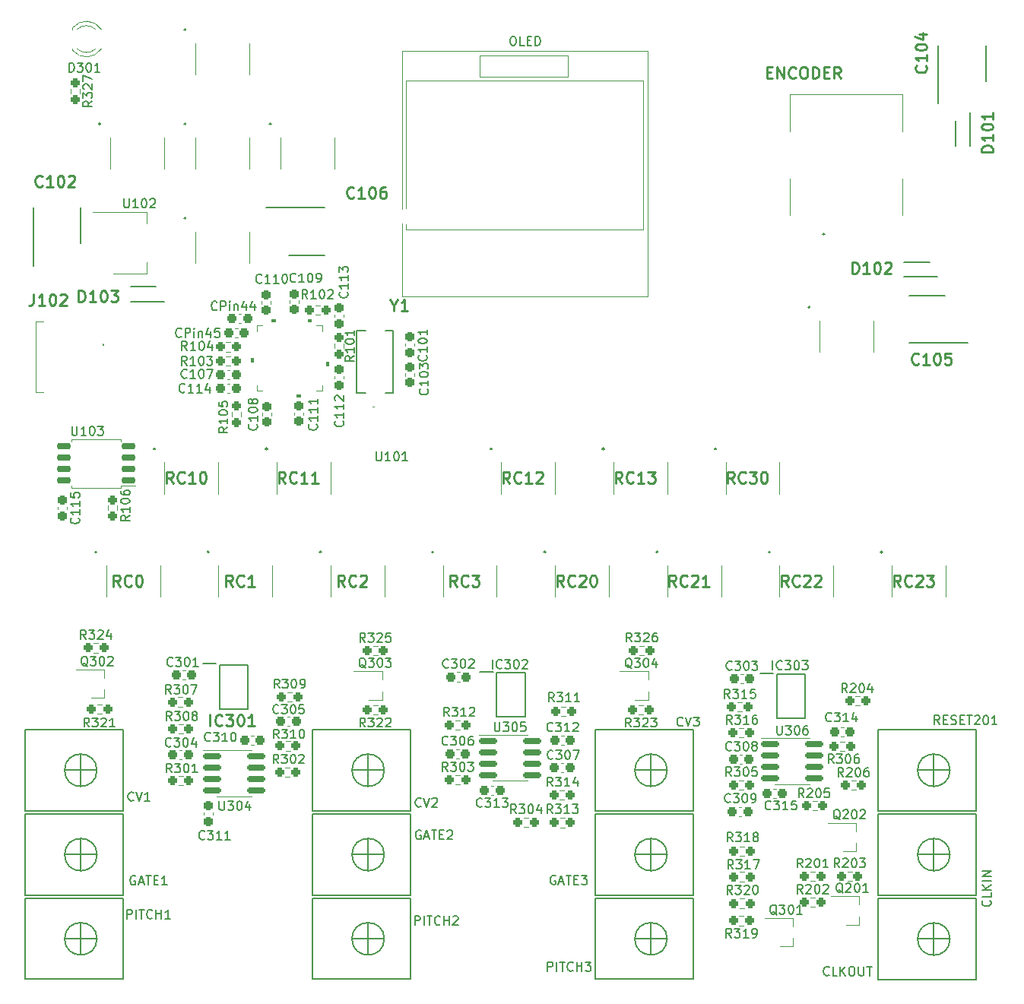
<source format=gto>
G04 #@! TF.GenerationSoftware,KiCad,Pcbnew,(6.0.0)*
G04 #@! TF.CreationDate,2022-04-06T23:58:59+02:00*
G04 #@! TF.ProjectId,GenerativeEngine,47656e65-7261-4746-9976-65456e67696e,rev?*
G04 #@! TF.SameCoordinates,Original*
G04 #@! TF.FileFunction,Legend,Top*
G04 #@! TF.FilePolarity,Positive*
%FSLAX46Y46*%
G04 Gerber Fmt 4.6, Leading zero omitted, Abs format (unit mm)*
G04 Created by KiCad (PCBNEW (6.0.0)) date 2022-04-06 23:58:59*
%MOMM*%
%LPD*%
G01*
G04 APERTURE LIST*
G04 Aperture macros list*
%AMRoundRect*
0 Rectangle with rounded corners*
0 $1 Rounding radius*
0 $2 $3 $4 $5 $6 $7 $8 $9 X,Y pos of 4 corners*
0 Add a 4 corners polygon primitive as box body*
4,1,4,$2,$3,$4,$5,$6,$7,$8,$9,$2,$3,0*
0 Add four circle primitives for the rounded corners*
1,1,$1+$1,$2,$3*
1,1,$1+$1,$4,$5*
1,1,$1+$1,$6,$7*
1,1,$1+$1,$8,$9*
0 Add four rect primitives between the rounded corners*
20,1,$1+$1,$2,$3,$4,$5,0*
20,1,$1+$1,$4,$5,$6,$7,0*
20,1,$1+$1,$6,$7,$8,$9,0*
20,1,$1+$1,$8,$9,$2,$3,0*%
G04 Aperture macros list end*
%ADD10C,0.150000*%
%ADD11C,0.254000*%
%ADD12C,0.120000*%
%ADD13C,0.200000*%
%ADD14C,0.100000*%
%ADD15C,1.800000*%
%ADD16RoundRect,0.237500X-0.250000X-0.237500X0.250000X-0.237500X0.250000X0.237500X-0.250000X0.237500X0*%
%ADD17RoundRect,0.237500X-0.237500X0.300000X-0.237500X-0.300000X0.237500X-0.300000X0.237500X0.300000X0*%
%ADD18RoundRect,0.237500X0.237500X-0.300000X0.237500X0.300000X-0.237500X0.300000X-0.237500X-0.300000X0*%
%ADD19R,1.500000X0.650000*%
%ADD20R,1.150000X1.150000*%
%ADD21C,1.575000*%
%ADD22RoundRect,0.150000X-0.825000X-0.150000X0.825000X-0.150000X0.825000X0.150000X-0.825000X0.150000X0*%
%ADD23RoundRect,0.237500X0.250000X0.237500X-0.250000X0.237500X-0.250000X-0.237500X0.250000X-0.237500X0*%
%ADD24R,1.800000X3.300000*%
%ADD25RoundRect,0.237500X0.300000X0.237500X-0.300000X0.237500X-0.300000X-0.237500X0.300000X-0.237500X0*%
%ADD26RoundRect,0.150000X0.650000X0.150000X-0.650000X0.150000X-0.650000X-0.150000X0.650000X-0.150000X0*%
%ADD27R,3.300000X1.800000*%
%ADD28RoundRect,0.237500X-0.300000X-0.237500X0.300000X-0.237500X0.300000X0.237500X-0.300000X0.237500X0*%
%ADD29R,1.900000X0.800000*%
%ADD30RoundRect,0.237500X0.237500X-0.250000X0.237500X0.250000X-0.237500X0.250000X-0.237500X-0.250000X0*%
%ADD31R,1.350000X0.400000*%
%ADD32C,1.950000*%
%ADD33R,1.400000X1.600000*%
%ADD34R,1.600000X1.900000*%
%ADD35R,0.177800X0.812800*%
%ADD36R,0.812800X0.177800*%
%ADD37R,3.200400X3.200400*%
%ADD38R,1.800000X1.800000*%
%ADD39RoundRect,0.237500X-0.237500X0.250000X-0.237500X-0.250000X0.237500X-0.250000X0.237500X0.250000X0*%
%ADD40R,1.200000X3.500000*%
%ADD41C,1.650000*%
%ADD42C,4.800000*%
%ADD43O,1.600000X2.000000*%
%ADD44R,2.000000X1.500000*%
%ADD45R,2.000000X3.800000*%
%ADD46R,1.700000X1.700000*%
%ADD47O,1.700000X1.700000*%
G04 APERTURE END LIST*
D10*
X128415352Y-133038980D02*
X128082019Y-132562790D01*
X127843923Y-133038980D02*
X127843923Y-132038980D01*
X128224876Y-132038980D01*
X128320114Y-132086600D01*
X128367733Y-132134219D01*
X128415352Y-132229457D01*
X128415352Y-132372314D01*
X128367733Y-132467552D01*
X128320114Y-132515171D01*
X128224876Y-132562790D01*
X127843923Y-132562790D01*
X128796304Y-132134219D02*
X128843923Y-132086600D01*
X128939161Y-132038980D01*
X129177257Y-132038980D01*
X129272495Y-132086600D01*
X129320114Y-132134219D01*
X129367733Y-132229457D01*
X129367733Y-132324695D01*
X129320114Y-132467552D01*
X128748685Y-133038980D01*
X129367733Y-133038980D01*
X129986780Y-132038980D02*
X130082019Y-132038980D01*
X130177257Y-132086600D01*
X130224876Y-132134219D01*
X130272495Y-132229457D01*
X130320114Y-132419933D01*
X130320114Y-132658028D01*
X130272495Y-132848504D01*
X130224876Y-132943742D01*
X130177257Y-132991361D01*
X130082019Y-133038980D01*
X129986780Y-133038980D01*
X129891542Y-132991361D01*
X129843923Y-132943742D01*
X129796304Y-132848504D01*
X129748685Y-132658028D01*
X129748685Y-132419933D01*
X129796304Y-132229457D01*
X129843923Y-132134219D01*
X129891542Y-132086600D01*
X129986780Y-132038980D01*
X131177257Y-132038980D02*
X130986780Y-132038980D01*
X130891542Y-132086600D01*
X130843923Y-132134219D01*
X130748685Y-132277076D01*
X130701066Y-132467552D01*
X130701066Y-132848504D01*
X130748685Y-132943742D01*
X130796304Y-132991361D01*
X130891542Y-133038980D01*
X131082019Y-133038980D01*
X131177257Y-132991361D01*
X131224876Y-132943742D01*
X131272495Y-132848504D01*
X131272495Y-132610409D01*
X131224876Y-132515171D01*
X131177257Y-132467552D01*
X131082019Y-132419933D01*
X130891542Y-132419933D01*
X130796304Y-132467552D01*
X130748685Y-132515171D01*
X130701066Y-132610409D01*
X63625552Y-77979542D02*
X63577933Y-78027161D01*
X63435076Y-78074780D01*
X63339838Y-78074780D01*
X63196980Y-78027161D01*
X63101742Y-77931923D01*
X63054123Y-77836685D01*
X63006504Y-77646209D01*
X63006504Y-77503352D01*
X63054123Y-77312876D01*
X63101742Y-77217638D01*
X63196980Y-77122400D01*
X63339838Y-77074780D01*
X63435076Y-77074780D01*
X63577933Y-77122400D01*
X63625552Y-77170019D01*
X64577933Y-78074780D02*
X64006504Y-78074780D01*
X64292219Y-78074780D02*
X64292219Y-77074780D01*
X64196980Y-77217638D01*
X64101742Y-77312876D01*
X64006504Y-77360495D01*
X65530314Y-78074780D02*
X64958885Y-78074780D01*
X65244600Y-78074780D02*
X65244600Y-77074780D01*
X65149361Y-77217638D01*
X65054123Y-77312876D01*
X64958885Y-77360495D01*
X66149361Y-77074780D02*
X66244600Y-77074780D01*
X66339838Y-77122400D01*
X66387457Y-77170019D01*
X66435076Y-77265257D01*
X66482695Y-77455733D01*
X66482695Y-77693828D01*
X66435076Y-77884304D01*
X66387457Y-77979542D01*
X66339838Y-78027161D01*
X66244600Y-78074780D01*
X66149361Y-78074780D01*
X66054123Y-78027161D01*
X66006504Y-77979542D01*
X65958885Y-77884304D01*
X65911266Y-77693828D01*
X65911266Y-77455733D01*
X65958885Y-77265257D01*
X66006504Y-77170019D01*
X66054123Y-77122400D01*
X66149361Y-77074780D01*
X72670942Y-93448047D02*
X72718561Y-93495666D01*
X72766180Y-93638523D01*
X72766180Y-93733761D01*
X72718561Y-93876619D01*
X72623323Y-93971857D01*
X72528085Y-94019476D01*
X72337609Y-94067095D01*
X72194752Y-94067095D01*
X72004276Y-94019476D01*
X71909038Y-93971857D01*
X71813800Y-93876619D01*
X71766180Y-93733761D01*
X71766180Y-93638523D01*
X71813800Y-93495666D01*
X71861419Y-93448047D01*
X72766180Y-92495666D02*
X72766180Y-93067095D01*
X72766180Y-92781380D02*
X71766180Y-92781380D01*
X71909038Y-92876619D01*
X72004276Y-92971857D01*
X72051895Y-93067095D01*
X72766180Y-91543285D02*
X72766180Y-92114714D01*
X72766180Y-91829000D02*
X71766180Y-91829000D01*
X71909038Y-91924238D01*
X72004276Y-92019476D01*
X72051895Y-92114714D01*
X71861419Y-91162333D02*
X71813800Y-91114714D01*
X71766180Y-91019476D01*
X71766180Y-90781380D01*
X71813800Y-90686142D01*
X71861419Y-90638523D01*
X71956657Y-90590904D01*
X72051895Y-90590904D01*
X72194752Y-90638523D01*
X72766180Y-91209952D01*
X72766180Y-90590904D01*
D11*
X57896614Y-127402923D02*
X57896614Y-126132923D01*
X59227090Y-127281971D02*
X59166614Y-127342447D01*
X58985185Y-127402923D01*
X58864233Y-127402923D01*
X58682804Y-127342447D01*
X58561852Y-127221495D01*
X58501376Y-127100542D01*
X58440900Y-126858638D01*
X58440900Y-126677209D01*
X58501376Y-126435304D01*
X58561852Y-126314352D01*
X58682804Y-126193400D01*
X58864233Y-126132923D01*
X58985185Y-126132923D01*
X59166614Y-126193400D01*
X59227090Y-126253876D01*
X59650423Y-126132923D02*
X60436614Y-126132923D01*
X60013280Y-126616733D01*
X60194709Y-126616733D01*
X60315661Y-126677209D01*
X60376138Y-126737685D01*
X60436614Y-126858638D01*
X60436614Y-127161019D01*
X60376138Y-127281971D01*
X60315661Y-127342447D01*
X60194709Y-127402923D01*
X59831852Y-127402923D01*
X59710900Y-127342447D01*
X59650423Y-127281971D01*
X61222804Y-126132923D02*
X61343757Y-126132923D01*
X61464709Y-126193400D01*
X61525185Y-126253876D01*
X61585661Y-126374828D01*
X61646138Y-126616733D01*
X61646138Y-126919114D01*
X61585661Y-127161019D01*
X61525185Y-127281971D01*
X61464709Y-127342447D01*
X61343757Y-127402923D01*
X61222804Y-127402923D01*
X61101852Y-127342447D01*
X61041376Y-127281971D01*
X60980900Y-127161019D01*
X60920423Y-126919114D01*
X60920423Y-126616733D01*
X60980900Y-126374828D01*
X61041376Y-126253876D01*
X61101852Y-126193400D01*
X61222804Y-126132923D01*
X62855661Y-127402923D02*
X62129947Y-127402923D01*
X62492804Y-127402923D02*
X62492804Y-126132923D01*
X62371852Y-126314352D01*
X62250900Y-126435304D01*
X62129947Y-126495780D01*
D10*
X69749942Y-93803647D02*
X69797561Y-93851266D01*
X69845180Y-93994123D01*
X69845180Y-94089361D01*
X69797561Y-94232219D01*
X69702323Y-94327457D01*
X69607085Y-94375076D01*
X69416609Y-94422695D01*
X69273752Y-94422695D01*
X69083276Y-94375076D01*
X68988038Y-94327457D01*
X68892800Y-94232219D01*
X68845180Y-94089361D01*
X68845180Y-93994123D01*
X68892800Y-93851266D01*
X68940419Y-93803647D01*
X69845180Y-92851266D02*
X69845180Y-93422695D01*
X69845180Y-93136980D02*
X68845180Y-93136980D01*
X68988038Y-93232219D01*
X69083276Y-93327457D01*
X69130895Y-93422695D01*
X69845180Y-91898885D02*
X69845180Y-92470314D01*
X69845180Y-92184600D02*
X68845180Y-92184600D01*
X68988038Y-92279838D01*
X69083276Y-92375076D01*
X69130895Y-92470314D01*
X69845180Y-90946504D02*
X69845180Y-91517933D01*
X69845180Y-91232219D02*
X68845180Y-91232219D01*
X68988038Y-91327457D01*
X69083276Y-91422695D01*
X69130895Y-91517933D01*
X91971952Y-137147580D02*
X91638619Y-136671390D01*
X91400523Y-137147580D02*
X91400523Y-136147580D01*
X91781476Y-136147580D01*
X91876714Y-136195200D01*
X91924333Y-136242819D01*
X91971952Y-136338057D01*
X91971952Y-136480914D01*
X91924333Y-136576152D01*
X91876714Y-136623771D01*
X91781476Y-136671390D01*
X91400523Y-136671390D01*
X92305285Y-136147580D02*
X92924333Y-136147580D01*
X92591000Y-136528533D01*
X92733857Y-136528533D01*
X92829095Y-136576152D01*
X92876714Y-136623771D01*
X92924333Y-136719009D01*
X92924333Y-136957104D01*
X92876714Y-137052342D01*
X92829095Y-137099961D01*
X92733857Y-137147580D01*
X92448142Y-137147580D01*
X92352904Y-137099961D01*
X92305285Y-137052342D01*
X93543380Y-136147580D02*
X93638619Y-136147580D01*
X93733857Y-136195200D01*
X93781476Y-136242819D01*
X93829095Y-136338057D01*
X93876714Y-136528533D01*
X93876714Y-136766628D01*
X93829095Y-136957104D01*
X93781476Y-137052342D01*
X93733857Y-137099961D01*
X93638619Y-137147580D01*
X93543380Y-137147580D01*
X93448142Y-137099961D01*
X93400523Y-137052342D01*
X93352904Y-136957104D01*
X93305285Y-136766628D01*
X93305285Y-136528533D01*
X93352904Y-136338057D01*
X93400523Y-136242819D01*
X93448142Y-136195200D01*
X93543380Y-136147580D01*
X94733857Y-136480914D02*
X94733857Y-137147580D01*
X94495761Y-136099961D02*
X94257666Y-136814247D01*
X94876714Y-136814247D01*
D11*
X129399695Y-77003123D02*
X129399695Y-75733123D01*
X129702076Y-75733123D01*
X129883504Y-75793600D01*
X130004457Y-75914552D01*
X130064933Y-76035504D01*
X130125409Y-76277409D01*
X130125409Y-76458838D01*
X130064933Y-76700742D01*
X130004457Y-76821695D01*
X129883504Y-76942647D01*
X129702076Y-77003123D01*
X129399695Y-77003123D01*
X131334933Y-77003123D02*
X130609219Y-77003123D01*
X130972076Y-77003123D02*
X130972076Y-75733123D01*
X130851123Y-75914552D01*
X130730171Y-76035504D01*
X130609219Y-76095980D01*
X132121123Y-75733123D02*
X132242076Y-75733123D01*
X132363028Y-75793600D01*
X132423504Y-75854076D01*
X132483980Y-75975028D01*
X132544457Y-76216933D01*
X132544457Y-76519314D01*
X132483980Y-76761219D01*
X132423504Y-76882171D01*
X132363028Y-76942647D01*
X132242076Y-77003123D01*
X132121123Y-77003123D01*
X132000171Y-76942647D01*
X131939695Y-76882171D01*
X131879219Y-76761219D01*
X131818742Y-76519314D01*
X131818742Y-76216933D01*
X131879219Y-75975028D01*
X131939695Y-75854076D01*
X132000171Y-75793600D01*
X132121123Y-75733123D01*
X133028266Y-75854076D02*
X133088742Y-75793600D01*
X133209695Y-75733123D01*
X133512076Y-75733123D01*
X133633028Y-75793600D01*
X133693504Y-75854076D01*
X133753980Y-75975028D01*
X133753980Y-76095980D01*
X133693504Y-76277409D01*
X132967790Y-77003123D01*
X133753980Y-77003123D01*
X109752971Y-111851923D02*
X109329638Y-111247161D01*
X109027257Y-111851923D02*
X109027257Y-110581923D01*
X109511066Y-110581923D01*
X109632019Y-110642400D01*
X109692495Y-110702876D01*
X109752971Y-110823828D01*
X109752971Y-111005257D01*
X109692495Y-111126209D01*
X109632019Y-111186685D01*
X109511066Y-111247161D01*
X109027257Y-111247161D01*
X111022971Y-111730971D02*
X110962495Y-111791447D01*
X110781066Y-111851923D01*
X110660114Y-111851923D01*
X110478685Y-111791447D01*
X110357733Y-111670495D01*
X110297257Y-111549542D01*
X110236780Y-111307638D01*
X110236780Y-111126209D01*
X110297257Y-110884304D01*
X110357733Y-110763352D01*
X110478685Y-110642400D01*
X110660114Y-110581923D01*
X110781066Y-110581923D01*
X110962495Y-110642400D01*
X111022971Y-110702876D01*
X111506780Y-110702876D02*
X111567257Y-110642400D01*
X111688209Y-110581923D01*
X111990590Y-110581923D01*
X112111542Y-110642400D01*
X112172019Y-110702876D01*
X112232495Y-110823828D01*
X112232495Y-110944780D01*
X112172019Y-111126209D01*
X111446304Y-111851923D01*
X112232495Y-111851923D01*
X113442019Y-111851923D02*
X112716304Y-111851923D01*
X113079161Y-111851923D02*
X113079161Y-110581923D01*
X112958209Y-110763352D01*
X112837257Y-110884304D01*
X112716304Y-110944780D01*
D10*
X96182752Y-124689980D02*
X95849419Y-124213790D01*
X95611323Y-124689980D02*
X95611323Y-123689980D01*
X95992276Y-123689980D01*
X96087514Y-123737600D01*
X96135133Y-123785219D01*
X96182752Y-123880457D01*
X96182752Y-124023314D01*
X96135133Y-124118552D01*
X96087514Y-124166171D01*
X95992276Y-124213790D01*
X95611323Y-124213790D01*
X96516085Y-123689980D02*
X97135133Y-123689980D01*
X96801800Y-124070933D01*
X96944657Y-124070933D01*
X97039895Y-124118552D01*
X97087514Y-124166171D01*
X97135133Y-124261409D01*
X97135133Y-124499504D01*
X97087514Y-124594742D01*
X97039895Y-124642361D01*
X96944657Y-124689980D01*
X96658942Y-124689980D01*
X96563704Y-124642361D01*
X96516085Y-124594742D01*
X98087514Y-124689980D02*
X97516085Y-124689980D01*
X97801800Y-124689980D02*
X97801800Y-123689980D01*
X97706561Y-123832838D01*
X97611323Y-123928076D01*
X97516085Y-123975695D01*
X99039895Y-124689980D02*
X98468466Y-124689980D01*
X98754180Y-124689980D02*
X98754180Y-123689980D01*
X98658942Y-123832838D01*
X98563704Y-123928076D01*
X98468466Y-123975695D01*
X104849752Y-118021380D02*
X104516419Y-117545190D01*
X104278323Y-118021380D02*
X104278323Y-117021380D01*
X104659276Y-117021380D01*
X104754514Y-117069000D01*
X104802133Y-117116619D01*
X104849752Y-117211857D01*
X104849752Y-117354714D01*
X104802133Y-117449952D01*
X104754514Y-117497571D01*
X104659276Y-117545190D01*
X104278323Y-117545190D01*
X105183085Y-117021380D02*
X105802133Y-117021380D01*
X105468800Y-117402333D01*
X105611657Y-117402333D01*
X105706895Y-117449952D01*
X105754514Y-117497571D01*
X105802133Y-117592809D01*
X105802133Y-117830904D01*
X105754514Y-117926142D01*
X105706895Y-117973761D01*
X105611657Y-118021380D01*
X105325942Y-118021380D01*
X105230704Y-117973761D01*
X105183085Y-117926142D01*
X106183085Y-117116619D02*
X106230704Y-117069000D01*
X106325942Y-117021380D01*
X106564038Y-117021380D01*
X106659276Y-117069000D01*
X106706895Y-117116619D01*
X106754514Y-117211857D01*
X106754514Y-117307095D01*
X106706895Y-117449952D01*
X106135466Y-118021380D01*
X106754514Y-118021380D01*
X107611657Y-117021380D02*
X107421180Y-117021380D01*
X107325942Y-117069000D01*
X107278323Y-117116619D01*
X107183085Y-117259476D01*
X107135466Y-117449952D01*
X107135466Y-117830904D01*
X107183085Y-117926142D01*
X107230704Y-117973761D01*
X107325942Y-118021380D01*
X107516419Y-118021380D01*
X107611657Y-117973761D01*
X107659276Y-117926142D01*
X107706895Y-117830904D01*
X107706895Y-117592809D01*
X107659276Y-117497571D01*
X107611657Y-117449952D01*
X107516419Y-117402333D01*
X107325942Y-117402333D01*
X107230704Y-117449952D01*
X107183085Y-117497571D01*
X107135466Y-117592809D01*
D11*
X66253471Y-100351923D02*
X65830138Y-99747161D01*
X65527757Y-100351923D02*
X65527757Y-99081923D01*
X66011566Y-99081923D01*
X66132519Y-99142400D01*
X66192995Y-99202876D01*
X66253471Y-99323828D01*
X66253471Y-99505257D01*
X66192995Y-99626209D01*
X66132519Y-99686685D01*
X66011566Y-99747161D01*
X65527757Y-99747161D01*
X67523471Y-100230971D02*
X67462995Y-100291447D01*
X67281566Y-100351923D01*
X67160614Y-100351923D01*
X66979185Y-100291447D01*
X66858233Y-100170495D01*
X66797757Y-100049542D01*
X66737280Y-99807638D01*
X66737280Y-99626209D01*
X66797757Y-99384304D01*
X66858233Y-99263352D01*
X66979185Y-99142400D01*
X67160614Y-99081923D01*
X67281566Y-99081923D01*
X67462995Y-99142400D01*
X67523471Y-99202876D01*
X68732995Y-100351923D02*
X68007280Y-100351923D01*
X68370138Y-100351923D02*
X68370138Y-99081923D01*
X68249185Y-99263352D01*
X68128233Y-99384304D01*
X68007280Y-99444780D01*
X69942519Y-100351923D02*
X69216804Y-100351923D01*
X69579661Y-100351923D02*
X69579661Y-99081923D01*
X69458709Y-99263352D01*
X69337757Y-99384304D01*
X69216804Y-99444780D01*
D10*
X144756142Y-146873742D02*
X144803761Y-146921361D01*
X144851380Y-147064219D01*
X144851380Y-147159457D01*
X144803761Y-147302314D01*
X144708523Y-147397552D01*
X144613285Y-147445171D01*
X144422809Y-147492790D01*
X144279952Y-147492790D01*
X144089476Y-147445171D01*
X143994238Y-147397552D01*
X143899000Y-147302314D01*
X143851380Y-147159457D01*
X143851380Y-147064219D01*
X143899000Y-146921361D01*
X143946619Y-146873742D01*
X144851380Y-145968980D02*
X144851380Y-146445171D01*
X143851380Y-146445171D01*
X144851380Y-145635647D02*
X143851380Y-145635647D01*
X144851380Y-145064219D02*
X144279952Y-145492790D01*
X143851380Y-145064219D02*
X144422809Y-145635647D01*
X144851380Y-144635647D02*
X143851380Y-144635647D01*
X144851380Y-144159457D02*
X143851380Y-144159457D01*
X144851380Y-143588028D01*
X143851380Y-143588028D01*
X58909914Y-135780380D02*
X58909914Y-136589904D01*
X58957533Y-136685142D01*
X59005152Y-136732761D01*
X59100390Y-136780380D01*
X59290866Y-136780380D01*
X59386104Y-136732761D01*
X59433723Y-136685142D01*
X59481342Y-136589904D01*
X59481342Y-135780380D01*
X59862295Y-135780380D02*
X60481342Y-135780380D01*
X60148009Y-136161333D01*
X60290866Y-136161333D01*
X60386104Y-136208952D01*
X60433723Y-136256571D01*
X60481342Y-136351809D01*
X60481342Y-136589904D01*
X60433723Y-136685142D01*
X60386104Y-136732761D01*
X60290866Y-136780380D01*
X60005152Y-136780380D01*
X59909914Y-136732761D01*
X59862295Y-136685142D01*
X61100390Y-135780380D02*
X61195628Y-135780380D01*
X61290866Y-135828000D01*
X61338485Y-135875619D01*
X61386104Y-135970857D01*
X61433723Y-136161333D01*
X61433723Y-136399428D01*
X61386104Y-136589904D01*
X61338485Y-136685142D01*
X61290866Y-136732761D01*
X61195628Y-136780380D01*
X61100390Y-136780380D01*
X61005152Y-136732761D01*
X60957533Y-136685142D01*
X60909914Y-136589904D01*
X60862295Y-136399428D01*
X60862295Y-136161333D01*
X60909914Y-135970857D01*
X60957533Y-135875619D01*
X61005152Y-135828000D01*
X61100390Y-135780380D01*
X62290866Y-136113714D02*
X62290866Y-136780380D01*
X62052771Y-135732761D02*
X61814676Y-136447047D01*
X62433723Y-136447047D01*
X124021152Y-135357980D02*
X123687819Y-134881790D01*
X123449723Y-135357980D02*
X123449723Y-134357980D01*
X123830676Y-134357980D01*
X123925914Y-134405600D01*
X123973533Y-134453219D01*
X124021152Y-134548457D01*
X124021152Y-134691314D01*
X123973533Y-134786552D01*
X123925914Y-134834171D01*
X123830676Y-134881790D01*
X123449723Y-134881790D01*
X124402104Y-134453219D02*
X124449723Y-134405600D01*
X124544961Y-134357980D01*
X124783057Y-134357980D01*
X124878295Y-134405600D01*
X124925914Y-134453219D01*
X124973533Y-134548457D01*
X124973533Y-134643695D01*
X124925914Y-134786552D01*
X124354485Y-135357980D01*
X124973533Y-135357980D01*
X125592580Y-134357980D02*
X125687819Y-134357980D01*
X125783057Y-134405600D01*
X125830676Y-134453219D01*
X125878295Y-134548457D01*
X125925914Y-134738933D01*
X125925914Y-134977028D01*
X125878295Y-135167504D01*
X125830676Y-135262742D01*
X125783057Y-135310361D01*
X125687819Y-135357980D01*
X125592580Y-135357980D01*
X125497342Y-135310361D01*
X125449723Y-135262742D01*
X125402104Y-135167504D01*
X125354485Y-134977028D01*
X125354485Y-134738933D01*
X125402104Y-134548457D01*
X125449723Y-134453219D01*
X125497342Y-134405600D01*
X125592580Y-134357980D01*
X126830676Y-134357980D02*
X126354485Y-134357980D01*
X126306866Y-134834171D01*
X126354485Y-134786552D01*
X126449723Y-134738933D01*
X126687819Y-134738933D01*
X126783057Y-134786552D01*
X126830676Y-134834171D01*
X126878295Y-134929409D01*
X126878295Y-135167504D01*
X126830676Y-135262742D01*
X126783057Y-135310361D01*
X126687819Y-135357980D01*
X126449723Y-135357980D01*
X126354485Y-135310361D01*
X126306866Y-135262742D01*
X44069452Y-117716580D02*
X43736119Y-117240390D01*
X43498023Y-117716580D02*
X43498023Y-116716580D01*
X43878976Y-116716580D01*
X43974214Y-116764200D01*
X44021833Y-116811819D01*
X44069452Y-116907057D01*
X44069452Y-117049914D01*
X44021833Y-117145152D01*
X43974214Y-117192771D01*
X43878976Y-117240390D01*
X43498023Y-117240390D01*
X44402785Y-116716580D02*
X45021833Y-116716580D01*
X44688500Y-117097533D01*
X44831357Y-117097533D01*
X44926595Y-117145152D01*
X44974214Y-117192771D01*
X45021833Y-117288009D01*
X45021833Y-117526104D01*
X44974214Y-117621342D01*
X44926595Y-117668961D01*
X44831357Y-117716580D01*
X44545642Y-117716580D01*
X44450404Y-117668961D01*
X44402785Y-117621342D01*
X45402785Y-116811819D02*
X45450404Y-116764200D01*
X45545642Y-116716580D01*
X45783738Y-116716580D01*
X45878976Y-116764200D01*
X45926595Y-116811819D01*
X45974214Y-116907057D01*
X45974214Y-117002295D01*
X45926595Y-117145152D01*
X45355166Y-117716580D01*
X45974214Y-117716580D01*
X46831357Y-117049914D02*
X46831357Y-117716580D01*
X46593261Y-116668961D02*
X46355166Y-117383247D01*
X46974214Y-117383247D01*
D11*
X137588171Y-53821390D02*
X137648647Y-53881866D01*
X137709123Y-54063295D01*
X137709123Y-54184247D01*
X137648647Y-54365676D01*
X137527695Y-54486628D01*
X137406742Y-54547104D01*
X137164838Y-54607580D01*
X136983409Y-54607580D01*
X136741504Y-54547104D01*
X136620552Y-54486628D01*
X136499600Y-54365676D01*
X136439123Y-54184247D01*
X136439123Y-54063295D01*
X136499600Y-53881866D01*
X136560076Y-53821390D01*
X137709123Y-52611866D02*
X137709123Y-53337580D01*
X137709123Y-52974723D02*
X136439123Y-52974723D01*
X136620552Y-53095676D01*
X136741504Y-53216628D01*
X136801980Y-53337580D01*
X136439123Y-51825676D02*
X136439123Y-51704723D01*
X136499600Y-51583771D01*
X136560076Y-51523295D01*
X136681028Y-51462819D01*
X136922933Y-51402342D01*
X137225314Y-51402342D01*
X137467219Y-51462819D01*
X137588171Y-51523295D01*
X137648647Y-51583771D01*
X137709123Y-51704723D01*
X137709123Y-51825676D01*
X137648647Y-51946628D01*
X137588171Y-52007104D01*
X137467219Y-52067580D01*
X137225314Y-52128057D01*
X136922933Y-52128057D01*
X136681028Y-52067580D01*
X136560076Y-52007104D01*
X136499600Y-51946628D01*
X136439123Y-51825676D01*
X136862457Y-50313771D02*
X137709123Y-50313771D01*
X136378647Y-50616152D02*
X137285790Y-50918533D01*
X137285790Y-50132342D01*
D10*
X73153542Y-79071647D02*
X73201161Y-79119266D01*
X73248780Y-79262123D01*
X73248780Y-79357361D01*
X73201161Y-79500219D01*
X73105923Y-79595457D01*
X73010685Y-79643076D01*
X72820209Y-79690695D01*
X72677352Y-79690695D01*
X72486876Y-79643076D01*
X72391638Y-79595457D01*
X72296400Y-79500219D01*
X72248780Y-79357361D01*
X72248780Y-79262123D01*
X72296400Y-79119266D01*
X72344019Y-79071647D01*
X73248780Y-78119266D02*
X73248780Y-78690695D01*
X73248780Y-78404980D02*
X72248780Y-78404980D01*
X72391638Y-78500219D01*
X72486876Y-78595457D01*
X72534495Y-78690695D01*
X73248780Y-77166885D02*
X73248780Y-77738314D01*
X73248780Y-77452600D02*
X72248780Y-77452600D01*
X72391638Y-77547838D01*
X72486876Y-77643076D01*
X72534495Y-77738314D01*
X72248780Y-76833552D02*
X72248780Y-76214504D01*
X72629733Y-76547838D01*
X72629733Y-76404980D01*
X72677352Y-76309742D01*
X72724971Y-76262123D01*
X72820209Y-76214504D01*
X73058304Y-76214504D01*
X73153542Y-76262123D01*
X73201161Y-76309742D01*
X73248780Y-76404980D01*
X73248780Y-76690695D01*
X73201161Y-76785933D01*
X73153542Y-76833552D01*
X53586952Y-126772780D02*
X53253619Y-126296590D01*
X53015523Y-126772780D02*
X53015523Y-125772780D01*
X53396476Y-125772780D01*
X53491714Y-125820400D01*
X53539333Y-125868019D01*
X53586952Y-125963257D01*
X53586952Y-126106114D01*
X53539333Y-126201352D01*
X53491714Y-126248971D01*
X53396476Y-126296590D01*
X53015523Y-126296590D01*
X53920285Y-125772780D02*
X54539333Y-125772780D01*
X54206000Y-126153733D01*
X54348857Y-126153733D01*
X54444095Y-126201352D01*
X54491714Y-126248971D01*
X54539333Y-126344209D01*
X54539333Y-126582304D01*
X54491714Y-126677542D01*
X54444095Y-126725161D01*
X54348857Y-126772780D01*
X54063142Y-126772780D01*
X53967904Y-126725161D01*
X53920285Y-126677542D01*
X55158380Y-125772780D02*
X55253619Y-125772780D01*
X55348857Y-125820400D01*
X55396476Y-125868019D01*
X55444095Y-125963257D01*
X55491714Y-126153733D01*
X55491714Y-126391828D01*
X55444095Y-126582304D01*
X55396476Y-126677542D01*
X55348857Y-126725161D01*
X55253619Y-126772780D01*
X55158380Y-126772780D01*
X55063142Y-126725161D01*
X55015523Y-126677542D01*
X54967904Y-126582304D01*
X54920285Y-126391828D01*
X54920285Y-126153733D01*
X54967904Y-125963257D01*
X55015523Y-125868019D01*
X55063142Y-125820400D01*
X55158380Y-125772780D01*
X56063142Y-126201352D02*
X55967904Y-126153733D01*
X55920285Y-126106114D01*
X55872666Y-126010876D01*
X55872666Y-125963257D01*
X55920285Y-125868019D01*
X55967904Y-125820400D01*
X56063142Y-125772780D01*
X56253619Y-125772780D01*
X56348857Y-125820400D01*
X56396476Y-125868019D01*
X56444095Y-125963257D01*
X56444095Y-126010876D01*
X56396476Y-126106114D01*
X56348857Y-126153733D01*
X56253619Y-126201352D01*
X56063142Y-126201352D01*
X55967904Y-126248971D01*
X55920285Y-126296590D01*
X55872666Y-126391828D01*
X55872666Y-126582304D01*
X55920285Y-126677542D01*
X55967904Y-126725161D01*
X56063142Y-126772780D01*
X56253619Y-126772780D01*
X56348857Y-126725161D01*
X56396476Y-126677542D01*
X56444095Y-126582304D01*
X56444095Y-126391828D01*
X56396476Y-126296590D01*
X56348857Y-126248971D01*
X56253619Y-126201352D01*
X96035952Y-134107180D02*
X95702619Y-133630990D01*
X95464523Y-134107180D02*
X95464523Y-133107180D01*
X95845476Y-133107180D01*
X95940714Y-133154800D01*
X95988333Y-133202419D01*
X96035952Y-133297657D01*
X96035952Y-133440514D01*
X95988333Y-133535752D01*
X95940714Y-133583371D01*
X95845476Y-133630990D01*
X95464523Y-133630990D01*
X96369285Y-133107180D02*
X96988333Y-133107180D01*
X96655000Y-133488133D01*
X96797857Y-133488133D01*
X96893095Y-133535752D01*
X96940714Y-133583371D01*
X96988333Y-133678609D01*
X96988333Y-133916704D01*
X96940714Y-134011942D01*
X96893095Y-134059561D01*
X96797857Y-134107180D01*
X96512142Y-134107180D01*
X96416904Y-134059561D01*
X96369285Y-134011942D01*
X97940714Y-134107180D02*
X97369285Y-134107180D01*
X97655000Y-134107180D02*
X97655000Y-133107180D01*
X97559761Y-133250038D01*
X97464523Y-133345276D01*
X97369285Y-133392895D01*
X98797857Y-133440514D02*
X98797857Y-134107180D01*
X98559761Y-133059561D02*
X98321666Y-133773847D01*
X98940714Y-133773847D01*
D11*
X60358233Y-111851923D02*
X59934900Y-111247161D01*
X59632519Y-111851923D02*
X59632519Y-110581923D01*
X60116328Y-110581923D01*
X60237280Y-110642400D01*
X60297757Y-110702876D01*
X60358233Y-110823828D01*
X60358233Y-111005257D01*
X60297757Y-111126209D01*
X60237280Y-111186685D01*
X60116328Y-111247161D01*
X59632519Y-111247161D01*
X61628233Y-111730971D02*
X61567757Y-111791447D01*
X61386328Y-111851923D01*
X61265376Y-111851923D01*
X61083947Y-111791447D01*
X60962995Y-111670495D01*
X60902519Y-111549542D01*
X60842042Y-111307638D01*
X60842042Y-111126209D01*
X60902519Y-110884304D01*
X60962995Y-110763352D01*
X61083947Y-110642400D01*
X61265376Y-110581923D01*
X61386328Y-110581923D01*
X61567757Y-110642400D01*
X61628233Y-110702876D01*
X62837757Y-111851923D02*
X62112042Y-111851923D01*
X62474900Y-111851923D02*
X62474900Y-110581923D01*
X62353947Y-110763352D01*
X62232995Y-110884304D01*
X62112042Y-110944780D01*
D10*
X57904952Y-129014342D02*
X57857333Y-129061961D01*
X57714476Y-129109580D01*
X57619238Y-129109580D01*
X57476380Y-129061961D01*
X57381142Y-128966723D01*
X57333523Y-128871485D01*
X57285904Y-128681009D01*
X57285904Y-128538152D01*
X57333523Y-128347676D01*
X57381142Y-128252438D01*
X57476380Y-128157200D01*
X57619238Y-128109580D01*
X57714476Y-128109580D01*
X57857333Y-128157200D01*
X57904952Y-128204819D01*
X58238285Y-128109580D02*
X58857333Y-128109580D01*
X58524000Y-128490533D01*
X58666857Y-128490533D01*
X58762095Y-128538152D01*
X58809714Y-128585771D01*
X58857333Y-128681009D01*
X58857333Y-128919104D01*
X58809714Y-129014342D01*
X58762095Y-129061961D01*
X58666857Y-129109580D01*
X58381142Y-129109580D01*
X58285904Y-129061961D01*
X58238285Y-129014342D01*
X59809714Y-129109580D02*
X59238285Y-129109580D01*
X59524000Y-129109580D02*
X59524000Y-128109580D01*
X59428761Y-128252438D01*
X59333523Y-128347676D01*
X59238285Y-128395295D01*
X60428761Y-128109580D02*
X60524000Y-128109580D01*
X60619238Y-128157200D01*
X60666857Y-128204819D01*
X60714476Y-128300057D01*
X60762095Y-128490533D01*
X60762095Y-128728628D01*
X60714476Y-128919104D01*
X60666857Y-129014342D01*
X60619238Y-129061961D01*
X60524000Y-129109580D01*
X60428761Y-129109580D01*
X60333523Y-129061961D01*
X60285904Y-129014342D01*
X60238285Y-128919104D01*
X60190666Y-128728628D01*
X60190666Y-128490533D01*
X60238285Y-128300057D01*
X60285904Y-128204819D01*
X60333523Y-128157200D01*
X60428761Y-128109580D01*
X42507114Y-94016580D02*
X42507114Y-94826104D01*
X42554733Y-94921342D01*
X42602352Y-94968961D01*
X42697590Y-95016580D01*
X42888066Y-95016580D01*
X42983304Y-94968961D01*
X43030923Y-94921342D01*
X43078542Y-94826104D01*
X43078542Y-94016580D01*
X44078542Y-95016580D02*
X43507114Y-95016580D01*
X43792828Y-95016580D02*
X43792828Y-94016580D01*
X43697590Y-94159438D01*
X43602352Y-94254676D01*
X43507114Y-94302295D01*
X44697590Y-94016580D02*
X44792828Y-94016580D01*
X44888066Y-94064200D01*
X44935685Y-94111819D01*
X44983304Y-94207057D01*
X45030923Y-94397533D01*
X45030923Y-94635628D01*
X44983304Y-94826104D01*
X44935685Y-94921342D01*
X44888066Y-94968961D01*
X44792828Y-95016580D01*
X44697590Y-95016580D01*
X44602352Y-94968961D01*
X44554733Y-94921342D01*
X44507114Y-94826104D01*
X44459495Y-94635628D01*
X44459495Y-94397533D01*
X44507114Y-94207057D01*
X44554733Y-94111819D01*
X44602352Y-94064200D01*
X44697590Y-94016580D01*
X45364257Y-94016580D02*
X45983304Y-94016580D01*
X45649971Y-94397533D01*
X45792828Y-94397533D01*
X45888066Y-94445152D01*
X45935685Y-94492771D01*
X45983304Y-94588009D01*
X45983304Y-94826104D01*
X45935685Y-94921342D01*
X45888066Y-94968961D01*
X45792828Y-95016580D01*
X45507114Y-95016580D01*
X45411876Y-94968961D01*
X45364257Y-94921342D01*
D11*
X145075123Y-63437104D02*
X143805123Y-63437104D01*
X143805123Y-63134723D01*
X143865600Y-62953295D01*
X143986552Y-62832342D01*
X144107504Y-62771866D01*
X144349409Y-62711390D01*
X144530838Y-62711390D01*
X144772742Y-62771866D01*
X144893695Y-62832342D01*
X145014647Y-62953295D01*
X145075123Y-63134723D01*
X145075123Y-63437104D01*
X145075123Y-61501866D02*
X145075123Y-62227580D01*
X145075123Y-61864723D02*
X143805123Y-61864723D01*
X143986552Y-61985676D01*
X144107504Y-62106628D01*
X144167980Y-62227580D01*
X143805123Y-60715676D02*
X143805123Y-60594723D01*
X143865600Y-60473771D01*
X143926076Y-60413295D01*
X144047028Y-60352819D01*
X144288933Y-60292342D01*
X144591314Y-60292342D01*
X144833219Y-60352819D01*
X144954171Y-60413295D01*
X145014647Y-60473771D01*
X145075123Y-60594723D01*
X145075123Y-60715676D01*
X145014647Y-60836628D01*
X144954171Y-60897104D01*
X144833219Y-60957580D01*
X144591314Y-61018057D01*
X144288933Y-61018057D01*
X144047028Y-60957580D01*
X143926076Y-60897104D01*
X143865600Y-60836628D01*
X143805123Y-60715676D01*
X145075123Y-59082819D02*
X145075123Y-59808533D01*
X145075123Y-59445676D02*
X143805123Y-59445676D01*
X143986552Y-59566628D01*
X144107504Y-59687580D01*
X144167980Y-59808533D01*
X136800009Y-87022971D02*
X136739533Y-87083447D01*
X136558104Y-87143923D01*
X136437152Y-87143923D01*
X136255723Y-87083447D01*
X136134771Y-86962495D01*
X136074295Y-86841542D01*
X136013819Y-86599638D01*
X136013819Y-86418209D01*
X136074295Y-86176304D01*
X136134771Y-86055352D01*
X136255723Y-85934400D01*
X136437152Y-85873923D01*
X136558104Y-85873923D01*
X136739533Y-85934400D01*
X136800009Y-85994876D01*
X138009533Y-87143923D02*
X137283819Y-87143923D01*
X137646676Y-87143923D02*
X137646676Y-85873923D01*
X137525723Y-86055352D01*
X137404771Y-86176304D01*
X137283819Y-86236780D01*
X138795723Y-85873923D02*
X138916676Y-85873923D01*
X139037628Y-85934400D01*
X139098104Y-85994876D01*
X139158580Y-86115828D01*
X139219057Y-86357733D01*
X139219057Y-86660114D01*
X139158580Y-86902019D01*
X139098104Y-87022971D01*
X139037628Y-87083447D01*
X138916676Y-87143923D01*
X138795723Y-87143923D01*
X138674771Y-87083447D01*
X138614295Y-87022971D01*
X138553819Y-86902019D01*
X138493342Y-86660114D01*
X138493342Y-86357733D01*
X138553819Y-86115828D01*
X138614295Y-85994876D01*
X138674771Y-85934400D01*
X138795723Y-85873923D01*
X140368104Y-85873923D02*
X139763342Y-85873923D01*
X139702866Y-86478685D01*
X139763342Y-86418209D01*
X139884295Y-86357733D01*
X140186676Y-86357733D01*
X140307628Y-86418209D01*
X140368104Y-86478685D01*
X140428580Y-86599638D01*
X140428580Y-86902019D01*
X140368104Y-87022971D01*
X140307628Y-87083447D01*
X140186676Y-87143923D01*
X139884295Y-87143923D01*
X139763342Y-87083447D01*
X139702866Y-87022971D01*
D10*
X127325052Y-131547980D02*
X126991719Y-131071790D01*
X126753623Y-131547980D02*
X126753623Y-130547980D01*
X127134576Y-130547980D01*
X127229814Y-130595600D01*
X127277433Y-130643219D01*
X127325052Y-130738457D01*
X127325052Y-130881314D01*
X127277433Y-130976552D01*
X127229814Y-131024171D01*
X127134576Y-131071790D01*
X126753623Y-131071790D01*
X127658385Y-130547980D02*
X128277433Y-130547980D01*
X127944100Y-130928933D01*
X128086957Y-130928933D01*
X128182195Y-130976552D01*
X128229814Y-131024171D01*
X128277433Y-131119409D01*
X128277433Y-131357504D01*
X128229814Y-131452742D01*
X128182195Y-131500361D01*
X128086957Y-131547980D01*
X127801242Y-131547980D01*
X127706004Y-131500361D01*
X127658385Y-131452742D01*
X128896480Y-130547980D02*
X128991719Y-130547980D01*
X129086957Y-130595600D01*
X129134576Y-130643219D01*
X129182195Y-130738457D01*
X129229814Y-130928933D01*
X129229814Y-131167028D01*
X129182195Y-131357504D01*
X129134576Y-131452742D01*
X129086957Y-131500361D01*
X128991719Y-131547980D01*
X128896480Y-131547980D01*
X128801242Y-131500361D01*
X128753623Y-131452742D01*
X128706004Y-131357504D01*
X128658385Y-131167028D01*
X128658385Y-130928933D01*
X128706004Y-130738457D01*
X128753623Y-130643219D01*
X128801242Y-130595600D01*
X128896480Y-130547980D01*
X130086957Y-130547980D02*
X129896480Y-130547980D01*
X129801242Y-130595600D01*
X129753623Y-130643219D01*
X129658385Y-130786076D01*
X129610766Y-130976552D01*
X129610766Y-131357504D01*
X129658385Y-131452742D01*
X129706004Y-131500361D01*
X129801242Y-131547980D01*
X129991719Y-131547980D01*
X130086957Y-131500361D01*
X130134576Y-131452742D01*
X130182195Y-131357504D01*
X130182195Y-131119409D01*
X130134576Y-131024171D01*
X130086957Y-130976552D01*
X129991719Y-130928933D01*
X129801242Y-130928933D01*
X129706004Y-130976552D01*
X129658385Y-131024171D01*
X129610766Y-131119409D01*
X123874352Y-146062980D02*
X123541019Y-145586790D01*
X123302923Y-146062980D02*
X123302923Y-145062980D01*
X123683876Y-145062980D01*
X123779114Y-145110600D01*
X123826733Y-145158219D01*
X123874352Y-145253457D01*
X123874352Y-145396314D01*
X123826733Y-145491552D01*
X123779114Y-145539171D01*
X123683876Y-145586790D01*
X123302923Y-145586790D01*
X124255304Y-145158219D02*
X124302923Y-145110600D01*
X124398161Y-145062980D01*
X124636257Y-145062980D01*
X124731495Y-145110600D01*
X124779114Y-145158219D01*
X124826733Y-145253457D01*
X124826733Y-145348695D01*
X124779114Y-145491552D01*
X124207685Y-146062980D01*
X124826733Y-146062980D01*
X125445780Y-145062980D02*
X125541019Y-145062980D01*
X125636257Y-145110600D01*
X125683876Y-145158219D01*
X125731495Y-145253457D01*
X125779114Y-145443933D01*
X125779114Y-145682028D01*
X125731495Y-145872504D01*
X125683876Y-145967742D01*
X125636257Y-146015361D01*
X125541019Y-146062980D01*
X125445780Y-146062980D01*
X125350542Y-146015361D01*
X125302923Y-145967742D01*
X125255304Y-145872504D01*
X125207685Y-145682028D01*
X125207685Y-145443933D01*
X125255304Y-145253457D01*
X125302923Y-145158219D01*
X125350542Y-145110600D01*
X125445780Y-145062980D01*
X126160066Y-145158219D02*
X126207685Y-145110600D01*
X126302923Y-145062980D01*
X126541019Y-145062980D01*
X126636257Y-145110600D01*
X126683876Y-145158219D01*
X126731495Y-145253457D01*
X126731495Y-145348695D01*
X126683876Y-145491552D01*
X126112447Y-146062980D01*
X126731495Y-146062980D01*
X123868752Y-143173580D02*
X123535419Y-142697390D01*
X123297323Y-143173580D02*
X123297323Y-142173580D01*
X123678276Y-142173580D01*
X123773514Y-142221200D01*
X123821133Y-142268819D01*
X123868752Y-142364057D01*
X123868752Y-142506914D01*
X123821133Y-142602152D01*
X123773514Y-142649771D01*
X123678276Y-142697390D01*
X123297323Y-142697390D01*
X124249704Y-142268819D02*
X124297323Y-142221200D01*
X124392561Y-142173580D01*
X124630657Y-142173580D01*
X124725895Y-142221200D01*
X124773514Y-142268819D01*
X124821133Y-142364057D01*
X124821133Y-142459295D01*
X124773514Y-142602152D01*
X124202085Y-143173580D01*
X124821133Y-143173580D01*
X125440180Y-142173580D02*
X125535419Y-142173580D01*
X125630657Y-142221200D01*
X125678276Y-142268819D01*
X125725895Y-142364057D01*
X125773514Y-142554533D01*
X125773514Y-142792628D01*
X125725895Y-142983104D01*
X125678276Y-143078342D01*
X125630657Y-143125961D01*
X125535419Y-143173580D01*
X125440180Y-143173580D01*
X125344942Y-143125961D01*
X125297323Y-143078342D01*
X125249704Y-142983104D01*
X125202085Y-142792628D01*
X125202085Y-142554533D01*
X125249704Y-142364057D01*
X125297323Y-142268819D01*
X125344942Y-142221200D01*
X125440180Y-142173580D01*
X126725895Y-143173580D02*
X126154466Y-143173580D01*
X126440180Y-143173580D02*
X126440180Y-142173580D01*
X126344942Y-142316438D01*
X126249704Y-142411676D01*
X126154466Y-142459295D01*
D11*
X72858233Y-111851923D02*
X72434900Y-111247161D01*
X72132519Y-111851923D02*
X72132519Y-110581923D01*
X72616328Y-110581923D01*
X72737280Y-110642400D01*
X72797757Y-110702876D01*
X72858233Y-110823828D01*
X72858233Y-111005257D01*
X72797757Y-111126209D01*
X72737280Y-111186685D01*
X72616328Y-111247161D01*
X72132519Y-111247161D01*
X74128233Y-111730971D02*
X74067757Y-111791447D01*
X73886328Y-111851923D01*
X73765376Y-111851923D01*
X73583947Y-111791447D01*
X73462995Y-111670495D01*
X73402519Y-111549542D01*
X73342042Y-111307638D01*
X73342042Y-111126209D01*
X73402519Y-110884304D01*
X73462995Y-110763352D01*
X73583947Y-110642400D01*
X73765376Y-110581923D01*
X73886328Y-110581923D01*
X74067757Y-110642400D01*
X74128233Y-110702876D01*
X74612042Y-110702876D02*
X74672519Y-110642400D01*
X74793471Y-110581923D01*
X75095852Y-110581923D01*
X75216804Y-110642400D01*
X75277280Y-110702876D01*
X75337757Y-110823828D01*
X75337757Y-110944780D01*
X75277280Y-111126209D01*
X74551566Y-111851923D01*
X75337757Y-111851923D01*
D10*
X84421452Y-120853342D02*
X84373833Y-120900961D01*
X84230976Y-120948580D01*
X84135738Y-120948580D01*
X83992880Y-120900961D01*
X83897642Y-120805723D01*
X83850023Y-120710485D01*
X83802404Y-120520009D01*
X83802404Y-120377152D01*
X83850023Y-120186676D01*
X83897642Y-120091438D01*
X83992880Y-119996200D01*
X84135738Y-119948580D01*
X84230976Y-119948580D01*
X84373833Y-119996200D01*
X84421452Y-120043819D01*
X84754785Y-119948580D02*
X85373833Y-119948580D01*
X85040500Y-120329533D01*
X85183357Y-120329533D01*
X85278595Y-120377152D01*
X85326214Y-120424771D01*
X85373833Y-120520009D01*
X85373833Y-120758104D01*
X85326214Y-120853342D01*
X85278595Y-120900961D01*
X85183357Y-120948580D01*
X84897642Y-120948580D01*
X84802404Y-120900961D01*
X84754785Y-120853342D01*
X85992880Y-119948580D02*
X86088119Y-119948580D01*
X86183357Y-119996200D01*
X86230976Y-120043819D01*
X86278595Y-120139057D01*
X86326214Y-120329533D01*
X86326214Y-120567628D01*
X86278595Y-120758104D01*
X86230976Y-120853342D01*
X86183357Y-120900961D01*
X86088119Y-120948580D01*
X85992880Y-120948580D01*
X85897642Y-120900961D01*
X85850023Y-120853342D01*
X85802404Y-120758104D01*
X85754785Y-120567628D01*
X85754785Y-120329533D01*
X85802404Y-120139057D01*
X85850023Y-120043819D01*
X85897642Y-119996200D01*
X85992880Y-119948580D01*
X86707166Y-120043819D02*
X86754785Y-119996200D01*
X86850023Y-119948580D01*
X87088119Y-119948580D01*
X87183357Y-119996200D01*
X87230976Y-120043819D01*
X87278595Y-120139057D01*
X87278595Y-120234295D01*
X87230976Y-120377152D01*
X86659547Y-120948580D01*
X87278595Y-120948580D01*
X55317852Y-85542380D02*
X54984519Y-85066190D01*
X54746423Y-85542380D02*
X54746423Y-84542380D01*
X55127376Y-84542380D01*
X55222614Y-84590000D01*
X55270233Y-84637619D01*
X55317852Y-84732857D01*
X55317852Y-84875714D01*
X55270233Y-84970952D01*
X55222614Y-85018571D01*
X55127376Y-85066190D01*
X54746423Y-85066190D01*
X56270233Y-85542380D02*
X55698804Y-85542380D01*
X55984519Y-85542380D02*
X55984519Y-84542380D01*
X55889280Y-84685238D01*
X55794042Y-84780476D01*
X55698804Y-84828095D01*
X56889280Y-84542380D02*
X56984519Y-84542380D01*
X57079757Y-84590000D01*
X57127376Y-84637619D01*
X57174995Y-84732857D01*
X57222614Y-84923333D01*
X57222614Y-85161428D01*
X57174995Y-85351904D01*
X57127376Y-85447142D01*
X57079757Y-85494761D01*
X56984519Y-85542380D01*
X56889280Y-85542380D01*
X56794042Y-85494761D01*
X56746423Y-85447142D01*
X56698804Y-85351904D01*
X56651185Y-85161428D01*
X56651185Y-84923333D01*
X56698804Y-84732857D01*
X56746423Y-84637619D01*
X56794042Y-84590000D01*
X56889280Y-84542380D01*
X58079757Y-84875714D02*
X58079757Y-85542380D01*
X57841661Y-84494761D02*
X57603566Y-85209047D01*
X58222614Y-85209047D01*
D11*
X43242895Y-80152723D02*
X43242895Y-78882723D01*
X43545276Y-78882723D01*
X43726704Y-78943200D01*
X43847657Y-79064152D01*
X43908133Y-79185104D01*
X43968609Y-79427009D01*
X43968609Y-79608438D01*
X43908133Y-79850342D01*
X43847657Y-79971295D01*
X43726704Y-80092247D01*
X43545276Y-80152723D01*
X43242895Y-80152723D01*
X45178133Y-80152723D02*
X44452419Y-80152723D01*
X44815276Y-80152723D02*
X44815276Y-78882723D01*
X44694323Y-79064152D01*
X44573371Y-79185104D01*
X44452419Y-79245580D01*
X45964323Y-78882723D02*
X46085276Y-78882723D01*
X46206228Y-78943200D01*
X46266704Y-79003676D01*
X46327180Y-79124628D01*
X46387657Y-79366533D01*
X46387657Y-79668914D01*
X46327180Y-79910819D01*
X46266704Y-80031771D01*
X46206228Y-80092247D01*
X46085276Y-80152723D01*
X45964323Y-80152723D01*
X45843371Y-80092247D01*
X45782895Y-80031771D01*
X45722419Y-79910819D01*
X45661942Y-79668914D01*
X45661942Y-79366533D01*
X45722419Y-79124628D01*
X45782895Y-79003676D01*
X45843371Y-78943200D01*
X45964323Y-78882723D01*
X46810990Y-78882723D02*
X47597180Y-78882723D01*
X47173847Y-79366533D01*
X47355276Y-79366533D01*
X47476228Y-79427009D01*
X47536704Y-79487485D01*
X47597180Y-79608438D01*
X47597180Y-79910819D01*
X47536704Y-80031771D01*
X47476228Y-80092247D01*
X47355276Y-80152723D01*
X46992419Y-80152723D01*
X46871466Y-80092247D01*
X46810990Y-80031771D01*
X39193409Y-67230171D02*
X39132933Y-67290647D01*
X38951504Y-67351123D01*
X38830552Y-67351123D01*
X38649123Y-67290647D01*
X38528171Y-67169695D01*
X38467695Y-67048742D01*
X38407219Y-66806838D01*
X38407219Y-66625409D01*
X38467695Y-66383504D01*
X38528171Y-66262552D01*
X38649123Y-66141600D01*
X38830552Y-66081123D01*
X38951504Y-66081123D01*
X39132933Y-66141600D01*
X39193409Y-66202076D01*
X40402933Y-67351123D02*
X39677219Y-67351123D01*
X40040076Y-67351123D02*
X40040076Y-66081123D01*
X39919123Y-66262552D01*
X39798171Y-66383504D01*
X39677219Y-66443980D01*
X41189123Y-66081123D02*
X41310076Y-66081123D01*
X41431028Y-66141600D01*
X41491504Y-66202076D01*
X41551980Y-66323028D01*
X41612457Y-66564933D01*
X41612457Y-66867314D01*
X41551980Y-67109219D01*
X41491504Y-67230171D01*
X41431028Y-67290647D01*
X41310076Y-67351123D01*
X41189123Y-67351123D01*
X41068171Y-67290647D01*
X41007695Y-67230171D01*
X40947219Y-67109219D01*
X40886742Y-66867314D01*
X40886742Y-66564933D01*
X40947219Y-66323028D01*
X41007695Y-66202076D01*
X41068171Y-66141600D01*
X41189123Y-66081123D01*
X42096266Y-66202076D02*
X42156742Y-66141600D01*
X42277695Y-66081123D01*
X42580076Y-66081123D01*
X42701028Y-66141600D01*
X42761504Y-66202076D01*
X42821980Y-66323028D01*
X42821980Y-66443980D01*
X42761504Y-66625409D01*
X42035790Y-67351123D01*
X42821980Y-67351123D01*
D10*
X120999380Y-148441019D02*
X120904142Y-148393400D01*
X120808904Y-148298161D01*
X120666047Y-148155304D01*
X120570809Y-148107685D01*
X120475571Y-148107685D01*
X120523190Y-148345780D02*
X120427952Y-148298161D01*
X120332714Y-148202923D01*
X120285095Y-148012447D01*
X120285095Y-147679114D01*
X120332714Y-147488638D01*
X120427952Y-147393400D01*
X120523190Y-147345780D01*
X120713666Y-147345780D01*
X120808904Y-147393400D01*
X120904142Y-147488638D01*
X120951761Y-147679114D01*
X120951761Y-148012447D01*
X120904142Y-148202923D01*
X120808904Y-148298161D01*
X120713666Y-148345780D01*
X120523190Y-148345780D01*
X121285095Y-147345780D02*
X121904142Y-147345780D01*
X121570809Y-147726733D01*
X121713666Y-147726733D01*
X121808904Y-147774352D01*
X121856523Y-147821971D01*
X121904142Y-147917209D01*
X121904142Y-148155304D01*
X121856523Y-148250542D01*
X121808904Y-148298161D01*
X121713666Y-148345780D01*
X121427952Y-148345780D01*
X121332714Y-148298161D01*
X121285095Y-148250542D01*
X122523190Y-147345780D02*
X122618428Y-147345780D01*
X122713666Y-147393400D01*
X122761285Y-147441019D01*
X122808904Y-147536257D01*
X122856523Y-147726733D01*
X122856523Y-147964828D01*
X122808904Y-148155304D01*
X122761285Y-148250542D01*
X122713666Y-148298161D01*
X122618428Y-148345780D01*
X122523190Y-148345780D01*
X122427952Y-148298161D01*
X122380333Y-148250542D01*
X122332714Y-148155304D01*
X122285095Y-147964828D01*
X122285095Y-147726733D01*
X122332714Y-147536257D01*
X122380333Y-147441019D01*
X122427952Y-147393400D01*
X122523190Y-147345780D01*
X123808904Y-148345780D02*
X123237476Y-148345780D01*
X123523190Y-148345780D02*
X123523190Y-147345780D01*
X123427952Y-147488638D01*
X123332714Y-147583876D01*
X123237476Y-147631495D01*
X55065752Y-90171542D02*
X55018133Y-90219161D01*
X54875276Y-90266780D01*
X54780038Y-90266780D01*
X54637180Y-90219161D01*
X54541942Y-90123923D01*
X54494323Y-90028685D01*
X54446704Y-89838209D01*
X54446704Y-89695352D01*
X54494323Y-89504876D01*
X54541942Y-89409638D01*
X54637180Y-89314400D01*
X54780038Y-89266780D01*
X54875276Y-89266780D01*
X55018133Y-89314400D01*
X55065752Y-89362019D01*
X56018133Y-90266780D02*
X55446704Y-90266780D01*
X55732419Y-90266780D02*
X55732419Y-89266780D01*
X55637180Y-89409638D01*
X55541942Y-89504876D01*
X55446704Y-89552495D01*
X56970514Y-90266780D02*
X56399085Y-90266780D01*
X56684800Y-90266780D02*
X56684800Y-89266780D01*
X56589561Y-89409638D01*
X56494323Y-89504876D01*
X56399085Y-89552495D01*
X57827657Y-89600114D02*
X57827657Y-90266780D01*
X57589561Y-89219161D02*
X57351466Y-89933447D01*
X57970514Y-89933447D01*
X115994752Y-127179180D02*
X115661419Y-126702990D01*
X115423323Y-127179180D02*
X115423323Y-126179180D01*
X115804276Y-126179180D01*
X115899514Y-126226800D01*
X115947133Y-126274419D01*
X115994752Y-126369657D01*
X115994752Y-126512514D01*
X115947133Y-126607752D01*
X115899514Y-126655371D01*
X115804276Y-126702990D01*
X115423323Y-126702990D01*
X116328085Y-126179180D02*
X116947133Y-126179180D01*
X116613800Y-126560133D01*
X116756657Y-126560133D01*
X116851895Y-126607752D01*
X116899514Y-126655371D01*
X116947133Y-126750609D01*
X116947133Y-126988704D01*
X116899514Y-127083942D01*
X116851895Y-127131561D01*
X116756657Y-127179180D01*
X116470942Y-127179180D01*
X116375704Y-127131561D01*
X116328085Y-127083942D01*
X117899514Y-127179180D02*
X117328085Y-127179180D01*
X117613800Y-127179180D02*
X117613800Y-126179180D01*
X117518561Y-126322038D01*
X117423323Y-126417276D01*
X117328085Y-126464895D01*
X118756657Y-126179180D02*
X118566180Y-126179180D01*
X118470942Y-126226800D01*
X118423323Y-126274419D01*
X118328085Y-126417276D01*
X118280466Y-126607752D01*
X118280466Y-126988704D01*
X118328085Y-127083942D01*
X118375704Y-127131561D01*
X118470942Y-127179180D01*
X118661419Y-127179180D01*
X118756657Y-127131561D01*
X118804276Y-127083942D01*
X118851895Y-126988704D01*
X118851895Y-126750609D01*
X118804276Y-126655371D01*
X118756657Y-126607752D01*
X118661419Y-126560133D01*
X118470942Y-126560133D01*
X118375704Y-126607752D01*
X118328085Y-126655371D01*
X118280466Y-126750609D01*
D11*
X85358233Y-111851923D02*
X84934900Y-111247161D01*
X84632519Y-111851923D02*
X84632519Y-110581923D01*
X85116328Y-110581923D01*
X85237280Y-110642400D01*
X85297757Y-110702876D01*
X85358233Y-110823828D01*
X85358233Y-111005257D01*
X85297757Y-111126209D01*
X85237280Y-111186685D01*
X85116328Y-111247161D01*
X84632519Y-111247161D01*
X86628233Y-111730971D02*
X86567757Y-111791447D01*
X86386328Y-111851923D01*
X86265376Y-111851923D01*
X86083947Y-111791447D01*
X85962995Y-111670495D01*
X85902519Y-111549542D01*
X85842042Y-111307638D01*
X85842042Y-111126209D01*
X85902519Y-110884304D01*
X85962995Y-110763352D01*
X86083947Y-110642400D01*
X86265376Y-110581923D01*
X86386328Y-110581923D01*
X86567757Y-110642400D01*
X86628233Y-110702876D01*
X87051566Y-110581923D02*
X87837757Y-110581923D01*
X87414423Y-111065733D01*
X87595852Y-111065733D01*
X87716804Y-111126209D01*
X87777280Y-111186685D01*
X87837757Y-111307638D01*
X87837757Y-111610019D01*
X87777280Y-111730971D01*
X87716804Y-111791447D01*
X87595852Y-111851923D01*
X87232995Y-111851923D01*
X87112042Y-111791447D01*
X87051566Y-111730971D01*
D10*
X59837580Y-94108447D02*
X59361390Y-94441780D01*
X59837580Y-94679876D02*
X58837580Y-94679876D01*
X58837580Y-94298923D01*
X58885200Y-94203685D01*
X58932819Y-94156066D01*
X59028057Y-94108447D01*
X59170914Y-94108447D01*
X59266152Y-94156066D01*
X59313771Y-94203685D01*
X59361390Y-94298923D01*
X59361390Y-94679876D01*
X59837580Y-93156066D02*
X59837580Y-93727495D01*
X59837580Y-93441780D02*
X58837580Y-93441780D01*
X58980438Y-93537019D01*
X59075676Y-93632257D01*
X59123295Y-93727495D01*
X58837580Y-92537019D02*
X58837580Y-92441780D01*
X58885200Y-92346542D01*
X58932819Y-92298923D01*
X59028057Y-92251304D01*
X59218533Y-92203685D01*
X59456628Y-92203685D01*
X59647104Y-92251304D01*
X59742342Y-92298923D01*
X59789961Y-92346542D01*
X59837580Y-92441780D01*
X59837580Y-92537019D01*
X59789961Y-92632257D01*
X59742342Y-92679876D01*
X59647104Y-92727495D01*
X59456628Y-92775114D01*
X59218533Y-92775114D01*
X59028057Y-92727495D01*
X58932819Y-92679876D01*
X58885200Y-92632257D01*
X58837580Y-92537019D01*
X58837580Y-91298923D02*
X58837580Y-91775114D01*
X59313771Y-91822733D01*
X59266152Y-91775114D01*
X59218533Y-91679876D01*
X59218533Y-91441780D01*
X59266152Y-91346542D01*
X59313771Y-91298923D01*
X59409009Y-91251304D01*
X59647104Y-91251304D01*
X59742342Y-91298923D01*
X59789961Y-91346542D01*
X59837580Y-91441780D01*
X59837580Y-91679876D01*
X59789961Y-91775114D01*
X59742342Y-91822733D01*
X115816952Y-135846942D02*
X115769333Y-135894561D01*
X115626476Y-135942180D01*
X115531238Y-135942180D01*
X115388380Y-135894561D01*
X115293142Y-135799323D01*
X115245523Y-135704085D01*
X115197904Y-135513609D01*
X115197904Y-135370752D01*
X115245523Y-135180276D01*
X115293142Y-135085038D01*
X115388380Y-134989800D01*
X115531238Y-134942180D01*
X115626476Y-134942180D01*
X115769333Y-134989800D01*
X115816952Y-135037419D01*
X116150285Y-134942180D02*
X116769333Y-134942180D01*
X116436000Y-135323133D01*
X116578857Y-135323133D01*
X116674095Y-135370752D01*
X116721714Y-135418371D01*
X116769333Y-135513609D01*
X116769333Y-135751704D01*
X116721714Y-135846942D01*
X116674095Y-135894561D01*
X116578857Y-135942180D01*
X116293142Y-135942180D01*
X116197904Y-135894561D01*
X116150285Y-135846942D01*
X117388380Y-134942180D02*
X117483619Y-134942180D01*
X117578857Y-134989800D01*
X117626476Y-135037419D01*
X117674095Y-135132657D01*
X117721714Y-135323133D01*
X117721714Y-135561228D01*
X117674095Y-135751704D01*
X117626476Y-135846942D01*
X117578857Y-135894561D01*
X117483619Y-135942180D01*
X117388380Y-135942180D01*
X117293142Y-135894561D01*
X117245523Y-135846942D01*
X117197904Y-135751704D01*
X117150285Y-135561228D01*
X117150285Y-135323133D01*
X117197904Y-135132657D01*
X117245523Y-135037419D01*
X117293142Y-134989800D01*
X117388380Y-134942180D01*
X118197904Y-135942180D02*
X118388380Y-135942180D01*
X118483619Y-135894561D01*
X118531238Y-135846942D01*
X118626476Y-135704085D01*
X118674095Y-135513609D01*
X118674095Y-135132657D01*
X118626476Y-135037419D01*
X118578857Y-134989800D01*
X118483619Y-134942180D01*
X118293142Y-134942180D01*
X118197904Y-134989800D01*
X118150285Y-135037419D01*
X118102666Y-135132657D01*
X118102666Y-135370752D01*
X118150285Y-135465990D01*
X118197904Y-135513609D01*
X118293142Y-135561228D01*
X118483619Y-135561228D01*
X118578857Y-135513609D01*
X118626476Y-135465990D01*
X118674095Y-135370752D01*
X104870380Y-120958219D02*
X104775142Y-120910600D01*
X104679904Y-120815361D01*
X104537047Y-120672504D01*
X104441809Y-120624885D01*
X104346571Y-120624885D01*
X104394190Y-120862980D02*
X104298952Y-120815361D01*
X104203714Y-120720123D01*
X104156095Y-120529647D01*
X104156095Y-120196314D01*
X104203714Y-120005838D01*
X104298952Y-119910600D01*
X104394190Y-119862980D01*
X104584666Y-119862980D01*
X104679904Y-119910600D01*
X104775142Y-120005838D01*
X104822761Y-120196314D01*
X104822761Y-120529647D01*
X104775142Y-120720123D01*
X104679904Y-120815361D01*
X104584666Y-120862980D01*
X104394190Y-120862980D01*
X105156095Y-119862980D02*
X105775142Y-119862980D01*
X105441809Y-120243933D01*
X105584666Y-120243933D01*
X105679904Y-120291552D01*
X105727523Y-120339171D01*
X105775142Y-120434409D01*
X105775142Y-120672504D01*
X105727523Y-120767742D01*
X105679904Y-120815361D01*
X105584666Y-120862980D01*
X105298952Y-120862980D01*
X105203714Y-120815361D01*
X105156095Y-120767742D01*
X106394190Y-119862980D02*
X106489428Y-119862980D01*
X106584666Y-119910600D01*
X106632285Y-119958219D01*
X106679904Y-120053457D01*
X106727523Y-120243933D01*
X106727523Y-120482028D01*
X106679904Y-120672504D01*
X106632285Y-120767742D01*
X106584666Y-120815361D01*
X106489428Y-120862980D01*
X106394190Y-120862980D01*
X106298952Y-120815361D01*
X106251333Y-120767742D01*
X106203714Y-120672504D01*
X106156095Y-120482028D01*
X106156095Y-120243933D01*
X106203714Y-120053457D01*
X106251333Y-119958219D01*
X106298952Y-119910600D01*
X106394190Y-119862980D01*
X107584666Y-120196314D02*
X107584666Y-120862980D01*
X107346571Y-119815361D02*
X107108476Y-120529647D01*
X107727523Y-120529647D01*
X84348252Y-132429380D02*
X84014919Y-131953190D01*
X83776823Y-132429380D02*
X83776823Y-131429380D01*
X84157776Y-131429380D01*
X84253014Y-131477000D01*
X84300633Y-131524619D01*
X84348252Y-131619857D01*
X84348252Y-131762714D01*
X84300633Y-131857952D01*
X84253014Y-131905571D01*
X84157776Y-131953190D01*
X83776823Y-131953190D01*
X84681585Y-131429380D02*
X85300633Y-131429380D01*
X84967300Y-131810333D01*
X85110157Y-131810333D01*
X85205395Y-131857952D01*
X85253014Y-131905571D01*
X85300633Y-132000809D01*
X85300633Y-132238904D01*
X85253014Y-132334142D01*
X85205395Y-132381761D01*
X85110157Y-132429380D01*
X84824442Y-132429380D01*
X84729204Y-132381761D01*
X84681585Y-132334142D01*
X85919680Y-131429380D02*
X86014919Y-131429380D01*
X86110157Y-131477000D01*
X86157776Y-131524619D01*
X86205395Y-131619857D01*
X86253014Y-131810333D01*
X86253014Y-132048428D01*
X86205395Y-132238904D01*
X86157776Y-132334142D01*
X86110157Y-132381761D01*
X86014919Y-132429380D01*
X85919680Y-132429380D01*
X85824442Y-132381761D01*
X85776823Y-132334142D01*
X85729204Y-132238904D01*
X85681585Y-132048428D01*
X85681585Y-131810333D01*
X85729204Y-131619857D01*
X85776823Y-131524619D01*
X85824442Y-131477000D01*
X85919680Y-131429380D01*
X86586347Y-131429380D02*
X87205395Y-131429380D01*
X86872061Y-131810333D01*
X87014919Y-131810333D01*
X87110157Y-131857952D01*
X87157776Y-131905571D01*
X87205395Y-132000809D01*
X87205395Y-132238904D01*
X87157776Y-132334142D01*
X87110157Y-132381761D01*
X87014919Y-132429380D01*
X86729204Y-132429380D01*
X86633966Y-132381761D01*
X86586347Y-132334142D01*
X128847152Y-123673980D02*
X128513819Y-123197790D01*
X128275723Y-123673980D02*
X128275723Y-122673980D01*
X128656676Y-122673980D01*
X128751914Y-122721600D01*
X128799533Y-122769219D01*
X128847152Y-122864457D01*
X128847152Y-123007314D01*
X128799533Y-123102552D01*
X128751914Y-123150171D01*
X128656676Y-123197790D01*
X128275723Y-123197790D01*
X129228104Y-122769219D02*
X129275723Y-122721600D01*
X129370961Y-122673980D01*
X129609057Y-122673980D01*
X129704295Y-122721600D01*
X129751914Y-122769219D01*
X129799533Y-122864457D01*
X129799533Y-122959695D01*
X129751914Y-123102552D01*
X129180485Y-123673980D01*
X129799533Y-123673980D01*
X130418580Y-122673980D02*
X130513819Y-122673980D01*
X130609057Y-122721600D01*
X130656676Y-122769219D01*
X130704295Y-122864457D01*
X130751914Y-123054933D01*
X130751914Y-123293028D01*
X130704295Y-123483504D01*
X130656676Y-123578742D01*
X130609057Y-123626361D01*
X130513819Y-123673980D01*
X130418580Y-123673980D01*
X130323342Y-123626361D01*
X130275723Y-123578742D01*
X130228104Y-123483504D01*
X130180485Y-123293028D01*
X130180485Y-123054933D01*
X130228104Y-122864457D01*
X130275723Y-122769219D01*
X130323342Y-122721600D01*
X130418580Y-122673980D01*
X131609057Y-123007314D02*
X131609057Y-123673980D01*
X131370961Y-122626361D02*
X131132866Y-123340647D01*
X131751914Y-123340647D01*
X48647647Y-148864580D02*
X48647647Y-147864580D01*
X49028600Y-147864580D01*
X49123838Y-147912200D01*
X49171457Y-147959819D01*
X49219076Y-148055057D01*
X49219076Y-148197914D01*
X49171457Y-148293152D01*
X49123838Y-148340771D01*
X49028600Y-148388390D01*
X48647647Y-148388390D01*
X49647647Y-148864580D02*
X49647647Y-147864580D01*
X49980980Y-147864580D02*
X50552409Y-147864580D01*
X50266695Y-148864580D02*
X50266695Y-147864580D01*
X51457171Y-148769342D02*
X51409552Y-148816961D01*
X51266695Y-148864580D01*
X51171457Y-148864580D01*
X51028600Y-148816961D01*
X50933361Y-148721723D01*
X50885742Y-148626485D01*
X50838123Y-148436009D01*
X50838123Y-148293152D01*
X50885742Y-148102676D01*
X50933361Y-148007438D01*
X51028600Y-147912200D01*
X51171457Y-147864580D01*
X51266695Y-147864580D01*
X51409552Y-147912200D01*
X51457171Y-147959819D01*
X51885742Y-148864580D02*
X51885742Y-147864580D01*
X51885742Y-148340771D02*
X52457171Y-148340771D01*
X52457171Y-148864580D02*
X52457171Y-147864580D01*
X53457171Y-148864580D02*
X52885742Y-148864580D01*
X53171457Y-148864580D02*
X53171457Y-147864580D01*
X53076219Y-148007438D01*
X52980980Y-148102676D01*
X52885742Y-148150295D01*
D11*
X38219742Y-79289123D02*
X38219742Y-80196266D01*
X38159266Y-80377695D01*
X38038314Y-80498647D01*
X37856885Y-80559123D01*
X37735933Y-80559123D01*
X39489742Y-80559123D02*
X38764028Y-80559123D01*
X39126885Y-80559123D02*
X39126885Y-79289123D01*
X39005933Y-79470552D01*
X38884980Y-79591504D01*
X38764028Y-79651980D01*
X40275933Y-79289123D02*
X40396885Y-79289123D01*
X40517838Y-79349600D01*
X40578314Y-79410076D01*
X40638790Y-79531028D01*
X40699266Y-79772933D01*
X40699266Y-80075314D01*
X40638790Y-80317219D01*
X40578314Y-80438171D01*
X40517838Y-80498647D01*
X40396885Y-80559123D01*
X40275933Y-80559123D01*
X40154980Y-80498647D01*
X40094504Y-80438171D01*
X40034028Y-80317219D01*
X39973552Y-80075314D01*
X39973552Y-79772933D01*
X40034028Y-79531028D01*
X40094504Y-79410076D01*
X40154980Y-79349600D01*
X40275933Y-79289123D01*
X41183076Y-79410076D02*
X41243552Y-79349600D01*
X41364504Y-79289123D01*
X41666885Y-79289123D01*
X41787838Y-79349600D01*
X41848314Y-79410076D01*
X41908790Y-79531028D01*
X41908790Y-79651980D01*
X41848314Y-79833409D01*
X41122600Y-80559123D01*
X41908790Y-80559123D01*
D10*
X57269952Y-139961742D02*
X57222333Y-140009361D01*
X57079476Y-140056980D01*
X56984238Y-140056980D01*
X56841380Y-140009361D01*
X56746142Y-139914123D01*
X56698523Y-139818885D01*
X56650904Y-139628409D01*
X56650904Y-139485552D01*
X56698523Y-139295076D01*
X56746142Y-139199838D01*
X56841380Y-139104600D01*
X56984238Y-139056980D01*
X57079476Y-139056980D01*
X57222333Y-139104600D01*
X57269952Y-139152219D01*
X57603285Y-139056980D02*
X58222333Y-139056980D01*
X57889000Y-139437933D01*
X58031857Y-139437933D01*
X58127095Y-139485552D01*
X58174714Y-139533171D01*
X58222333Y-139628409D01*
X58222333Y-139866504D01*
X58174714Y-139961742D01*
X58127095Y-140009361D01*
X58031857Y-140056980D01*
X57746142Y-140056980D01*
X57650904Y-140009361D01*
X57603285Y-139961742D01*
X59174714Y-140056980D02*
X58603285Y-140056980D01*
X58889000Y-140056980D02*
X58889000Y-139056980D01*
X58793761Y-139199838D01*
X58698523Y-139295076D01*
X58603285Y-139342695D01*
X60127095Y-140056980D02*
X59555666Y-140056980D01*
X59841380Y-140056980D02*
X59841380Y-139056980D01*
X59746142Y-139199838D01*
X59650904Y-139295076D01*
X59555666Y-139342695D01*
X76390714Y-96861380D02*
X76390714Y-97670904D01*
X76438333Y-97766142D01*
X76485952Y-97813761D01*
X76581190Y-97861380D01*
X76771666Y-97861380D01*
X76866904Y-97813761D01*
X76914523Y-97766142D01*
X76962142Y-97670904D01*
X76962142Y-96861380D01*
X77962142Y-97861380D02*
X77390714Y-97861380D01*
X77676428Y-97861380D02*
X77676428Y-96861380D01*
X77581190Y-97004238D01*
X77485952Y-97099476D01*
X77390714Y-97147095D01*
X78581190Y-96861380D02*
X78676428Y-96861380D01*
X78771666Y-96909000D01*
X78819285Y-96956619D01*
X78866904Y-97051857D01*
X78914523Y-97242333D01*
X78914523Y-97480428D01*
X78866904Y-97670904D01*
X78819285Y-97766142D01*
X78771666Y-97813761D01*
X78676428Y-97861380D01*
X78581190Y-97861380D01*
X78485952Y-97813761D01*
X78438333Y-97766142D01*
X78390714Y-97670904D01*
X78343095Y-97480428D01*
X78343095Y-97242333D01*
X78390714Y-97051857D01*
X78438333Y-96956619D01*
X78485952Y-96909000D01*
X78581190Y-96861380D01*
X79866904Y-97861380D02*
X79295476Y-97861380D01*
X79581190Y-97861380D02*
X79581190Y-96861380D01*
X79485952Y-97004238D01*
X79390714Y-97099476D01*
X79295476Y-97147095D01*
X44423152Y-127503180D02*
X44089819Y-127026990D01*
X43851723Y-127503180D02*
X43851723Y-126503180D01*
X44232676Y-126503180D01*
X44327914Y-126550800D01*
X44375533Y-126598419D01*
X44423152Y-126693657D01*
X44423152Y-126836514D01*
X44375533Y-126931752D01*
X44327914Y-126979371D01*
X44232676Y-127026990D01*
X43851723Y-127026990D01*
X44756485Y-126503180D02*
X45375533Y-126503180D01*
X45042200Y-126884133D01*
X45185057Y-126884133D01*
X45280295Y-126931752D01*
X45327914Y-126979371D01*
X45375533Y-127074609D01*
X45375533Y-127312704D01*
X45327914Y-127407942D01*
X45280295Y-127455561D01*
X45185057Y-127503180D01*
X44899342Y-127503180D01*
X44804104Y-127455561D01*
X44756485Y-127407942D01*
X45756485Y-126598419D02*
X45804104Y-126550800D01*
X45899342Y-126503180D01*
X46137438Y-126503180D01*
X46232676Y-126550800D01*
X46280295Y-126598419D01*
X46327914Y-126693657D01*
X46327914Y-126788895D01*
X46280295Y-126931752D01*
X45708866Y-127503180D01*
X46327914Y-127503180D01*
X47280295Y-127503180D02*
X46708866Y-127503180D01*
X46994580Y-127503180D02*
X46994580Y-126503180D01*
X46899342Y-126646038D01*
X46804104Y-126741276D01*
X46708866Y-126788895D01*
D11*
X91253471Y-100351923D02*
X90830138Y-99747161D01*
X90527757Y-100351923D02*
X90527757Y-99081923D01*
X91011566Y-99081923D01*
X91132519Y-99142400D01*
X91192995Y-99202876D01*
X91253471Y-99323828D01*
X91253471Y-99505257D01*
X91192995Y-99626209D01*
X91132519Y-99686685D01*
X91011566Y-99747161D01*
X90527757Y-99747161D01*
X92523471Y-100230971D02*
X92462995Y-100291447D01*
X92281566Y-100351923D01*
X92160614Y-100351923D01*
X91979185Y-100291447D01*
X91858233Y-100170495D01*
X91797757Y-100049542D01*
X91737280Y-99807638D01*
X91737280Y-99626209D01*
X91797757Y-99384304D01*
X91858233Y-99263352D01*
X91979185Y-99142400D01*
X92160614Y-99081923D01*
X92281566Y-99081923D01*
X92462995Y-99142400D01*
X92523471Y-99202876D01*
X93732995Y-100351923D02*
X93007280Y-100351923D01*
X93370138Y-100351923D02*
X93370138Y-99081923D01*
X93249185Y-99263352D01*
X93128233Y-99384304D01*
X93007280Y-99444780D01*
X94216804Y-99202876D02*
X94277280Y-99142400D01*
X94398233Y-99081923D01*
X94700614Y-99081923D01*
X94821566Y-99142400D01*
X94882042Y-99202876D01*
X94942519Y-99323828D01*
X94942519Y-99444780D01*
X94882042Y-99626209D01*
X94156328Y-100351923D01*
X94942519Y-100351923D01*
D10*
X120544628Y-121133980D02*
X120544628Y-120133980D01*
X121592247Y-121038742D02*
X121544628Y-121086361D01*
X121401771Y-121133980D01*
X121306533Y-121133980D01*
X121163676Y-121086361D01*
X121068438Y-120991123D01*
X121020819Y-120895885D01*
X120973200Y-120705409D01*
X120973200Y-120562552D01*
X121020819Y-120372076D01*
X121068438Y-120276838D01*
X121163676Y-120181600D01*
X121306533Y-120133980D01*
X121401771Y-120133980D01*
X121544628Y-120181600D01*
X121592247Y-120229219D01*
X121925580Y-120133980D02*
X122544628Y-120133980D01*
X122211295Y-120514933D01*
X122354152Y-120514933D01*
X122449390Y-120562552D01*
X122497009Y-120610171D01*
X122544628Y-120705409D01*
X122544628Y-120943504D01*
X122497009Y-121038742D01*
X122449390Y-121086361D01*
X122354152Y-121133980D01*
X122068438Y-121133980D01*
X121973200Y-121086361D01*
X121925580Y-121038742D01*
X123163676Y-120133980D02*
X123258914Y-120133980D01*
X123354152Y-120181600D01*
X123401771Y-120229219D01*
X123449390Y-120324457D01*
X123497009Y-120514933D01*
X123497009Y-120753028D01*
X123449390Y-120943504D01*
X123401771Y-121038742D01*
X123354152Y-121086361D01*
X123258914Y-121133980D01*
X123163676Y-121133980D01*
X123068438Y-121086361D01*
X123020819Y-121038742D01*
X122973200Y-120943504D01*
X122925580Y-120753028D01*
X122925580Y-120514933D01*
X122973200Y-120324457D01*
X123020819Y-120229219D01*
X123068438Y-120181600D01*
X123163676Y-120133980D01*
X123830342Y-120133980D02*
X124449390Y-120133980D01*
X124116057Y-120514933D01*
X124258914Y-120514933D01*
X124354152Y-120562552D01*
X124401771Y-120610171D01*
X124449390Y-120705409D01*
X124449390Y-120943504D01*
X124401771Y-121038742D01*
X124354152Y-121086361D01*
X124258914Y-121133980D01*
X123973200Y-121133980D01*
X123877961Y-121086361D01*
X123830342Y-121038742D01*
X55292452Y-87218780D02*
X54959119Y-86742590D01*
X54721023Y-87218780D02*
X54721023Y-86218780D01*
X55101976Y-86218780D01*
X55197214Y-86266400D01*
X55244833Y-86314019D01*
X55292452Y-86409257D01*
X55292452Y-86552114D01*
X55244833Y-86647352D01*
X55197214Y-86694971D01*
X55101976Y-86742590D01*
X54721023Y-86742590D01*
X56244833Y-87218780D02*
X55673404Y-87218780D01*
X55959119Y-87218780D02*
X55959119Y-86218780D01*
X55863880Y-86361638D01*
X55768642Y-86456876D01*
X55673404Y-86504495D01*
X56863880Y-86218780D02*
X56959119Y-86218780D01*
X57054357Y-86266400D01*
X57101976Y-86314019D01*
X57149595Y-86409257D01*
X57197214Y-86599733D01*
X57197214Y-86837828D01*
X57149595Y-87028304D01*
X57101976Y-87123542D01*
X57054357Y-87171161D01*
X56959119Y-87218780D01*
X56863880Y-87218780D01*
X56768642Y-87171161D01*
X56721023Y-87123542D01*
X56673404Y-87028304D01*
X56625785Y-86837828D01*
X56625785Y-86599733D01*
X56673404Y-86409257D01*
X56721023Y-86314019D01*
X56768642Y-86266400D01*
X56863880Y-86218780D01*
X57530547Y-86218780D02*
X58149595Y-86218780D01*
X57816261Y-86599733D01*
X57959119Y-86599733D01*
X58054357Y-86647352D01*
X58101976Y-86694971D01*
X58149595Y-86790209D01*
X58149595Y-87028304D01*
X58101976Y-87123542D01*
X58054357Y-87171161D01*
X57959119Y-87218780D01*
X57673404Y-87218780D01*
X57578166Y-87171161D01*
X57530547Y-87123542D01*
D11*
X134752971Y-111851923D02*
X134329638Y-111247161D01*
X134027257Y-111851923D02*
X134027257Y-110581923D01*
X134511066Y-110581923D01*
X134632019Y-110642400D01*
X134692495Y-110702876D01*
X134752971Y-110823828D01*
X134752971Y-111005257D01*
X134692495Y-111126209D01*
X134632019Y-111186685D01*
X134511066Y-111247161D01*
X134027257Y-111247161D01*
X136022971Y-111730971D02*
X135962495Y-111791447D01*
X135781066Y-111851923D01*
X135660114Y-111851923D01*
X135478685Y-111791447D01*
X135357733Y-111670495D01*
X135297257Y-111549542D01*
X135236780Y-111307638D01*
X135236780Y-111126209D01*
X135297257Y-110884304D01*
X135357733Y-110763352D01*
X135478685Y-110642400D01*
X135660114Y-110581923D01*
X135781066Y-110581923D01*
X135962495Y-110642400D01*
X136022971Y-110702876D01*
X136506780Y-110702876D02*
X136567257Y-110642400D01*
X136688209Y-110581923D01*
X136990590Y-110581923D01*
X137111542Y-110642400D01*
X137172019Y-110702876D01*
X137232495Y-110823828D01*
X137232495Y-110944780D01*
X137172019Y-111126209D01*
X136446304Y-111851923D01*
X137232495Y-111851923D01*
X137655828Y-110581923D02*
X138442019Y-110581923D01*
X138018685Y-111065733D01*
X138200114Y-111065733D01*
X138321066Y-111126209D01*
X138381542Y-111186685D01*
X138442019Y-111307638D01*
X138442019Y-111610019D01*
X138381542Y-111730971D01*
X138321066Y-111791447D01*
X138200114Y-111851923D01*
X137837257Y-111851923D01*
X137716304Y-111791447D01*
X137655828Y-111730971D01*
D10*
X84498752Y-126315580D02*
X84165419Y-125839390D01*
X83927323Y-126315580D02*
X83927323Y-125315580D01*
X84308276Y-125315580D01*
X84403514Y-125363200D01*
X84451133Y-125410819D01*
X84498752Y-125506057D01*
X84498752Y-125648914D01*
X84451133Y-125744152D01*
X84403514Y-125791771D01*
X84308276Y-125839390D01*
X83927323Y-125839390D01*
X84832085Y-125315580D02*
X85451133Y-125315580D01*
X85117800Y-125696533D01*
X85260657Y-125696533D01*
X85355895Y-125744152D01*
X85403514Y-125791771D01*
X85451133Y-125887009D01*
X85451133Y-126125104D01*
X85403514Y-126220342D01*
X85355895Y-126267961D01*
X85260657Y-126315580D01*
X84974942Y-126315580D01*
X84879704Y-126267961D01*
X84832085Y-126220342D01*
X86403514Y-126315580D02*
X85832085Y-126315580D01*
X86117800Y-126315580D02*
X86117800Y-125315580D01*
X86022561Y-125458438D01*
X85927323Y-125553676D01*
X85832085Y-125601295D01*
X86784466Y-125410819D02*
X86832085Y-125363200D01*
X86927323Y-125315580D01*
X87165419Y-125315580D01*
X87260657Y-125363200D01*
X87308276Y-125410819D01*
X87355895Y-125506057D01*
X87355895Y-125601295D01*
X87308276Y-125744152D01*
X86736847Y-126315580D01*
X87355895Y-126315580D01*
X81370561Y-136323342D02*
X81322942Y-136370961D01*
X81180085Y-136418580D01*
X81084847Y-136418580D01*
X80941990Y-136370961D01*
X80846752Y-136275723D01*
X80799133Y-136180485D01*
X80751514Y-135990009D01*
X80751514Y-135847152D01*
X80799133Y-135656676D01*
X80846752Y-135561438D01*
X80941990Y-135466200D01*
X81084847Y-135418580D01*
X81180085Y-135418580D01*
X81322942Y-135466200D01*
X81370561Y-135513819D01*
X81656276Y-135418580D02*
X81989609Y-136418580D01*
X82322942Y-135418580D01*
X82608657Y-135513819D02*
X82656276Y-135466200D01*
X82751514Y-135418580D01*
X82989609Y-135418580D01*
X83084847Y-135466200D01*
X83132466Y-135513819D01*
X83180085Y-135609057D01*
X83180085Y-135704295D01*
X83132466Y-135847152D01*
X82561038Y-136418580D01*
X83180085Y-136418580D01*
X49366561Y-135662942D02*
X49318942Y-135710561D01*
X49176085Y-135758180D01*
X49080847Y-135758180D01*
X48937990Y-135710561D01*
X48842752Y-135615323D01*
X48795133Y-135520085D01*
X48747514Y-135329609D01*
X48747514Y-135186752D01*
X48795133Y-134996276D01*
X48842752Y-134901038D01*
X48937990Y-134805800D01*
X49080847Y-134758180D01*
X49176085Y-134758180D01*
X49318942Y-134805800D01*
X49366561Y-134853419D01*
X49652276Y-134758180D02*
X49985609Y-135758180D01*
X50318942Y-134758180D01*
X51176085Y-135758180D02*
X50604657Y-135758180D01*
X50890371Y-135758180D02*
X50890371Y-134758180D01*
X50795133Y-134901038D01*
X50699895Y-134996276D01*
X50604657Y-135043895D01*
X53537252Y-129623942D02*
X53489633Y-129671561D01*
X53346776Y-129719180D01*
X53251538Y-129719180D01*
X53108680Y-129671561D01*
X53013442Y-129576323D01*
X52965823Y-129481085D01*
X52918204Y-129290609D01*
X52918204Y-129147752D01*
X52965823Y-128957276D01*
X53013442Y-128862038D01*
X53108680Y-128766800D01*
X53251538Y-128719180D01*
X53346776Y-128719180D01*
X53489633Y-128766800D01*
X53537252Y-128814419D01*
X53870585Y-128719180D02*
X54489633Y-128719180D01*
X54156300Y-129100133D01*
X54299157Y-129100133D01*
X54394395Y-129147752D01*
X54442014Y-129195371D01*
X54489633Y-129290609D01*
X54489633Y-129528704D01*
X54442014Y-129623942D01*
X54394395Y-129671561D01*
X54299157Y-129719180D01*
X54013442Y-129719180D01*
X53918204Y-129671561D01*
X53870585Y-129623942D01*
X55108680Y-128719180D02*
X55203919Y-128719180D01*
X55299157Y-128766800D01*
X55346776Y-128814419D01*
X55394395Y-128909657D01*
X55442014Y-129100133D01*
X55442014Y-129338228D01*
X55394395Y-129528704D01*
X55346776Y-129623942D01*
X55299157Y-129671561D01*
X55203919Y-129719180D01*
X55108680Y-129719180D01*
X55013442Y-129671561D01*
X54965823Y-129623942D01*
X54918204Y-129528704D01*
X54870585Y-129338228D01*
X54870585Y-129100133D01*
X54918204Y-128909657D01*
X54965823Y-128814419D01*
X55013442Y-128766800D01*
X55108680Y-128719180D01*
X56299157Y-129052514D02*
X56299157Y-129719180D01*
X56061061Y-128671561D02*
X55822966Y-129385847D01*
X56442014Y-129385847D01*
X65603052Y-123183780D02*
X65269719Y-122707590D01*
X65031623Y-123183780D02*
X65031623Y-122183780D01*
X65412576Y-122183780D01*
X65507814Y-122231400D01*
X65555433Y-122279019D01*
X65603052Y-122374257D01*
X65603052Y-122517114D01*
X65555433Y-122612352D01*
X65507814Y-122659971D01*
X65412576Y-122707590D01*
X65031623Y-122707590D01*
X65936385Y-122183780D02*
X66555433Y-122183780D01*
X66222100Y-122564733D01*
X66364957Y-122564733D01*
X66460195Y-122612352D01*
X66507814Y-122659971D01*
X66555433Y-122755209D01*
X66555433Y-122993304D01*
X66507814Y-123088542D01*
X66460195Y-123136161D01*
X66364957Y-123183780D01*
X66079242Y-123183780D01*
X65984004Y-123136161D01*
X65936385Y-123088542D01*
X67174480Y-122183780D02*
X67269719Y-122183780D01*
X67364957Y-122231400D01*
X67412576Y-122279019D01*
X67460195Y-122374257D01*
X67507814Y-122564733D01*
X67507814Y-122802828D01*
X67460195Y-122993304D01*
X67412576Y-123088542D01*
X67364957Y-123136161D01*
X67269719Y-123183780D01*
X67174480Y-123183780D01*
X67079242Y-123136161D01*
X67031623Y-123088542D01*
X66984004Y-122993304D01*
X66936385Y-122802828D01*
X66936385Y-122564733D01*
X66984004Y-122374257D01*
X67031623Y-122279019D01*
X67079242Y-122231400D01*
X67174480Y-122183780D01*
X67984004Y-123183780D02*
X68174480Y-123183780D01*
X68269719Y-123136161D01*
X68317338Y-123088542D01*
X68412576Y-122945685D01*
X68460195Y-122755209D01*
X68460195Y-122374257D01*
X68412576Y-122279019D01*
X68364957Y-122231400D01*
X68269719Y-122183780D01*
X68079242Y-122183780D01*
X67984004Y-122231400D01*
X67936385Y-122279019D01*
X67888766Y-122374257D01*
X67888766Y-122612352D01*
X67936385Y-122707590D01*
X67984004Y-122755209D01*
X68079242Y-122802828D01*
X68269719Y-122802828D01*
X68364957Y-122755209D01*
X68412576Y-122707590D01*
X68460195Y-122612352D01*
X58644066Y-81002142D02*
X58596447Y-81049761D01*
X58453590Y-81097380D01*
X58358352Y-81097380D01*
X58215495Y-81049761D01*
X58120257Y-80954523D01*
X58072638Y-80859285D01*
X58025019Y-80668809D01*
X58025019Y-80525952D01*
X58072638Y-80335476D01*
X58120257Y-80240238D01*
X58215495Y-80145000D01*
X58358352Y-80097380D01*
X58453590Y-80097380D01*
X58596447Y-80145000D01*
X58644066Y-80192619D01*
X59072638Y-81097380D02*
X59072638Y-80097380D01*
X59453590Y-80097380D01*
X59548828Y-80145000D01*
X59596447Y-80192619D01*
X59644066Y-80287857D01*
X59644066Y-80430714D01*
X59596447Y-80525952D01*
X59548828Y-80573571D01*
X59453590Y-80621190D01*
X59072638Y-80621190D01*
X60072638Y-81097380D02*
X60072638Y-80430714D01*
X60072638Y-80097380D02*
X60025019Y-80145000D01*
X60072638Y-80192619D01*
X60120257Y-80145000D01*
X60072638Y-80097380D01*
X60072638Y-80192619D01*
X60548828Y-80430714D02*
X60548828Y-81097380D01*
X60548828Y-80525952D02*
X60596447Y-80478333D01*
X60691685Y-80430714D01*
X60834542Y-80430714D01*
X60929780Y-80478333D01*
X60977400Y-80573571D01*
X60977400Y-81097380D01*
X61882161Y-80430714D02*
X61882161Y-81097380D01*
X61644066Y-80049761D02*
X61405971Y-80764047D01*
X62025019Y-80764047D01*
X62834542Y-80430714D02*
X62834542Y-81097380D01*
X62596447Y-80049761D02*
X62358352Y-80764047D01*
X62977400Y-80764047D01*
X115943952Y-130055742D02*
X115896333Y-130103361D01*
X115753476Y-130150980D01*
X115658238Y-130150980D01*
X115515380Y-130103361D01*
X115420142Y-130008123D01*
X115372523Y-129912885D01*
X115324904Y-129722409D01*
X115324904Y-129579552D01*
X115372523Y-129389076D01*
X115420142Y-129293838D01*
X115515380Y-129198600D01*
X115658238Y-129150980D01*
X115753476Y-129150980D01*
X115896333Y-129198600D01*
X115943952Y-129246219D01*
X116277285Y-129150980D02*
X116896333Y-129150980D01*
X116563000Y-129531933D01*
X116705857Y-129531933D01*
X116801095Y-129579552D01*
X116848714Y-129627171D01*
X116896333Y-129722409D01*
X116896333Y-129960504D01*
X116848714Y-130055742D01*
X116801095Y-130103361D01*
X116705857Y-130150980D01*
X116420142Y-130150980D01*
X116324904Y-130103361D01*
X116277285Y-130055742D01*
X117515380Y-129150980D02*
X117610619Y-129150980D01*
X117705857Y-129198600D01*
X117753476Y-129246219D01*
X117801095Y-129341457D01*
X117848714Y-129531933D01*
X117848714Y-129770028D01*
X117801095Y-129960504D01*
X117753476Y-130055742D01*
X117705857Y-130103361D01*
X117610619Y-130150980D01*
X117515380Y-130150980D01*
X117420142Y-130103361D01*
X117372523Y-130055742D01*
X117324904Y-129960504D01*
X117277285Y-129770028D01*
X117277285Y-129531933D01*
X117324904Y-129341457D01*
X117372523Y-129246219D01*
X117420142Y-129198600D01*
X117515380Y-129150980D01*
X118420142Y-129579552D02*
X118324904Y-129531933D01*
X118277285Y-129484314D01*
X118229666Y-129389076D01*
X118229666Y-129341457D01*
X118277285Y-129246219D01*
X118324904Y-129198600D01*
X118420142Y-129150980D01*
X118610619Y-129150980D01*
X118705857Y-129198600D01*
X118753476Y-129246219D01*
X118801095Y-129341457D01*
X118801095Y-129389076D01*
X118753476Y-129484314D01*
X118705857Y-129531933D01*
X118610619Y-129579552D01*
X118420142Y-129579552D01*
X118324904Y-129627171D01*
X118277285Y-129674790D01*
X118229666Y-129770028D01*
X118229666Y-129960504D01*
X118277285Y-130055742D01*
X118324904Y-130103361D01*
X118420142Y-130150980D01*
X118610619Y-130150980D01*
X118705857Y-130103361D01*
X118753476Y-130055742D01*
X118801095Y-129960504D01*
X118801095Y-129770028D01*
X118753476Y-129674790D01*
X118705857Y-129627171D01*
X118610619Y-129579552D01*
X89328028Y-121006980D02*
X89328028Y-120006980D01*
X90375647Y-120911742D02*
X90328028Y-120959361D01*
X90185171Y-121006980D01*
X90089933Y-121006980D01*
X89947076Y-120959361D01*
X89851838Y-120864123D01*
X89804219Y-120768885D01*
X89756600Y-120578409D01*
X89756600Y-120435552D01*
X89804219Y-120245076D01*
X89851838Y-120149838D01*
X89947076Y-120054600D01*
X90089933Y-120006980D01*
X90185171Y-120006980D01*
X90328028Y-120054600D01*
X90375647Y-120102219D01*
X90708980Y-120006980D02*
X91328028Y-120006980D01*
X90994695Y-120387933D01*
X91137552Y-120387933D01*
X91232790Y-120435552D01*
X91280409Y-120483171D01*
X91328028Y-120578409D01*
X91328028Y-120816504D01*
X91280409Y-120911742D01*
X91232790Y-120959361D01*
X91137552Y-121006980D01*
X90851838Y-121006980D01*
X90756600Y-120959361D01*
X90708980Y-120911742D01*
X91947076Y-120006980D02*
X92042314Y-120006980D01*
X92137552Y-120054600D01*
X92185171Y-120102219D01*
X92232790Y-120197457D01*
X92280409Y-120387933D01*
X92280409Y-120626028D01*
X92232790Y-120816504D01*
X92185171Y-120911742D01*
X92137552Y-120959361D01*
X92042314Y-121006980D01*
X91947076Y-121006980D01*
X91851838Y-120959361D01*
X91804219Y-120911742D01*
X91756600Y-120816504D01*
X91708980Y-120626028D01*
X91708980Y-120387933D01*
X91756600Y-120197457D01*
X91804219Y-120102219D01*
X91851838Y-120054600D01*
X91947076Y-120006980D01*
X92661361Y-120102219D02*
X92708980Y-120054600D01*
X92804219Y-120006980D01*
X93042314Y-120006980D01*
X93137552Y-120054600D01*
X93185171Y-120102219D01*
X93232790Y-120197457D01*
X93232790Y-120292695D01*
X93185171Y-120435552D01*
X92613742Y-121006980D01*
X93232790Y-121006980D01*
X42190123Y-54535180D02*
X42190123Y-53535180D01*
X42428219Y-53535180D01*
X42571076Y-53582800D01*
X42666314Y-53678038D01*
X42713933Y-53773276D01*
X42761552Y-53963752D01*
X42761552Y-54106609D01*
X42713933Y-54297085D01*
X42666314Y-54392323D01*
X42571076Y-54487561D01*
X42428219Y-54535180D01*
X42190123Y-54535180D01*
X43094885Y-53535180D02*
X43713933Y-53535180D01*
X43380600Y-53916133D01*
X43523457Y-53916133D01*
X43618695Y-53963752D01*
X43666314Y-54011371D01*
X43713933Y-54106609D01*
X43713933Y-54344704D01*
X43666314Y-54439942D01*
X43618695Y-54487561D01*
X43523457Y-54535180D01*
X43237742Y-54535180D01*
X43142504Y-54487561D01*
X43094885Y-54439942D01*
X44332980Y-53535180D02*
X44428219Y-53535180D01*
X44523457Y-53582800D01*
X44571076Y-53630419D01*
X44618695Y-53725657D01*
X44666314Y-53916133D01*
X44666314Y-54154228D01*
X44618695Y-54344704D01*
X44571076Y-54439942D01*
X44523457Y-54487561D01*
X44428219Y-54535180D01*
X44332980Y-54535180D01*
X44237742Y-54487561D01*
X44190123Y-54439942D01*
X44142504Y-54344704D01*
X44094885Y-54154228D01*
X44094885Y-53916133D01*
X44142504Y-53725657D01*
X44190123Y-53630419D01*
X44237742Y-53582800D01*
X44332980Y-53535180D01*
X45618695Y-54535180D02*
X45047266Y-54535180D01*
X45332980Y-54535180D02*
X45332980Y-53535180D01*
X45237742Y-53678038D01*
X45142504Y-53773276D01*
X45047266Y-53820895D01*
X73934580Y-86183647D02*
X73458390Y-86516980D01*
X73934580Y-86755076D02*
X72934580Y-86755076D01*
X72934580Y-86374123D01*
X72982200Y-86278885D01*
X73029819Y-86231266D01*
X73125057Y-86183647D01*
X73267914Y-86183647D01*
X73363152Y-86231266D01*
X73410771Y-86278885D01*
X73458390Y-86374123D01*
X73458390Y-86755076D01*
X73934580Y-85231266D02*
X73934580Y-85802695D01*
X73934580Y-85516980D02*
X72934580Y-85516980D01*
X73077438Y-85612219D01*
X73172676Y-85707457D01*
X73220295Y-85802695D01*
X72934580Y-84612219D02*
X72934580Y-84516980D01*
X72982200Y-84421742D01*
X73029819Y-84374123D01*
X73125057Y-84326504D01*
X73315533Y-84278885D01*
X73553628Y-84278885D01*
X73744104Y-84326504D01*
X73839342Y-84374123D01*
X73886961Y-84421742D01*
X73934580Y-84516980D01*
X73934580Y-84612219D01*
X73886961Y-84707457D01*
X73839342Y-84755076D01*
X73744104Y-84802695D01*
X73553628Y-84850314D01*
X73315533Y-84850314D01*
X73125057Y-84802695D01*
X73029819Y-84755076D01*
X72982200Y-84707457D01*
X72934580Y-84612219D01*
X73934580Y-83326504D02*
X73934580Y-83897933D01*
X73934580Y-83612219D02*
X72934580Y-83612219D01*
X73077438Y-83707457D01*
X73172676Y-83802695D01*
X73220295Y-83897933D01*
X96016152Y-137141380D02*
X95682819Y-136665190D01*
X95444723Y-137141380D02*
X95444723Y-136141380D01*
X95825676Y-136141380D01*
X95920914Y-136189000D01*
X95968533Y-136236619D01*
X96016152Y-136331857D01*
X96016152Y-136474714D01*
X95968533Y-136569952D01*
X95920914Y-136617571D01*
X95825676Y-136665190D01*
X95444723Y-136665190D01*
X96349485Y-136141380D02*
X96968533Y-136141380D01*
X96635200Y-136522333D01*
X96778057Y-136522333D01*
X96873295Y-136569952D01*
X96920914Y-136617571D01*
X96968533Y-136712809D01*
X96968533Y-136950904D01*
X96920914Y-137046142D01*
X96873295Y-137093761D01*
X96778057Y-137141380D01*
X96492342Y-137141380D01*
X96397104Y-137093761D01*
X96349485Y-137046142D01*
X97920914Y-137141380D02*
X97349485Y-137141380D01*
X97635200Y-137141380D02*
X97635200Y-136141380D01*
X97539961Y-136284238D01*
X97444723Y-136379476D01*
X97349485Y-136427095D01*
X98254247Y-136141380D02*
X98873295Y-136141380D01*
X98539961Y-136522333D01*
X98682819Y-136522333D01*
X98778057Y-136569952D01*
X98825676Y-136617571D01*
X98873295Y-136712809D01*
X98873295Y-136950904D01*
X98825676Y-137046142D01*
X98778057Y-137093761D01*
X98682819Y-137141380D01*
X98397104Y-137141380D01*
X98301866Y-137093761D01*
X98254247Y-137046142D01*
X44265980Y-120755019D02*
X44170742Y-120707400D01*
X44075504Y-120612161D01*
X43932647Y-120469304D01*
X43837409Y-120421685D01*
X43742171Y-120421685D01*
X43789790Y-120659780D02*
X43694552Y-120612161D01*
X43599314Y-120516923D01*
X43551695Y-120326447D01*
X43551695Y-119993114D01*
X43599314Y-119802638D01*
X43694552Y-119707400D01*
X43789790Y-119659780D01*
X43980266Y-119659780D01*
X44075504Y-119707400D01*
X44170742Y-119802638D01*
X44218361Y-119993114D01*
X44218361Y-120326447D01*
X44170742Y-120516923D01*
X44075504Y-120612161D01*
X43980266Y-120659780D01*
X43789790Y-120659780D01*
X44551695Y-119659780D02*
X45170742Y-119659780D01*
X44837409Y-120040733D01*
X44980266Y-120040733D01*
X45075504Y-120088352D01*
X45123123Y-120135971D01*
X45170742Y-120231209D01*
X45170742Y-120469304D01*
X45123123Y-120564542D01*
X45075504Y-120612161D01*
X44980266Y-120659780D01*
X44694552Y-120659780D01*
X44599314Y-120612161D01*
X44551695Y-120564542D01*
X45789790Y-119659780D02*
X45885028Y-119659780D01*
X45980266Y-119707400D01*
X46027885Y-119755019D01*
X46075504Y-119850257D01*
X46123123Y-120040733D01*
X46123123Y-120278828D01*
X46075504Y-120469304D01*
X46027885Y-120564542D01*
X45980266Y-120612161D01*
X45885028Y-120659780D01*
X45789790Y-120659780D01*
X45694552Y-120612161D01*
X45646933Y-120564542D01*
X45599314Y-120469304D01*
X45551695Y-120278828D01*
X45551695Y-120040733D01*
X45599314Y-119850257D01*
X45646933Y-119755019D01*
X45694552Y-119707400D01*
X45789790Y-119659780D01*
X46504076Y-119755019D02*
X46551695Y-119707400D01*
X46646933Y-119659780D01*
X46885028Y-119659780D01*
X46980266Y-119707400D01*
X47027885Y-119755019D01*
X47075504Y-119850257D01*
X47075504Y-119945495D01*
X47027885Y-120088352D01*
X46456457Y-120659780D01*
X47075504Y-120659780D01*
X88180652Y-136337142D02*
X88133033Y-136384761D01*
X87990176Y-136432380D01*
X87894938Y-136432380D01*
X87752080Y-136384761D01*
X87656842Y-136289523D01*
X87609223Y-136194285D01*
X87561604Y-136003809D01*
X87561604Y-135860952D01*
X87609223Y-135670476D01*
X87656842Y-135575238D01*
X87752080Y-135480000D01*
X87894938Y-135432380D01*
X87990176Y-135432380D01*
X88133033Y-135480000D01*
X88180652Y-135527619D01*
X88513985Y-135432380D02*
X89133033Y-135432380D01*
X88799700Y-135813333D01*
X88942557Y-135813333D01*
X89037795Y-135860952D01*
X89085414Y-135908571D01*
X89133033Y-136003809D01*
X89133033Y-136241904D01*
X89085414Y-136337142D01*
X89037795Y-136384761D01*
X88942557Y-136432380D01*
X88656842Y-136432380D01*
X88561604Y-136384761D01*
X88513985Y-136337142D01*
X90085414Y-136432380D02*
X89513985Y-136432380D01*
X89799700Y-136432380D02*
X89799700Y-135432380D01*
X89704461Y-135575238D01*
X89609223Y-135670476D01*
X89513985Y-135718095D01*
X90418747Y-135432380D02*
X91037795Y-135432380D01*
X90704461Y-135813333D01*
X90847319Y-135813333D01*
X90942557Y-135860952D01*
X90990176Y-135908571D01*
X91037795Y-136003809D01*
X91037795Y-136241904D01*
X90990176Y-136337142D01*
X90942557Y-136384761D01*
X90847319Y-136432380D01*
X90561604Y-136432380D01*
X90466366Y-136384761D01*
X90418747Y-136337142D01*
X115945752Y-150980380D02*
X115612419Y-150504190D01*
X115374323Y-150980380D02*
X115374323Y-149980380D01*
X115755276Y-149980380D01*
X115850514Y-150028000D01*
X115898133Y-150075619D01*
X115945752Y-150170857D01*
X115945752Y-150313714D01*
X115898133Y-150408952D01*
X115850514Y-150456571D01*
X115755276Y-150504190D01*
X115374323Y-150504190D01*
X116279085Y-149980380D02*
X116898133Y-149980380D01*
X116564800Y-150361333D01*
X116707657Y-150361333D01*
X116802895Y-150408952D01*
X116850514Y-150456571D01*
X116898133Y-150551809D01*
X116898133Y-150789904D01*
X116850514Y-150885142D01*
X116802895Y-150932761D01*
X116707657Y-150980380D01*
X116421942Y-150980380D01*
X116326704Y-150932761D01*
X116279085Y-150885142D01*
X117850514Y-150980380D02*
X117279085Y-150980380D01*
X117564800Y-150980380D02*
X117564800Y-149980380D01*
X117469561Y-150123238D01*
X117374323Y-150218476D01*
X117279085Y-150266095D01*
X118326704Y-150980380D02*
X118517180Y-150980380D01*
X118612419Y-150932761D01*
X118660038Y-150885142D01*
X118755276Y-150742285D01*
X118802895Y-150551809D01*
X118802895Y-150170857D01*
X118755276Y-150075619D01*
X118707657Y-150028000D01*
X118612419Y-149980380D01*
X118421942Y-149980380D01*
X118326704Y-150028000D01*
X118279085Y-150075619D01*
X118231466Y-150170857D01*
X118231466Y-150408952D01*
X118279085Y-150504190D01*
X118326704Y-150551809D01*
X118421942Y-150599428D01*
X118612419Y-150599428D01*
X118707657Y-150551809D01*
X118755276Y-150504190D01*
X118802895Y-150408952D01*
X120338152Y-136641942D02*
X120290533Y-136689561D01*
X120147676Y-136737180D01*
X120052438Y-136737180D01*
X119909580Y-136689561D01*
X119814342Y-136594323D01*
X119766723Y-136499085D01*
X119719104Y-136308609D01*
X119719104Y-136165752D01*
X119766723Y-135975276D01*
X119814342Y-135880038D01*
X119909580Y-135784800D01*
X120052438Y-135737180D01*
X120147676Y-135737180D01*
X120290533Y-135784800D01*
X120338152Y-135832419D01*
X120671485Y-135737180D02*
X121290533Y-135737180D01*
X120957200Y-136118133D01*
X121100057Y-136118133D01*
X121195295Y-136165752D01*
X121242914Y-136213371D01*
X121290533Y-136308609D01*
X121290533Y-136546704D01*
X121242914Y-136641942D01*
X121195295Y-136689561D01*
X121100057Y-136737180D01*
X120814342Y-136737180D01*
X120719104Y-136689561D01*
X120671485Y-136641942D01*
X122242914Y-136737180D02*
X121671485Y-136737180D01*
X121957200Y-136737180D02*
X121957200Y-135737180D01*
X121861961Y-135880038D01*
X121766723Y-135975276D01*
X121671485Y-136022895D01*
X123147676Y-135737180D02*
X122671485Y-135737180D01*
X122623866Y-136213371D01*
X122671485Y-136165752D01*
X122766723Y-136118133D01*
X123004819Y-136118133D01*
X123100057Y-136165752D01*
X123147676Y-136213371D01*
X123195295Y-136308609D01*
X123195295Y-136546704D01*
X123147676Y-136641942D01*
X123100057Y-136689561D01*
X123004819Y-136737180D01*
X122766723Y-136737180D01*
X122671485Y-136689561D01*
X122623866Y-136641942D01*
X44757580Y-57786447D02*
X44281390Y-58119780D01*
X44757580Y-58357876D02*
X43757580Y-58357876D01*
X43757580Y-57976923D01*
X43805200Y-57881685D01*
X43852819Y-57834066D01*
X43948057Y-57786447D01*
X44090914Y-57786447D01*
X44186152Y-57834066D01*
X44233771Y-57881685D01*
X44281390Y-57976923D01*
X44281390Y-58357876D01*
X43757580Y-57453114D02*
X43757580Y-56834066D01*
X44138533Y-57167400D01*
X44138533Y-57024542D01*
X44186152Y-56929304D01*
X44233771Y-56881685D01*
X44329009Y-56834066D01*
X44567104Y-56834066D01*
X44662342Y-56881685D01*
X44709961Y-56929304D01*
X44757580Y-57024542D01*
X44757580Y-57310257D01*
X44709961Y-57405495D01*
X44662342Y-57453114D01*
X43852819Y-56453114D02*
X43805200Y-56405495D01*
X43757580Y-56310257D01*
X43757580Y-56072161D01*
X43805200Y-55976923D01*
X43852819Y-55929304D01*
X43948057Y-55881685D01*
X44043295Y-55881685D01*
X44186152Y-55929304D01*
X44757580Y-56500733D01*
X44757580Y-55881685D01*
X43757580Y-55548352D02*
X43757580Y-54881685D01*
X44757580Y-55310257D01*
D11*
X122252971Y-111851923D02*
X121829638Y-111247161D01*
X121527257Y-111851923D02*
X121527257Y-110581923D01*
X122011066Y-110581923D01*
X122132019Y-110642400D01*
X122192495Y-110702876D01*
X122252971Y-110823828D01*
X122252971Y-111005257D01*
X122192495Y-111126209D01*
X122132019Y-111186685D01*
X122011066Y-111247161D01*
X121527257Y-111247161D01*
X123522971Y-111730971D02*
X123462495Y-111791447D01*
X123281066Y-111851923D01*
X123160114Y-111851923D01*
X122978685Y-111791447D01*
X122857733Y-111670495D01*
X122797257Y-111549542D01*
X122736780Y-111307638D01*
X122736780Y-111126209D01*
X122797257Y-110884304D01*
X122857733Y-110763352D01*
X122978685Y-110642400D01*
X123160114Y-110581923D01*
X123281066Y-110581923D01*
X123462495Y-110642400D01*
X123522971Y-110702876D01*
X124006780Y-110702876D02*
X124067257Y-110642400D01*
X124188209Y-110581923D01*
X124490590Y-110581923D01*
X124611542Y-110642400D01*
X124672019Y-110702876D01*
X124732495Y-110823828D01*
X124732495Y-110944780D01*
X124672019Y-111126209D01*
X123946304Y-111851923D01*
X124732495Y-111851923D01*
X125216304Y-110702876D02*
X125276780Y-110642400D01*
X125397733Y-110581923D01*
X125700114Y-110581923D01*
X125821066Y-110642400D01*
X125881542Y-110702876D01*
X125942019Y-110823828D01*
X125942019Y-110944780D01*
X125881542Y-111126209D01*
X125155828Y-111851923D01*
X125942019Y-111851923D01*
X116253471Y-100351923D02*
X115830138Y-99747161D01*
X115527757Y-100351923D02*
X115527757Y-99081923D01*
X116011566Y-99081923D01*
X116132519Y-99142400D01*
X116192995Y-99202876D01*
X116253471Y-99323828D01*
X116253471Y-99505257D01*
X116192995Y-99626209D01*
X116132519Y-99686685D01*
X116011566Y-99747161D01*
X115527757Y-99747161D01*
X117523471Y-100230971D02*
X117462995Y-100291447D01*
X117281566Y-100351923D01*
X117160614Y-100351923D01*
X116979185Y-100291447D01*
X116858233Y-100170495D01*
X116797757Y-100049542D01*
X116737280Y-99807638D01*
X116737280Y-99626209D01*
X116797757Y-99384304D01*
X116858233Y-99263352D01*
X116979185Y-99142400D01*
X117160614Y-99081923D01*
X117281566Y-99081923D01*
X117462995Y-99142400D01*
X117523471Y-99202876D01*
X117946804Y-99081923D02*
X118732995Y-99081923D01*
X118309661Y-99565733D01*
X118491090Y-99565733D01*
X118612042Y-99626209D01*
X118672519Y-99686685D01*
X118732995Y-99807638D01*
X118732995Y-100110019D01*
X118672519Y-100230971D01*
X118612042Y-100291447D01*
X118491090Y-100351923D01*
X118128233Y-100351923D01*
X118007280Y-100291447D01*
X117946804Y-100230971D01*
X119519185Y-99081923D02*
X119640138Y-99081923D01*
X119761090Y-99142400D01*
X119821566Y-99202876D01*
X119882042Y-99323828D01*
X119942519Y-99565733D01*
X119942519Y-99868114D01*
X119882042Y-100110019D01*
X119821566Y-100230971D01*
X119761090Y-100291447D01*
X119640138Y-100351923D01*
X119519185Y-100351923D01*
X119398233Y-100291447D01*
X119337757Y-100230971D01*
X119277280Y-100110019D01*
X119216804Y-99868114D01*
X119216804Y-99565733D01*
X119277280Y-99323828D01*
X119337757Y-99202876D01*
X119398233Y-99142400D01*
X119519185Y-99081923D01*
D10*
X104748152Y-127510780D02*
X104414819Y-127034590D01*
X104176723Y-127510780D02*
X104176723Y-126510780D01*
X104557676Y-126510780D01*
X104652914Y-126558400D01*
X104700533Y-126606019D01*
X104748152Y-126701257D01*
X104748152Y-126844114D01*
X104700533Y-126939352D01*
X104652914Y-126986971D01*
X104557676Y-127034590D01*
X104176723Y-127034590D01*
X105081485Y-126510780D02*
X105700533Y-126510780D01*
X105367200Y-126891733D01*
X105510057Y-126891733D01*
X105605295Y-126939352D01*
X105652914Y-126986971D01*
X105700533Y-127082209D01*
X105700533Y-127320304D01*
X105652914Y-127415542D01*
X105605295Y-127463161D01*
X105510057Y-127510780D01*
X105224342Y-127510780D01*
X105129104Y-127463161D01*
X105081485Y-127415542D01*
X106081485Y-126606019D02*
X106129104Y-126558400D01*
X106224342Y-126510780D01*
X106462438Y-126510780D01*
X106557676Y-126558400D01*
X106605295Y-126606019D01*
X106652914Y-126701257D01*
X106652914Y-126796495D01*
X106605295Y-126939352D01*
X106033866Y-127510780D01*
X106652914Y-127510780D01*
X106986247Y-126510780D02*
X107605295Y-126510780D01*
X107271961Y-126891733D01*
X107414819Y-126891733D01*
X107510057Y-126939352D01*
X107557676Y-126986971D01*
X107605295Y-127082209D01*
X107605295Y-127320304D01*
X107557676Y-127415542D01*
X107510057Y-127463161D01*
X107414819Y-127510780D01*
X107129104Y-127510780D01*
X107033866Y-127463161D01*
X106986247Y-127415542D01*
X53536152Y-123826380D02*
X53202819Y-123350190D01*
X52964723Y-123826380D02*
X52964723Y-122826380D01*
X53345676Y-122826380D01*
X53440914Y-122874000D01*
X53488533Y-122921619D01*
X53536152Y-123016857D01*
X53536152Y-123159714D01*
X53488533Y-123254952D01*
X53440914Y-123302571D01*
X53345676Y-123350190D01*
X52964723Y-123350190D01*
X53869485Y-122826380D02*
X54488533Y-122826380D01*
X54155200Y-123207333D01*
X54298057Y-123207333D01*
X54393295Y-123254952D01*
X54440914Y-123302571D01*
X54488533Y-123397809D01*
X54488533Y-123635904D01*
X54440914Y-123731142D01*
X54393295Y-123778761D01*
X54298057Y-123826380D01*
X54012342Y-123826380D01*
X53917104Y-123778761D01*
X53869485Y-123731142D01*
X55107580Y-122826380D02*
X55202819Y-122826380D01*
X55298057Y-122874000D01*
X55345676Y-122921619D01*
X55393295Y-123016857D01*
X55440914Y-123207333D01*
X55440914Y-123445428D01*
X55393295Y-123635904D01*
X55345676Y-123731142D01*
X55298057Y-123778761D01*
X55202819Y-123826380D01*
X55107580Y-123826380D01*
X55012342Y-123778761D01*
X54964723Y-123731142D01*
X54917104Y-123635904D01*
X54869485Y-123445428D01*
X54869485Y-123207333D01*
X54917104Y-123016857D01*
X54964723Y-122921619D01*
X55012342Y-122874000D01*
X55107580Y-122826380D01*
X55774247Y-122826380D02*
X56440914Y-122826380D01*
X56012342Y-123826380D01*
X82094342Y-89867747D02*
X82141961Y-89915366D01*
X82189580Y-90058223D01*
X82189580Y-90153461D01*
X82141961Y-90296319D01*
X82046723Y-90391557D01*
X81951485Y-90439176D01*
X81761009Y-90486795D01*
X81618152Y-90486795D01*
X81427676Y-90439176D01*
X81332438Y-90391557D01*
X81237200Y-90296319D01*
X81189580Y-90153461D01*
X81189580Y-90058223D01*
X81237200Y-89915366D01*
X81284819Y-89867747D01*
X82189580Y-88915366D02*
X82189580Y-89486795D01*
X82189580Y-89201080D02*
X81189580Y-89201080D01*
X81332438Y-89296319D01*
X81427676Y-89391557D01*
X81475295Y-89486795D01*
X81189580Y-88296319D02*
X81189580Y-88201080D01*
X81237200Y-88105842D01*
X81284819Y-88058223D01*
X81380057Y-88010604D01*
X81570533Y-87962985D01*
X81808628Y-87962985D01*
X81999104Y-88010604D01*
X82094342Y-88058223D01*
X82141961Y-88105842D01*
X82189580Y-88201080D01*
X82189580Y-88296319D01*
X82141961Y-88391557D01*
X82094342Y-88439176D01*
X81999104Y-88486795D01*
X81808628Y-88534414D01*
X81570533Y-88534414D01*
X81380057Y-88486795D01*
X81284819Y-88439176D01*
X81237200Y-88391557D01*
X81189580Y-88296319D01*
X81189580Y-87629652D02*
X81189580Y-87010604D01*
X81570533Y-87343938D01*
X81570533Y-87201080D01*
X81618152Y-87105842D01*
X81665771Y-87058223D01*
X81761009Y-87010604D01*
X81999104Y-87010604D01*
X82094342Y-87058223D01*
X82141961Y-87105842D01*
X82189580Y-87201080D01*
X82189580Y-87486795D01*
X82141961Y-87582033D01*
X82094342Y-87629652D01*
X89567714Y-126995580D02*
X89567714Y-127805104D01*
X89615333Y-127900342D01*
X89662952Y-127947961D01*
X89758190Y-127995580D01*
X89948666Y-127995580D01*
X90043904Y-127947961D01*
X90091523Y-127900342D01*
X90139142Y-127805104D01*
X90139142Y-126995580D01*
X90520095Y-126995580D02*
X91139142Y-126995580D01*
X90805809Y-127376533D01*
X90948666Y-127376533D01*
X91043904Y-127424152D01*
X91091523Y-127471771D01*
X91139142Y-127567009D01*
X91139142Y-127805104D01*
X91091523Y-127900342D01*
X91043904Y-127947961D01*
X90948666Y-127995580D01*
X90662952Y-127995580D01*
X90567714Y-127947961D01*
X90520095Y-127900342D01*
X91758190Y-126995580D02*
X91853428Y-126995580D01*
X91948666Y-127043200D01*
X91996285Y-127090819D01*
X92043904Y-127186057D01*
X92091523Y-127376533D01*
X92091523Y-127614628D01*
X92043904Y-127805104D01*
X91996285Y-127900342D01*
X91948666Y-127947961D01*
X91853428Y-127995580D01*
X91758190Y-127995580D01*
X91662952Y-127947961D01*
X91615333Y-127900342D01*
X91567714Y-127805104D01*
X91520095Y-127614628D01*
X91520095Y-127376533D01*
X91567714Y-127186057D01*
X91615333Y-127090819D01*
X91662952Y-127043200D01*
X91758190Y-126995580D01*
X92996285Y-126995580D02*
X92520095Y-126995580D01*
X92472476Y-127471771D01*
X92520095Y-127424152D01*
X92615333Y-127376533D01*
X92853428Y-127376533D01*
X92948666Y-127424152D01*
X92996285Y-127471771D01*
X93043904Y-127567009D01*
X93043904Y-127805104D01*
X92996285Y-127900342D01*
X92948666Y-127947961D01*
X92853428Y-127995580D01*
X92615333Y-127995580D01*
X92520095Y-127947961D01*
X92472476Y-127900342D01*
D11*
X78363838Y-80563961D02*
X78363838Y-81168723D01*
X77940504Y-79898723D02*
X78363838Y-80563961D01*
X78787171Y-79898723D01*
X79875742Y-81168723D02*
X79150028Y-81168723D01*
X79512885Y-81168723D02*
X79512885Y-79898723D01*
X79391933Y-80080152D01*
X79270980Y-80201104D01*
X79150028Y-80261580D01*
D10*
X121012914Y-127376580D02*
X121012914Y-128186104D01*
X121060533Y-128281342D01*
X121108152Y-128328961D01*
X121203390Y-128376580D01*
X121393866Y-128376580D01*
X121489104Y-128328961D01*
X121536723Y-128281342D01*
X121584342Y-128186104D01*
X121584342Y-127376580D01*
X121965295Y-127376580D02*
X122584342Y-127376580D01*
X122251009Y-127757533D01*
X122393866Y-127757533D01*
X122489104Y-127805152D01*
X122536723Y-127852771D01*
X122584342Y-127948009D01*
X122584342Y-128186104D01*
X122536723Y-128281342D01*
X122489104Y-128328961D01*
X122393866Y-128376580D01*
X122108152Y-128376580D01*
X122012914Y-128328961D01*
X121965295Y-128281342D01*
X123203390Y-127376580D02*
X123298628Y-127376580D01*
X123393866Y-127424200D01*
X123441485Y-127471819D01*
X123489104Y-127567057D01*
X123536723Y-127757533D01*
X123536723Y-127995628D01*
X123489104Y-128186104D01*
X123441485Y-128281342D01*
X123393866Y-128328961D01*
X123298628Y-128376580D01*
X123203390Y-128376580D01*
X123108152Y-128328961D01*
X123060533Y-128281342D01*
X123012914Y-128186104D01*
X122965295Y-127995628D01*
X122965295Y-127757533D01*
X123012914Y-127567057D01*
X123060533Y-127471819D01*
X123108152Y-127424200D01*
X123203390Y-127376580D01*
X124393866Y-127376580D02*
X124203390Y-127376580D01*
X124108152Y-127424200D01*
X124060533Y-127471819D01*
X123965295Y-127614676D01*
X123917676Y-127805152D01*
X123917676Y-128186104D01*
X123965295Y-128281342D01*
X124012914Y-128328961D01*
X124108152Y-128376580D01*
X124298628Y-128376580D01*
X124393866Y-128328961D01*
X124441485Y-128281342D01*
X124489104Y-128186104D01*
X124489104Y-127948009D01*
X124441485Y-127852771D01*
X124393866Y-127805152D01*
X124298628Y-127757533D01*
X124108152Y-127757533D01*
X124012914Y-127805152D01*
X123965295Y-127852771D01*
X123917676Y-127948009D01*
X67410152Y-77877942D02*
X67362533Y-77925561D01*
X67219676Y-77973180D01*
X67124438Y-77973180D01*
X66981580Y-77925561D01*
X66886342Y-77830323D01*
X66838723Y-77735085D01*
X66791104Y-77544609D01*
X66791104Y-77401752D01*
X66838723Y-77211276D01*
X66886342Y-77116038D01*
X66981580Y-77020800D01*
X67124438Y-76973180D01*
X67219676Y-76973180D01*
X67362533Y-77020800D01*
X67410152Y-77068419D01*
X68362533Y-77973180D02*
X67791104Y-77973180D01*
X68076819Y-77973180D02*
X68076819Y-76973180D01*
X67981580Y-77116038D01*
X67886342Y-77211276D01*
X67791104Y-77258895D01*
X68981580Y-76973180D02*
X69076819Y-76973180D01*
X69172057Y-77020800D01*
X69219676Y-77068419D01*
X69267295Y-77163657D01*
X69314914Y-77354133D01*
X69314914Y-77592228D01*
X69267295Y-77782704D01*
X69219676Y-77877942D01*
X69172057Y-77925561D01*
X69076819Y-77973180D01*
X68981580Y-77973180D01*
X68886342Y-77925561D01*
X68838723Y-77877942D01*
X68791104Y-77782704D01*
X68743485Y-77592228D01*
X68743485Y-77354133D01*
X68791104Y-77163657D01*
X68838723Y-77068419D01*
X68886342Y-77020800D01*
X68981580Y-76973180D01*
X69791104Y-77973180D02*
X69981580Y-77973180D01*
X70076819Y-77925561D01*
X70124438Y-77877942D01*
X70219676Y-77735085D01*
X70267295Y-77544609D01*
X70267295Y-77163657D01*
X70219676Y-77068419D01*
X70172057Y-77020800D01*
X70076819Y-76973180D01*
X69886342Y-76973180D01*
X69791104Y-77020800D01*
X69743485Y-77068419D01*
X69695866Y-77163657D01*
X69695866Y-77401752D01*
X69743485Y-77496990D01*
X69791104Y-77544609D01*
X69886342Y-77592228D01*
X70076819Y-77592228D01*
X70172057Y-77544609D01*
X70219676Y-77496990D01*
X70267295Y-77401752D01*
X75159052Y-118046780D02*
X74825719Y-117570590D01*
X74587623Y-118046780D02*
X74587623Y-117046780D01*
X74968576Y-117046780D01*
X75063814Y-117094400D01*
X75111433Y-117142019D01*
X75159052Y-117237257D01*
X75159052Y-117380114D01*
X75111433Y-117475352D01*
X75063814Y-117522971D01*
X74968576Y-117570590D01*
X74587623Y-117570590D01*
X75492385Y-117046780D02*
X76111433Y-117046780D01*
X75778100Y-117427733D01*
X75920957Y-117427733D01*
X76016195Y-117475352D01*
X76063814Y-117522971D01*
X76111433Y-117618209D01*
X76111433Y-117856304D01*
X76063814Y-117951542D01*
X76016195Y-117999161D01*
X75920957Y-118046780D01*
X75635242Y-118046780D01*
X75540004Y-117999161D01*
X75492385Y-117951542D01*
X76492385Y-117142019D02*
X76540004Y-117094400D01*
X76635242Y-117046780D01*
X76873338Y-117046780D01*
X76968576Y-117094400D01*
X77016195Y-117142019D01*
X77063814Y-117237257D01*
X77063814Y-117332495D01*
X77016195Y-117475352D01*
X76444766Y-118046780D01*
X77063814Y-118046780D01*
X77968576Y-117046780D02*
X77492385Y-117046780D01*
X77444766Y-117522971D01*
X77492385Y-117475352D01*
X77587623Y-117427733D01*
X77825719Y-117427733D01*
X77920957Y-117475352D01*
X77968576Y-117522971D01*
X78016195Y-117618209D01*
X78016195Y-117856304D01*
X77968576Y-117951542D01*
X77920957Y-117999161D01*
X77825719Y-118046780D01*
X77587623Y-118046780D01*
X77492385Y-117999161D01*
X77444766Y-117951542D01*
X116127352Y-143327380D02*
X115794019Y-142851190D01*
X115555923Y-143327380D02*
X115555923Y-142327380D01*
X115936876Y-142327380D01*
X116032114Y-142375000D01*
X116079733Y-142422619D01*
X116127352Y-142517857D01*
X116127352Y-142660714D01*
X116079733Y-142755952D01*
X116032114Y-142803571D01*
X115936876Y-142851190D01*
X115555923Y-142851190D01*
X116460685Y-142327380D02*
X117079733Y-142327380D01*
X116746400Y-142708333D01*
X116889257Y-142708333D01*
X116984495Y-142755952D01*
X117032114Y-142803571D01*
X117079733Y-142898809D01*
X117079733Y-143136904D01*
X117032114Y-143232142D01*
X116984495Y-143279761D01*
X116889257Y-143327380D01*
X116603542Y-143327380D01*
X116508304Y-143279761D01*
X116460685Y-143232142D01*
X118032114Y-143327380D02*
X117460685Y-143327380D01*
X117746400Y-143327380D02*
X117746400Y-142327380D01*
X117651161Y-142470238D01*
X117555923Y-142565476D01*
X117460685Y-142613095D01*
X118365447Y-142327380D02*
X119032114Y-142327380D01*
X118603542Y-143327380D01*
X110529761Y-127331742D02*
X110482142Y-127379361D01*
X110339285Y-127426980D01*
X110244047Y-127426980D01*
X110101190Y-127379361D01*
X110005952Y-127284123D01*
X109958333Y-127188885D01*
X109910714Y-126998409D01*
X109910714Y-126855552D01*
X109958333Y-126665076D01*
X110005952Y-126569838D01*
X110101190Y-126474600D01*
X110244047Y-126426980D01*
X110339285Y-126426980D01*
X110482142Y-126474600D01*
X110529761Y-126522219D01*
X110815476Y-126426980D02*
X111148809Y-127426980D01*
X111482142Y-126426980D01*
X111720238Y-126426980D02*
X112339285Y-126426980D01*
X112005952Y-126807933D01*
X112148809Y-126807933D01*
X112244047Y-126855552D01*
X112291666Y-126903171D01*
X112339285Y-126998409D01*
X112339285Y-127236504D01*
X112291666Y-127331742D01*
X112244047Y-127379361D01*
X112148809Y-127426980D01*
X111863095Y-127426980D01*
X111767857Y-127379361D01*
X111720238Y-127331742D01*
X96031452Y-127914542D02*
X95983833Y-127962161D01*
X95840976Y-128009780D01*
X95745738Y-128009780D01*
X95602880Y-127962161D01*
X95507642Y-127866923D01*
X95460023Y-127771685D01*
X95412404Y-127581209D01*
X95412404Y-127438352D01*
X95460023Y-127247876D01*
X95507642Y-127152638D01*
X95602880Y-127057400D01*
X95745738Y-127009780D01*
X95840976Y-127009780D01*
X95983833Y-127057400D01*
X96031452Y-127105019D01*
X96364785Y-127009780D02*
X96983833Y-127009780D01*
X96650500Y-127390733D01*
X96793357Y-127390733D01*
X96888595Y-127438352D01*
X96936214Y-127485971D01*
X96983833Y-127581209D01*
X96983833Y-127819304D01*
X96936214Y-127914542D01*
X96888595Y-127962161D01*
X96793357Y-128009780D01*
X96507642Y-128009780D01*
X96412404Y-127962161D01*
X96364785Y-127914542D01*
X97936214Y-128009780D02*
X97364785Y-128009780D01*
X97650500Y-128009780D02*
X97650500Y-127009780D01*
X97555261Y-127152638D01*
X97460023Y-127247876D01*
X97364785Y-127295495D01*
X98317166Y-127105019D02*
X98364785Y-127057400D01*
X98460023Y-127009780D01*
X98698119Y-127009780D01*
X98793357Y-127057400D01*
X98840976Y-127105019D01*
X98888595Y-127200257D01*
X98888595Y-127295495D01*
X98840976Y-127438352D01*
X98269547Y-128009780D01*
X98888595Y-128009780D01*
X96061352Y-131014742D02*
X96013733Y-131062361D01*
X95870876Y-131109980D01*
X95775638Y-131109980D01*
X95632780Y-131062361D01*
X95537542Y-130967123D01*
X95489923Y-130871885D01*
X95442304Y-130681409D01*
X95442304Y-130538552D01*
X95489923Y-130348076D01*
X95537542Y-130252838D01*
X95632780Y-130157600D01*
X95775638Y-130109980D01*
X95870876Y-130109980D01*
X96013733Y-130157600D01*
X96061352Y-130205219D01*
X96394685Y-130109980D02*
X97013733Y-130109980D01*
X96680400Y-130490933D01*
X96823257Y-130490933D01*
X96918495Y-130538552D01*
X96966114Y-130586171D01*
X97013733Y-130681409D01*
X97013733Y-130919504D01*
X96966114Y-131014742D01*
X96918495Y-131062361D01*
X96823257Y-131109980D01*
X96537542Y-131109980D01*
X96442304Y-131062361D01*
X96394685Y-131014742D01*
X97632780Y-130109980D02*
X97728019Y-130109980D01*
X97823257Y-130157600D01*
X97870876Y-130205219D01*
X97918495Y-130300457D01*
X97966114Y-130490933D01*
X97966114Y-130729028D01*
X97918495Y-130919504D01*
X97870876Y-131014742D01*
X97823257Y-131062361D01*
X97728019Y-131109980D01*
X97632780Y-131109980D01*
X97537542Y-131062361D01*
X97489923Y-131014742D01*
X97442304Y-130919504D01*
X97394685Y-130729028D01*
X97394685Y-130490933D01*
X97442304Y-130300457D01*
X97489923Y-130205219D01*
X97537542Y-130157600D01*
X97632780Y-130109980D01*
X98299447Y-130109980D02*
X98966114Y-130109980D01*
X98537542Y-131109980D01*
X63069742Y-93803647D02*
X63117361Y-93851266D01*
X63164980Y-93994123D01*
X63164980Y-94089361D01*
X63117361Y-94232219D01*
X63022123Y-94327457D01*
X62926885Y-94375076D01*
X62736409Y-94422695D01*
X62593552Y-94422695D01*
X62403076Y-94375076D01*
X62307838Y-94327457D01*
X62212600Y-94232219D01*
X62164980Y-94089361D01*
X62164980Y-93994123D01*
X62212600Y-93851266D01*
X62260219Y-93803647D01*
X63164980Y-92851266D02*
X63164980Y-93422695D01*
X63164980Y-93136980D02*
X62164980Y-93136980D01*
X62307838Y-93232219D01*
X62403076Y-93327457D01*
X62450695Y-93422695D01*
X62164980Y-92232219D02*
X62164980Y-92136980D01*
X62212600Y-92041742D01*
X62260219Y-91994123D01*
X62355457Y-91946504D01*
X62545933Y-91898885D01*
X62784028Y-91898885D01*
X62974504Y-91946504D01*
X63069742Y-91994123D01*
X63117361Y-92041742D01*
X63164980Y-92136980D01*
X63164980Y-92232219D01*
X63117361Y-92327457D01*
X63069742Y-92375076D01*
X62974504Y-92422695D01*
X62784028Y-92470314D01*
X62545933Y-92470314D01*
X62355457Y-92422695D01*
X62260219Y-92375076D01*
X62212600Y-92327457D01*
X62164980Y-92232219D01*
X62593552Y-91327457D02*
X62545933Y-91422695D01*
X62498314Y-91470314D01*
X62403076Y-91517933D01*
X62355457Y-91517933D01*
X62260219Y-91470314D01*
X62212600Y-91422695D01*
X62164980Y-91327457D01*
X62164980Y-91136980D01*
X62212600Y-91041742D01*
X62260219Y-90994123D01*
X62355457Y-90946504D01*
X62403076Y-90946504D01*
X62498314Y-90994123D01*
X62545933Y-91041742D01*
X62593552Y-91136980D01*
X62593552Y-91327457D01*
X62641171Y-91422695D01*
X62688790Y-91470314D01*
X62784028Y-91517933D01*
X62974504Y-91517933D01*
X63069742Y-91470314D01*
X63117361Y-91422695D01*
X63164980Y-91327457D01*
X63164980Y-91136980D01*
X63117361Y-91041742D01*
X63069742Y-90994123D01*
X62974504Y-90946504D01*
X62784028Y-90946504D01*
X62688790Y-90994123D01*
X62641171Y-91041742D01*
X62593552Y-91136980D01*
D11*
X73889809Y-68500171D02*
X73829333Y-68560647D01*
X73647904Y-68621123D01*
X73526952Y-68621123D01*
X73345523Y-68560647D01*
X73224571Y-68439695D01*
X73164095Y-68318742D01*
X73103619Y-68076838D01*
X73103619Y-67895409D01*
X73164095Y-67653504D01*
X73224571Y-67532552D01*
X73345523Y-67411600D01*
X73526952Y-67351123D01*
X73647904Y-67351123D01*
X73829333Y-67411600D01*
X73889809Y-67472076D01*
X75099333Y-68621123D02*
X74373619Y-68621123D01*
X74736476Y-68621123D02*
X74736476Y-67351123D01*
X74615523Y-67532552D01*
X74494571Y-67653504D01*
X74373619Y-67713980D01*
X75885523Y-67351123D02*
X76006476Y-67351123D01*
X76127428Y-67411600D01*
X76187904Y-67472076D01*
X76248380Y-67593028D01*
X76308857Y-67834933D01*
X76308857Y-68137314D01*
X76248380Y-68379219D01*
X76187904Y-68500171D01*
X76127428Y-68560647D01*
X76006476Y-68621123D01*
X75885523Y-68621123D01*
X75764571Y-68560647D01*
X75704095Y-68500171D01*
X75643619Y-68379219D01*
X75583142Y-68137314D01*
X75583142Y-67834933D01*
X75643619Y-67593028D01*
X75704095Y-67472076D01*
X75764571Y-67411600D01*
X75885523Y-67351123D01*
X77397428Y-67351123D02*
X77155523Y-67351123D01*
X77034571Y-67411600D01*
X76974095Y-67472076D01*
X76853142Y-67653504D01*
X76792666Y-67895409D01*
X76792666Y-68379219D01*
X76853142Y-68500171D01*
X76913619Y-68560647D01*
X77034571Y-68621123D01*
X77276476Y-68621123D01*
X77397428Y-68560647D01*
X77457904Y-68500171D01*
X77518380Y-68379219D01*
X77518380Y-68076838D01*
X77457904Y-67955885D01*
X77397428Y-67895409D01*
X77276476Y-67834933D01*
X77034571Y-67834933D01*
X76913619Y-67895409D01*
X76853142Y-67955885D01*
X76792666Y-68076838D01*
D10*
X115994752Y-121081942D02*
X115947133Y-121129561D01*
X115804276Y-121177180D01*
X115709038Y-121177180D01*
X115566180Y-121129561D01*
X115470942Y-121034323D01*
X115423323Y-120939085D01*
X115375704Y-120748609D01*
X115375704Y-120605752D01*
X115423323Y-120415276D01*
X115470942Y-120320038D01*
X115566180Y-120224800D01*
X115709038Y-120177180D01*
X115804276Y-120177180D01*
X115947133Y-120224800D01*
X115994752Y-120272419D01*
X116328085Y-120177180D02*
X116947133Y-120177180D01*
X116613800Y-120558133D01*
X116756657Y-120558133D01*
X116851895Y-120605752D01*
X116899514Y-120653371D01*
X116947133Y-120748609D01*
X116947133Y-120986704D01*
X116899514Y-121081942D01*
X116851895Y-121129561D01*
X116756657Y-121177180D01*
X116470942Y-121177180D01*
X116375704Y-121129561D01*
X116328085Y-121081942D01*
X117566180Y-120177180D02*
X117661419Y-120177180D01*
X117756657Y-120224800D01*
X117804276Y-120272419D01*
X117851895Y-120367657D01*
X117899514Y-120558133D01*
X117899514Y-120796228D01*
X117851895Y-120986704D01*
X117804276Y-121081942D01*
X117756657Y-121129561D01*
X117661419Y-121177180D01*
X117566180Y-121177180D01*
X117470942Y-121129561D01*
X117423323Y-121081942D01*
X117375704Y-120986704D01*
X117328085Y-120796228D01*
X117328085Y-120558133D01*
X117375704Y-120367657D01*
X117423323Y-120272419D01*
X117470942Y-120224800D01*
X117566180Y-120177180D01*
X118232847Y-120177180D02*
X118851895Y-120177180D01*
X118518561Y-120558133D01*
X118661419Y-120558133D01*
X118756657Y-120605752D01*
X118804276Y-120653371D01*
X118851895Y-120748609D01*
X118851895Y-120986704D01*
X118804276Y-121081942D01*
X118756657Y-121129561D01*
X118661419Y-121177180D01*
X118375704Y-121177180D01*
X118280466Y-121129561D01*
X118232847Y-121081942D01*
D11*
X53753471Y-100351923D02*
X53330138Y-99747161D01*
X53027757Y-100351923D02*
X53027757Y-99081923D01*
X53511566Y-99081923D01*
X53632519Y-99142400D01*
X53692995Y-99202876D01*
X53753471Y-99323828D01*
X53753471Y-99505257D01*
X53692995Y-99626209D01*
X53632519Y-99686685D01*
X53511566Y-99747161D01*
X53027757Y-99747161D01*
X55023471Y-100230971D02*
X54962995Y-100291447D01*
X54781566Y-100351923D01*
X54660614Y-100351923D01*
X54479185Y-100291447D01*
X54358233Y-100170495D01*
X54297757Y-100049542D01*
X54237280Y-99807638D01*
X54237280Y-99626209D01*
X54297757Y-99384304D01*
X54358233Y-99263352D01*
X54479185Y-99142400D01*
X54660614Y-99081923D01*
X54781566Y-99081923D01*
X54962995Y-99142400D01*
X55023471Y-99202876D01*
X56232995Y-100351923D02*
X55507280Y-100351923D01*
X55870138Y-100351923D02*
X55870138Y-99081923D01*
X55749185Y-99263352D01*
X55628233Y-99384304D01*
X55507280Y-99444780D01*
X57019185Y-99081923D02*
X57140138Y-99081923D01*
X57261090Y-99142400D01*
X57321566Y-99202876D01*
X57382042Y-99323828D01*
X57442519Y-99565733D01*
X57442519Y-99868114D01*
X57382042Y-100110019D01*
X57321566Y-100230971D01*
X57261090Y-100291447D01*
X57140138Y-100351923D01*
X57019185Y-100351923D01*
X56898233Y-100291447D01*
X56837757Y-100230971D01*
X56777280Y-100110019D01*
X56716804Y-99868114D01*
X56716804Y-99565733D01*
X56777280Y-99323828D01*
X56837757Y-99202876D01*
X56898233Y-99142400D01*
X57019185Y-99081923D01*
D10*
X96339209Y-144102200D02*
X96243971Y-144054580D01*
X96101114Y-144054580D01*
X95958257Y-144102200D01*
X95863019Y-144197438D01*
X95815400Y-144292676D01*
X95767780Y-144483152D01*
X95767780Y-144626009D01*
X95815400Y-144816485D01*
X95863019Y-144911723D01*
X95958257Y-145006961D01*
X96101114Y-145054580D01*
X96196352Y-145054580D01*
X96339209Y-145006961D01*
X96386828Y-144959342D01*
X96386828Y-144626009D01*
X96196352Y-144626009D01*
X96767780Y-144768866D02*
X97243971Y-144768866D01*
X96672542Y-145054580D02*
X97005876Y-144054580D01*
X97339209Y-145054580D01*
X97529685Y-144054580D02*
X98101114Y-144054580D01*
X97815400Y-145054580D02*
X97815400Y-144054580D01*
X98434447Y-144530771D02*
X98767780Y-144530771D01*
X98910638Y-145054580D02*
X98434447Y-145054580D01*
X98434447Y-144054580D01*
X98910638Y-144054580D01*
X99243971Y-144054580D02*
X99863019Y-144054580D01*
X99529685Y-144435533D01*
X99672542Y-144435533D01*
X99767780Y-144483152D01*
X99815400Y-144530771D01*
X99863019Y-144626009D01*
X99863019Y-144864104D01*
X99815400Y-144959342D01*
X99767780Y-145006961D01*
X99672542Y-145054580D01*
X99386828Y-145054580D01*
X99291590Y-145006961D01*
X99243971Y-144959342D01*
X95485247Y-154706580D02*
X95485247Y-153706580D01*
X95866200Y-153706580D01*
X95961438Y-153754200D01*
X96009057Y-153801819D01*
X96056676Y-153897057D01*
X96056676Y-154039914D01*
X96009057Y-154135152D01*
X95961438Y-154182771D01*
X95866200Y-154230390D01*
X95485247Y-154230390D01*
X96485247Y-154706580D02*
X96485247Y-153706580D01*
X96818580Y-153706580D02*
X97390009Y-153706580D01*
X97104295Y-154706580D02*
X97104295Y-153706580D01*
X98294771Y-154611342D02*
X98247152Y-154658961D01*
X98104295Y-154706580D01*
X98009057Y-154706580D01*
X97866200Y-154658961D01*
X97770961Y-154563723D01*
X97723342Y-154468485D01*
X97675723Y-154278009D01*
X97675723Y-154135152D01*
X97723342Y-153944676D01*
X97770961Y-153849438D01*
X97866200Y-153754200D01*
X98009057Y-153706580D01*
X98104295Y-153706580D01*
X98247152Y-153754200D01*
X98294771Y-153801819D01*
X98723342Y-154706580D02*
X98723342Y-153706580D01*
X98723342Y-154182771D02*
X99294771Y-154182771D01*
X99294771Y-154706580D02*
X99294771Y-153706580D01*
X99675723Y-153706580D02*
X100294771Y-153706580D01*
X99961438Y-154087533D01*
X100104295Y-154087533D01*
X100199533Y-154135152D01*
X100247152Y-154182771D01*
X100294771Y-154278009D01*
X100294771Y-154516104D01*
X100247152Y-154611342D01*
X100199533Y-154658961D01*
X100104295Y-154706580D01*
X99818580Y-154706580D01*
X99723342Y-154658961D01*
X99675723Y-154611342D01*
X48940980Y-103963647D02*
X48464790Y-104296980D01*
X48940980Y-104535076D02*
X47940980Y-104535076D01*
X47940980Y-104154123D01*
X47988600Y-104058885D01*
X48036219Y-104011266D01*
X48131457Y-103963647D01*
X48274314Y-103963647D01*
X48369552Y-104011266D01*
X48417171Y-104058885D01*
X48464790Y-104154123D01*
X48464790Y-104535076D01*
X48940980Y-103011266D02*
X48940980Y-103582695D01*
X48940980Y-103296980D02*
X47940980Y-103296980D01*
X48083838Y-103392219D01*
X48179076Y-103487457D01*
X48226695Y-103582695D01*
X47940980Y-102392219D02*
X47940980Y-102296980D01*
X47988600Y-102201742D01*
X48036219Y-102154123D01*
X48131457Y-102106504D01*
X48321933Y-102058885D01*
X48560028Y-102058885D01*
X48750504Y-102106504D01*
X48845742Y-102154123D01*
X48893361Y-102201742D01*
X48940980Y-102296980D01*
X48940980Y-102392219D01*
X48893361Y-102487457D01*
X48845742Y-102535076D01*
X48750504Y-102582695D01*
X48560028Y-102630314D01*
X48321933Y-102630314D01*
X48131457Y-102582695D01*
X48036219Y-102535076D01*
X47988600Y-102487457D01*
X47940980Y-102392219D01*
X47940980Y-101201742D02*
X47940980Y-101392219D01*
X47988600Y-101487457D01*
X48036219Y-101535076D01*
X48179076Y-101630314D01*
X48369552Y-101677933D01*
X48750504Y-101677933D01*
X48845742Y-101630314D01*
X48893361Y-101582695D01*
X48940980Y-101487457D01*
X48940980Y-101296980D01*
X48893361Y-101201742D01*
X48845742Y-101154123D01*
X48750504Y-101106504D01*
X48512409Y-101106504D01*
X48417171Y-101154123D01*
X48369552Y-101201742D01*
X48321933Y-101296980D01*
X48321933Y-101487457D01*
X48369552Y-101582695D01*
X48417171Y-101630314D01*
X48512409Y-101677933D01*
X65500652Y-125940942D02*
X65453033Y-125988561D01*
X65310176Y-126036180D01*
X65214938Y-126036180D01*
X65072080Y-125988561D01*
X64976842Y-125893323D01*
X64929223Y-125798085D01*
X64881604Y-125607609D01*
X64881604Y-125464752D01*
X64929223Y-125274276D01*
X64976842Y-125179038D01*
X65072080Y-125083800D01*
X65214938Y-125036180D01*
X65310176Y-125036180D01*
X65453033Y-125083800D01*
X65500652Y-125131419D01*
X65833985Y-125036180D02*
X66453033Y-125036180D01*
X66119700Y-125417133D01*
X66262557Y-125417133D01*
X66357795Y-125464752D01*
X66405414Y-125512371D01*
X66453033Y-125607609D01*
X66453033Y-125845704D01*
X66405414Y-125940942D01*
X66357795Y-125988561D01*
X66262557Y-126036180D01*
X65976842Y-126036180D01*
X65881604Y-125988561D01*
X65833985Y-125940942D01*
X67072080Y-125036180D02*
X67167319Y-125036180D01*
X67262557Y-125083800D01*
X67310176Y-125131419D01*
X67357795Y-125226657D01*
X67405414Y-125417133D01*
X67405414Y-125655228D01*
X67357795Y-125845704D01*
X67310176Y-125940942D01*
X67262557Y-125988561D01*
X67167319Y-126036180D01*
X67072080Y-126036180D01*
X66976842Y-125988561D01*
X66929223Y-125940942D01*
X66881604Y-125845704D01*
X66833985Y-125655228D01*
X66833985Y-125417133D01*
X66881604Y-125226657D01*
X66929223Y-125131419D01*
X66976842Y-125083800D01*
X67072080Y-125036180D01*
X68310176Y-125036180D02*
X67833985Y-125036180D01*
X67786366Y-125512371D01*
X67833985Y-125464752D01*
X67929223Y-125417133D01*
X68167319Y-125417133D01*
X68262557Y-125464752D01*
X68310176Y-125512371D01*
X68357795Y-125607609D01*
X68357795Y-125845704D01*
X68310176Y-125940942D01*
X68262557Y-125988561D01*
X68167319Y-126036180D01*
X67929223Y-126036180D01*
X67833985Y-125988561D01*
X67786366Y-125940942D01*
X126830390Y-155119342D02*
X126782771Y-155166961D01*
X126639914Y-155214580D01*
X126544676Y-155214580D01*
X126401819Y-155166961D01*
X126306580Y-155071723D01*
X126258961Y-154976485D01*
X126211342Y-154786009D01*
X126211342Y-154643152D01*
X126258961Y-154452676D01*
X126306580Y-154357438D01*
X126401819Y-154262200D01*
X126544676Y-154214580D01*
X126639914Y-154214580D01*
X126782771Y-154262200D01*
X126830390Y-154309819D01*
X127735152Y-155214580D02*
X127258961Y-155214580D01*
X127258961Y-154214580D01*
X128068485Y-155214580D02*
X128068485Y-154214580D01*
X128639914Y-155214580D02*
X128211342Y-154643152D01*
X128639914Y-154214580D02*
X128068485Y-154786009D01*
X129258961Y-154214580D02*
X129449438Y-154214580D01*
X129544676Y-154262200D01*
X129639914Y-154357438D01*
X129687533Y-154547914D01*
X129687533Y-154881247D01*
X129639914Y-155071723D01*
X129544676Y-155166961D01*
X129449438Y-155214580D01*
X129258961Y-155214580D01*
X129163723Y-155166961D01*
X129068485Y-155071723D01*
X129020866Y-154881247D01*
X129020866Y-154547914D01*
X129068485Y-154357438D01*
X129163723Y-154262200D01*
X129258961Y-154214580D01*
X130116104Y-154214580D02*
X130116104Y-155024104D01*
X130163723Y-155119342D01*
X130211342Y-155166961D01*
X130306580Y-155214580D01*
X130497057Y-155214580D01*
X130592295Y-155166961D01*
X130639914Y-155119342D01*
X130687533Y-155024104D01*
X130687533Y-154214580D01*
X131020866Y-154214580D02*
X131592295Y-154214580D01*
X131306580Y-155214580D02*
X131306580Y-154214580D01*
X115943952Y-132988180D02*
X115610619Y-132511990D01*
X115372523Y-132988180D02*
X115372523Y-131988180D01*
X115753476Y-131988180D01*
X115848714Y-132035800D01*
X115896333Y-132083419D01*
X115943952Y-132178657D01*
X115943952Y-132321514D01*
X115896333Y-132416752D01*
X115848714Y-132464371D01*
X115753476Y-132511990D01*
X115372523Y-132511990D01*
X116277285Y-131988180D02*
X116896333Y-131988180D01*
X116563000Y-132369133D01*
X116705857Y-132369133D01*
X116801095Y-132416752D01*
X116848714Y-132464371D01*
X116896333Y-132559609D01*
X116896333Y-132797704D01*
X116848714Y-132892942D01*
X116801095Y-132940561D01*
X116705857Y-132988180D01*
X116420142Y-132988180D01*
X116324904Y-132940561D01*
X116277285Y-132892942D01*
X117515380Y-131988180D02*
X117610619Y-131988180D01*
X117705857Y-132035800D01*
X117753476Y-132083419D01*
X117801095Y-132178657D01*
X117848714Y-132369133D01*
X117848714Y-132607228D01*
X117801095Y-132797704D01*
X117753476Y-132892942D01*
X117705857Y-132940561D01*
X117610619Y-132988180D01*
X117515380Y-132988180D01*
X117420142Y-132940561D01*
X117372523Y-132892942D01*
X117324904Y-132797704D01*
X117277285Y-132607228D01*
X117277285Y-132369133D01*
X117324904Y-132178657D01*
X117372523Y-132083419D01*
X117420142Y-132035800D01*
X117515380Y-131988180D01*
X118753476Y-131988180D02*
X118277285Y-131988180D01*
X118229666Y-132464371D01*
X118277285Y-132416752D01*
X118372523Y-132369133D01*
X118610619Y-132369133D01*
X118705857Y-132416752D01*
X118753476Y-132464371D01*
X118801095Y-132559609D01*
X118801095Y-132797704D01*
X118753476Y-132892942D01*
X118705857Y-132940561D01*
X118610619Y-132988180D01*
X118372523Y-132988180D01*
X118277285Y-132940561D01*
X118229666Y-132892942D01*
X116078452Y-140279380D02*
X115745119Y-139803190D01*
X115507023Y-140279380D02*
X115507023Y-139279380D01*
X115887976Y-139279380D01*
X115983214Y-139327000D01*
X116030833Y-139374619D01*
X116078452Y-139469857D01*
X116078452Y-139612714D01*
X116030833Y-139707952D01*
X115983214Y-139755571D01*
X115887976Y-139803190D01*
X115507023Y-139803190D01*
X116411785Y-139279380D02*
X117030833Y-139279380D01*
X116697500Y-139660333D01*
X116840357Y-139660333D01*
X116935595Y-139707952D01*
X116983214Y-139755571D01*
X117030833Y-139850809D01*
X117030833Y-140088904D01*
X116983214Y-140184142D01*
X116935595Y-140231761D01*
X116840357Y-140279380D01*
X116554642Y-140279380D01*
X116459404Y-140231761D01*
X116411785Y-140184142D01*
X117983214Y-140279380D02*
X117411785Y-140279380D01*
X117697500Y-140279380D02*
X117697500Y-139279380D01*
X117602261Y-139422238D01*
X117507023Y-139517476D01*
X117411785Y-139565095D01*
X118554642Y-139707952D02*
X118459404Y-139660333D01*
X118411785Y-139612714D01*
X118364166Y-139517476D01*
X118364166Y-139469857D01*
X118411785Y-139374619D01*
X118459404Y-139327000D01*
X118554642Y-139279380D01*
X118745119Y-139279380D01*
X118840357Y-139327000D01*
X118887976Y-139374619D01*
X118935595Y-139469857D01*
X118935595Y-139517476D01*
X118887976Y-139612714D01*
X118840357Y-139660333D01*
X118745119Y-139707952D01*
X118554642Y-139707952D01*
X118459404Y-139755571D01*
X118411785Y-139803190D01*
X118364166Y-139898428D01*
X118364166Y-140088904D01*
X118411785Y-140184142D01*
X118459404Y-140231761D01*
X118554642Y-140279380D01*
X118745119Y-140279380D01*
X118840357Y-140231761D01*
X118887976Y-140184142D01*
X118935595Y-140088904D01*
X118935595Y-139898428D01*
X118887976Y-139803190D01*
X118840357Y-139755571D01*
X118745119Y-139707952D01*
X65499552Y-131573380D02*
X65166219Y-131097190D01*
X64928123Y-131573380D02*
X64928123Y-130573380D01*
X65309076Y-130573380D01*
X65404314Y-130621000D01*
X65451933Y-130668619D01*
X65499552Y-130763857D01*
X65499552Y-130906714D01*
X65451933Y-131001952D01*
X65404314Y-131049571D01*
X65309076Y-131097190D01*
X64928123Y-131097190D01*
X65832885Y-130573380D02*
X66451933Y-130573380D01*
X66118600Y-130954333D01*
X66261457Y-130954333D01*
X66356695Y-131001952D01*
X66404314Y-131049571D01*
X66451933Y-131144809D01*
X66451933Y-131382904D01*
X66404314Y-131478142D01*
X66356695Y-131525761D01*
X66261457Y-131573380D01*
X65975742Y-131573380D01*
X65880504Y-131525761D01*
X65832885Y-131478142D01*
X67070980Y-130573380D02*
X67166219Y-130573380D01*
X67261457Y-130621000D01*
X67309076Y-130668619D01*
X67356695Y-130763857D01*
X67404314Y-130954333D01*
X67404314Y-131192428D01*
X67356695Y-131382904D01*
X67309076Y-131478142D01*
X67261457Y-131525761D01*
X67166219Y-131573380D01*
X67070980Y-131573380D01*
X66975742Y-131525761D01*
X66928123Y-131478142D01*
X66880504Y-131382904D01*
X66832885Y-131192428D01*
X66832885Y-130954333D01*
X66880504Y-130763857D01*
X66928123Y-130668619D01*
X66975742Y-130621000D01*
X67070980Y-130573380D01*
X67785266Y-130668619D02*
X67832885Y-130621000D01*
X67928123Y-130573380D01*
X68166219Y-130573380D01*
X68261457Y-130621000D01*
X68309076Y-130668619D01*
X68356695Y-130763857D01*
X68356695Y-130859095D01*
X68309076Y-131001952D01*
X67737647Y-131573380D01*
X68356695Y-131573380D01*
D11*
X119895257Y-54595485D02*
X120318590Y-54595485D01*
X120500019Y-55260723D02*
X119895257Y-55260723D01*
X119895257Y-53990723D01*
X120500019Y-53990723D01*
X121044304Y-55260723D02*
X121044304Y-53990723D01*
X121770019Y-55260723D01*
X121770019Y-53990723D01*
X123100495Y-55139771D02*
X123040019Y-55200247D01*
X122858590Y-55260723D01*
X122737638Y-55260723D01*
X122556209Y-55200247D01*
X122435257Y-55079295D01*
X122374780Y-54958342D01*
X122314304Y-54716438D01*
X122314304Y-54535009D01*
X122374780Y-54293104D01*
X122435257Y-54172152D01*
X122556209Y-54051200D01*
X122737638Y-53990723D01*
X122858590Y-53990723D01*
X123040019Y-54051200D01*
X123100495Y-54111676D01*
X123886685Y-53990723D02*
X124128590Y-53990723D01*
X124249542Y-54051200D01*
X124370495Y-54172152D01*
X124430971Y-54414057D01*
X124430971Y-54837390D01*
X124370495Y-55079295D01*
X124249542Y-55200247D01*
X124128590Y-55260723D01*
X123886685Y-55260723D01*
X123765733Y-55200247D01*
X123644780Y-55079295D01*
X123584304Y-54837390D01*
X123584304Y-54414057D01*
X123644780Y-54172152D01*
X123765733Y-54051200D01*
X123886685Y-53990723D01*
X124975257Y-55260723D02*
X124975257Y-53990723D01*
X125277638Y-53990723D01*
X125459066Y-54051200D01*
X125580019Y-54172152D01*
X125640495Y-54293104D01*
X125700971Y-54535009D01*
X125700971Y-54716438D01*
X125640495Y-54958342D01*
X125580019Y-55079295D01*
X125459066Y-55200247D01*
X125277638Y-55260723D01*
X124975257Y-55260723D01*
X126245257Y-54595485D02*
X126668590Y-54595485D01*
X126850019Y-55260723D02*
X126245257Y-55260723D01*
X126245257Y-53990723D01*
X126850019Y-53990723D01*
X128120019Y-55260723D02*
X127696685Y-54655961D01*
X127394304Y-55260723D02*
X127394304Y-53990723D01*
X127878114Y-53990723D01*
X127999066Y-54051200D01*
X128059542Y-54111676D01*
X128120019Y-54232628D01*
X128120019Y-54414057D01*
X128059542Y-54535009D01*
X127999066Y-54595485D01*
X127878114Y-54655961D01*
X127394304Y-54655961D01*
D10*
X128054980Y-137830019D02*
X127959742Y-137782400D01*
X127864504Y-137687161D01*
X127721647Y-137544304D01*
X127626409Y-137496685D01*
X127531171Y-137496685D01*
X127578790Y-137734780D02*
X127483552Y-137687161D01*
X127388314Y-137591923D01*
X127340695Y-137401447D01*
X127340695Y-137068114D01*
X127388314Y-136877638D01*
X127483552Y-136782400D01*
X127578790Y-136734780D01*
X127769266Y-136734780D01*
X127864504Y-136782400D01*
X127959742Y-136877638D01*
X128007361Y-137068114D01*
X128007361Y-137401447D01*
X127959742Y-137591923D01*
X127864504Y-137687161D01*
X127769266Y-137734780D01*
X127578790Y-137734780D01*
X128388314Y-136830019D02*
X128435933Y-136782400D01*
X128531171Y-136734780D01*
X128769266Y-136734780D01*
X128864504Y-136782400D01*
X128912123Y-136830019D01*
X128959742Y-136925257D01*
X128959742Y-137020495D01*
X128912123Y-137163352D01*
X128340695Y-137734780D01*
X128959742Y-137734780D01*
X129578790Y-136734780D02*
X129674028Y-136734780D01*
X129769266Y-136782400D01*
X129816885Y-136830019D01*
X129864504Y-136925257D01*
X129912123Y-137115733D01*
X129912123Y-137353828D01*
X129864504Y-137544304D01*
X129816885Y-137639542D01*
X129769266Y-137687161D01*
X129674028Y-137734780D01*
X129578790Y-137734780D01*
X129483552Y-137687161D01*
X129435933Y-137639542D01*
X129388314Y-137544304D01*
X129340695Y-137353828D01*
X129340695Y-137115733D01*
X129388314Y-136925257D01*
X129435933Y-136830019D01*
X129483552Y-136782400D01*
X129578790Y-136734780D01*
X130293076Y-136830019D02*
X130340695Y-136782400D01*
X130435933Y-136734780D01*
X130674028Y-136734780D01*
X130769266Y-136782400D01*
X130816885Y-136830019D01*
X130864504Y-136925257D01*
X130864504Y-137020495D01*
X130816885Y-137163352D01*
X130245457Y-137734780D01*
X130864504Y-137734780D01*
X91537019Y-50582580D02*
X91727495Y-50582580D01*
X91822733Y-50630200D01*
X91917971Y-50725438D01*
X91965590Y-50915914D01*
X91965590Y-51249247D01*
X91917971Y-51439723D01*
X91822733Y-51534961D01*
X91727495Y-51582580D01*
X91537019Y-51582580D01*
X91441780Y-51534961D01*
X91346542Y-51439723D01*
X91298923Y-51249247D01*
X91298923Y-50915914D01*
X91346542Y-50725438D01*
X91441780Y-50630200D01*
X91537019Y-50582580D01*
X92870352Y-51582580D02*
X92394161Y-51582580D01*
X92394161Y-50582580D01*
X93203685Y-51058771D02*
X93537019Y-51058771D01*
X93679876Y-51582580D02*
X93203685Y-51582580D01*
X93203685Y-50582580D01*
X93679876Y-50582580D01*
X94108447Y-51582580D02*
X94108447Y-50582580D01*
X94346542Y-50582580D01*
X94489400Y-50630200D01*
X94584638Y-50725438D01*
X94632257Y-50820676D01*
X94679876Y-51011152D01*
X94679876Y-51154009D01*
X94632257Y-51344485D01*
X94584638Y-51439723D01*
X94489400Y-51534961D01*
X94346542Y-51582580D01*
X94108447Y-51582580D01*
X75157152Y-127510780D02*
X74823819Y-127034590D01*
X74585723Y-127510780D02*
X74585723Y-126510780D01*
X74966676Y-126510780D01*
X75061914Y-126558400D01*
X75109533Y-126606019D01*
X75157152Y-126701257D01*
X75157152Y-126844114D01*
X75109533Y-126939352D01*
X75061914Y-126986971D01*
X74966676Y-127034590D01*
X74585723Y-127034590D01*
X75490485Y-126510780D02*
X76109533Y-126510780D01*
X75776200Y-126891733D01*
X75919057Y-126891733D01*
X76014295Y-126939352D01*
X76061914Y-126986971D01*
X76109533Y-127082209D01*
X76109533Y-127320304D01*
X76061914Y-127415542D01*
X76014295Y-127463161D01*
X75919057Y-127510780D01*
X75633342Y-127510780D01*
X75538104Y-127463161D01*
X75490485Y-127415542D01*
X76490485Y-126606019D02*
X76538104Y-126558400D01*
X76633342Y-126510780D01*
X76871438Y-126510780D01*
X76966676Y-126558400D01*
X77014295Y-126606019D01*
X77061914Y-126701257D01*
X77061914Y-126796495D01*
X77014295Y-126939352D01*
X76442866Y-127510780D01*
X77061914Y-127510780D01*
X77442866Y-126606019D02*
X77490485Y-126558400D01*
X77585723Y-126510780D01*
X77823819Y-126510780D01*
X77919057Y-126558400D01*
X77966676Y-126606019D01*
X78014295Y-126701257D01*
X78014295Y-126796495D01*
X77966676Y-126939352D01*
X77395247Y-127510780D01*
X78014295Y-127510780D01*
X139130447Y-127223780D02*
X138797114Y-126747590D01*
X138559019Y-127223780D02*
X138559019Y-126223780D01*
X138939971Y-126223780D01*
X139035209Y-126271400D01*
X139082828Y-126319019D01*
X139130447Y-126414257D01*
X139130447Y-126557114D01*
X139082828Y-126652352D01*
X139035209Y-126699971D01*
X138939971Y-126747590D01*
X138559019Y-126747590D01*
X139559019Y-126699971D02*
X139892352Y-126699971D01*
X140035209Y-127223780D02*
X139559019Y-127223780D01*
X139559019Y-126223780D01*
X140035209Y-126223780D01*
X140416161Y-127176161D02*
X140559019Y-127223780D01*
X140797114Y-127223780D01*
X140892352Y-127176161D01*
X140939971Y-127128542D01*
X140987590Y-127033304D01*
X140987590Y-126938066D01*
X140939971Y-126842828D01*
X140892352Y-126795209D01*
X140797114Y-126747590D01*
X140606638Y-126699971D01*
X140511400Y-126652352D01*
X140463780Y-126604733D01*
X140416161Y-126509495D01*
X140416161Y-126414257D01*
X140463780Y-126319019D01*
X140511400Y-126271400D01*
X140606638Y-126223780D01*
X140844733Y-126223780D01*
X140987590Y-126271400D01*
X141416161Y-126699971D02*
X141749495Y-126699971D01*
X141892352Y-127223780D02*
X141416161Y-127223780D01*
X141416161Y-126223780D01*
X141892352Y-126223780D01*
X142178066Y-126223780D02*
X142749495Y-126223780D01*
X142463780Y-127223780D02*
X142463780Y-126223780D01*
X143035209Y-126319019D02*
X143082828Y-126271400D01*
X143178066Y-126223780D01*
X143416161Y-126223780D01*
X143511400Y-126271400D01*
X143559019Y-126319019D01*
X143606638Y-126414257D01*
X143606638Y-126509495D01*
X143559019Y-126652352D01*
X142987590Y-127223780D01*
X143606638Y-127223780D01*
X144225685Y-126223780D02*
X144320923Y-126223780D01*
X144416161Y-126271400D01*
X144463780Y-126319019D01*
X144511400Y-126414257D01*
X144559019Y-126604733D01*
X144559019Y-126842828D01*
X144511400Y-127033304D01*
X144463780Y-127128542D01*
X144416161Y-127176161D01*
X144320923Y-127223780D01*
X144225685Y-127223780D01*
X144130447Y-127176161D01*
X144082828Y-127128542D01*
X144035209Y-127033304D01*
X143987590Y-126842828D01*
X143987590Y-126604733D01*
X144035209Y-126414257D01*
X144082828Y-126319019D01*
X144130447Y-126271400D01*
X144225685Y-126223780D01*
X145511400Y-127223780D02*
X144939971Y-127223780D01*
X145225685Y-127223780D02*
X145225685Y-126223780D01*
X145130447Y-126366638D01*
X145035209Y-126461876D01*
X144939971Y-126509495D01*
D11*
X97253471Y-111851923D02*
X96830138Y-111247161D01*
X96527757Y-111851923D02*
X96527757Y-110581923D01*
X97011566Y-110581923D01*
X97132519Y-110642400D01*
X97192995Y-110702876D01*
X97253471Y-110823828D01*
X97253471Y-111005257D01*
X97192995Y-111126209D01*
X97132519Y-111186685D01*
X97011566Y-111247161D01*
X96527757Y-111247161D01*
X98523471Y-111730971D02*
X98462995Y-111791447D01*
X98281566Y-111851923D01*
X98160614Y-111851923D01*
X97979185Y-111791447D01*
X97858233Y-111670495D01*
X97797757Y-111549542D01*
X97737280Y-111307638D01*
X97737280Y-111126209D01*
X97797757Y-110884304D01*
X97858233Y-110763352D01*
X97979185Y-110642400D01*
X98160614Y-110581923D01*
X98281566Y-110581923D01*
X98462995Y-110642400D01*
X98523471Y-110702876D01*
X99007280Y-110702876D02*
X99067757Y-110642400D01*
X99188709Y-110581923D01*
X99491090Y-110581923D01*
X99612042Y-110642400D01*
X99672519Y-110702876D01*
X99732995Y-110823828D01*
X99732995Y-110944780D01*
X99672519Y-111126209D01*
X98946804Y-111851923D01*
X99732995Y-111851923D01*
X100519185Y-110581923D02*
X100640138Y-110581923D01*
X100761090Y-110642400D01*
X100821566Y-110702876D01*
X100882042Y-110823828D01*
X100942519Y-111065733D01*
X100942519Y-111368114D01*
X100882042Y-111610019D01*
X100821566Y-111730971D01*
X100761090Y-111791447D01*
X100640138Y-111851923D01*
X100519185Y-111851923D01*
X100398233Y-111791447D01*
X100337757Y-111730971D01*
X100277280Y-111610019D01*
X100216804Y-111368114D01*
X100216804Y-111065733D01*
X100277280Y-110823828D01*
X100337757Y-110702876D01*
X100398233Y-110642400D01*
X100519185Y-110581923D01*
D10*
X48295614Y-68667380D02*
X48295614Y-69476904D01*
X48343233Y-69572142D01*
X48390852Y-69619761D01*
X48486090Y-69667380D01*
X48676566Y-69667380D01*
X48771804Y-69619761D01*
X48819423Y-69572142D01*
X48867042Y-69476904D01*
X48867042Y-68667380D01*
X49867042Y-69667380D02*
X49295614Y-69667380D01*
X49581328Y-69667380D02*
X49581328Y-68667380D01*
X49486090Y-68810238D01*
X49390852Y-68905476D01*
X49295614Y-68953095D01*
X50486090Y-68667380D02*
X50581328Y-68667380D01*
X50676566Y-68715000D01*
X50724185Y-68762619D01*
X50771804Y-68857857D01*
X50819423Y-69048333D01*
X50819423Y-69286428D01*
X50771804Y-69476904D01*
X50724185Y-69572142D01*
X50676566Y-69619761D01*
X50581328Y-69667380D01*
X50486090Y-69667380D01*
X50390852Y-69619761D01*
X50343233Y-69572142D01*
X50295614Y-69476904D01*
X50247995Y-69286428D01*
X50247995Y-69048333D01*
X50295614Y-68857857D01*
X50343233Y-68762619D01*
X50390852Y-68715000D01*
X50486090Y-68667380D01*
X51200376Y-68762619D02*
X51247995Y-68715000D01*
X51343233Y-68667380D01*
X51581328Y-68667380D01*
X51676566Y-68715000D01*
X51724185Y-68762619D01*
X51771804Y-68857857D01*
X51771804Y-68953095D01*
X51724185Y-69095952D01*
X51152757Y-69667380D01*
X51771804Y-69667380D01*
X75228580Y-120932819D02*
X75133342Y-120885200D01*
X75038104Y-120789961D01*
X74895247Y-120647104D01*
X74800009Y-120599485D01*
X74704771Y-120599485D01*
X74752390Y-120837580D02*
X74657152Y-120789961D01*
X74561914Y-120694723D01*
X74514295Y-120504247D01*
X74514295Y-120170914D01*
X74561914Y-119980438D01*
X74657152Y-119885200D01*
X74752390Y-119837580D01*
X74942866Y-119837580D01*
X75038104Y-119885200D01*
X75133342Y-119980438D01*
X75180961Y-120170914D01*
X75180961Y-120504247D01*
X75133342Y-120694723D01*
X75038104Y-120789961D01*
X74942866Y-120837580D01*
X74752390Y-120837580D01*
X75514295Y-119837580D02*
X76133342Y-119837580D01*
X75800009Y-120218533D01*
X75942866Y-120218533D01*
X76038104Y-120266152D01*
X76085723Y-120313771D01*
X76133342Y-120409009D01*
X76133342Y-120647104D01*
X76085723Y-120742342D01*
X76038104Y-120789961D01*
X75942866Y-120837580D01*
X75657152Y-120837580D01*
X75561914Y-120789961D01*
X75514295Y-120742342D01*
X76752390Y-119837580D02*
X76847628Y-119837580D01*
X76942866Y-119885200D01*
X76990485Y-119932819D01*
X77038104Y-120028057D01*
X77085723Y-120218533D01*
X77085723Y-120456628D01*
X77038104Y-120647104D01*
X76990485Y-120742342D01*
X76942866Y-120789961D01*
X76847628Y-120837580D01*
X76752390Y-120837580D01*
X76657152Y-120789961D01*
X76609533Y-120742342D01*
X76561914Y-120647104D01*
X76514295Y-120456628D01*
X76514295Y-120218533D01*
X76561914Y-120028057D01*
X76609533Y-119932819D01*
X76657152Y-119885200D01*
X76752390Y-119837580D01*
X77419057Y-119837580D02*
X78038104Y-119837580D01*
X77704771Y-120218533D01*
X77847628Y-120218533D01*
X77942866Y-120266152D01*
X77990485Y-120313771D01*
X78038104Y-120409009D01*
X78038104Y-120647104D01*
X77990485Y-120742342D01*
X77942866Y-120789961D01*
X77847628Y-120837580D01*
X77561914Y-120837580D01*
X77466676Y-120789961D01*
X77419057Y-120742342D01*
X53713952Y-120657742D02*
X53666333Y-120705361D01*
X53523476Y-120752980D01*
X53428238Y-120752980D01*
X53285380Y-120705361D01*
X53190142Y-120610123D01*
X53142523Y-120514885D01*
X53094904Y-120324409D01*
X53094904Y-120181552D01*
X53142523Y-119991076D01*
X53190142Y-119895838D01*
X53285380Y-119800600D01*
X53428238Y-119752980D01*
X53523476Y-119752980D01*
X53666333Y-119800600D01*
X53713952Y-119848219D01*
X54047285Y-119752980D02*
X54666333Y-119752980D01*
X54333000Y-120133933D01*
X54475857Y-120133933D01*
X54571095Y-120181552D01*
X54618714Y-120229171D01*
X54666333Y-120324409D01*
X54666333Y-120562504D01*
X54618714Y-120657742D01*
X54571095Y-120705361D01*
X54475857Y-120752980D01*
X54190142Y-120752980D01*
X54094904Y-120705361D01*
X54047285Y-120657742D01*
X55285380Y-119752980D02*
X55380619Y-119752980D01*
X55475857Y-119800600D01*
X55523476Y-119848219D01*
X55571095Y-119943457D01*
X55618714Y-120133933D01*
X55618714Y-120372028D01*
X55571095Y-120562504D01*
X55523476Y-120657742D01*
X55475857Y-120705361D01*
X55380619Y-120752980D01*
X55285380Y-120752980D01*
X55190142Y-120705361D01*
X55142523Y-120657742D01*
X55094904Y-120562504D01*
X55047285Y-120372028D01*
X55047285Y-120133933D01*
X55094904Y-119943457D01*
X55142523Y-119848219D01*
X55190142Y-119800600D01*
X55285380Y-119752980D01*
X56571095Y-120752980D02*
X55999666Y-120752980D01*
X56285380Y-120752980D02*
X56285380Y-119752980D01*
X56190142Y-119895838D01*
X56094904Y-119991076D01*
X55999666Y-120038695D01*
X80702447Y-149575780D02*
X80702447Y-148575780D01*
X81083400Y-148575780D01*
X81178638Y-148623400D01*
X81226257Y-148671019D01*
X81273876Y-148766257D01*
X81273876Y-148909114D01*
X81226257Y-149004352D01*
X81178638Y-149051971D01*
X81083400Y-149099590D01*
X80702447Y-149099590D01*
X81702447Y-149575780D02*
X81702447Y-148575780D01*
X82035780Y-148575780D02*
X82607209Y-148575780D01*
X82321495Y-149575780D02*
X82321495Y-148575780D01*
X83511971Y-149480542D02*
X83464352Y-149528161D01*
X83321495Y-149575780D01*
X83226257Y-149575780D01*
X83083400Y-149528161D01*
X82988161Y-149432923D01*
X82940542Y-149337685D01*
X82892923Y-149147209D01*
X82892923Y-149004352D01*
X82940542Y-148813876D01*
X82988161Y-148718638D01*
X83083400Y-148623400D01*
X83226257Y-148575780D01*
X83321495Y-148575780D01*
X83464352Y-148623400D01*
X83511971Y-148671019D01*
X83940542Y-149575780D02*
X83940542Y-148575780D01*
X83940542Y-149051971D02*
X84511971Y-149051971D01*
X84511971Y-149575780D02*
X84511971Y-148575780D01*
X84940542Y-148671019D02*
X84988161Y-148623400D01*
X85083400Y-148575780D01*
X85321495Y-148575780D01*
X85416733Y-148623400D01*
X85464352Y-148671019D01*
X85511971Y-148766257D01*
X85511971Y-148861495D01*
X85464352Y-149004352D01*
X84892923Y-149575780D01*
X85511971Y-149575780D01*
X81967342Y-86106347D02*
X82014961Y-86153966D01*
X82062580Y-86296823D01*
X82062580Y-86392061D01*
X82014961Y-86534919D01*
X81919723Y-86630157D01*
X81824485Y-86677776D01*
X81634009Y-86725395D01*
X81491152Y-86725395D01*
X81300676Y-86677776D01*
X81205438Y-86630157D01*
X81110200Y-86534919D01*
X81062580Y-86392061D01*
X81062580Y-86296823D01*
X81110200Y-86153966D01*
X81157819Y-86106347D01*
X82062580Y-85153966D02*
X82062580Y-85725395D01*
X82062580Y-85439680D02*
X81062580Y-85439680D01*
X81205438Y-85534919D01*
X81300676Y-85630157D01*
X81348295Y-85725395D01*
X81062580Y-84534919D02*
X81062580Y-84439680D01*
X81110200Y-84344442D01*
X81157819Y-84296823D01*
X81253057Y-84249204D01*
X81443533Y-84201585D01*
X81681628Y-84201585D01*
X81872104Y-84249204D01*
X81967342Y-84296823D01*
X82014961Y-84344442D01*
X82062580Y-84439680D01*
X82062580Y-84534919D01*
X82014961Y-84630157D01*
X81967342Y-84677776D01*
X81872104Y-84725395D01*
X81681628Y-84773014D01*
X81443533Y-84773014D01*
X81253057Y-84725395D01*
X81157819Y-84677776D01*
X81110200Y-84630157D01*
X81062580Y-84534919D01*
X82062580Y-83249204D02*
X82062580Y-83820633D01*
X82062580Y-83534919D02*
X81062580Y-83534919D01*
X81205438Y-83630157D01*
X81300676Y-83725395D01*
X81348295Y-83820633D01*
X84347452Y-129438542D02*
X84299833Y-129486161D01*
X84156976Y-129533780D01*
X84061738Y-129533780D01*
X83918880Y-129486161D01*
X83823642Y-129390923D01*
X83776023Y-129295685D01*
X83728404Y-129105209D01*
X83728404Y-128962352D01*
X83776023Y-128771876D01*
X83823642Y-128676638D01*
X83918880Y-128581400D01*
X84061738Y-128533780D01*
X84156976Y-128533780D01*
X84299833Y-128581400D01*
X84347452Y-128629019D01*
X84680785Y-128533780D02*
X85299833Y-128533780D01*
X84966500Y-128914733D01*
X85109357Y-128914733D01*
X85204595Y-128962352D01*
X85252214Y-129009971D01*
X85299833Y-129105209D01*
X85299833Y-129343304D01*
X85252214Y-129438542D01*
X85204595Y-129486161D01*
X85109357Y-129533780D01*
X84823642Y-129533780D01*
X84728404Y-129486161D01*
X84680785Y-129438542D01*
X85918880Y-128533780D02*
X86014119Y-128533780D01*
X86109357Y-128581400D01*
X86156976Y-128629019D01*
X86204595Y-128724257D01*
X86252214Y-128914733D01*
X86252214Y-129152828D01*
X86204595Y-129343304D01*
X86156976Y-129438542D01*
X86109357Y-129486161D01*
X86014119Y-129533780D01*
X85918880Y-129533780D01*
X85823642Y-129486161D01*
X85776023Y-129438542D01*
X85728404Y-129343304D01*
X85680785Y-129152828D01*
X85680785Y-128914733D01*
X85728404Y-128724257D01*
X85776023Y-128629019D01*
X85823642Y-128581400D01*
X85918880Y-128533780D01*
X87109357Y-128533780D02*
X86918880Y-128533780D01*
X86823642Y-128581400D01*
X86776023Y-128629019D01*
X86680785Y-128771876D01*
X86633166Y-128962352D01*
X86633166Y-129343304D01*
X86680785Y-129438542D01*
X86728404Y-129486161D01*
X86823642Y-129533780D01*
X87014119Y-129533780D01*
X87109357Y-129486161D01*
X87156976Y-129438542D01*
X87204595Y-129343304D01*
X87204595Y-129105209D01*
X87156976Y-129009971D01*
X87109357Y-128962352D01*
X87014119Y-128914733D01*
X86823642Y-128914733D01*
X86728404Y-128962352D01*
X86680785Y-129009971D01*
X86633166Y-129105209D01*
X65523052Y-128779380D02*
X65189719Y-128303190D01*
X64951623Y-128779380D02*
X64951623Y-127779380D01*
X65332576Y-127779380D01*
X65427814Y-127827000D01*
X65475433Y-127874619D01*
X65523052Y-127969857D01*
X65523052Y-128112714D01*
X65475433Y-128207952D01*
X65427814Y-128255571D01*
X65332576Y-128303190D01*
X64951623Y-128303190D01*
X65856385Y-127779380D02*
X66475433Y-127779380D01*
X66142100Y-128160333D01*
X66284957Y-128160333D01*
X66380195Y-128207952D01*
X66427814Y-128255571D01*
X66475433Y-128350809D01*
X66475433Y-128588904D01*
X66427814Y-128684142D01*
X66380195Y-128731761D01*
X66284957Y-128779380D01*
X65999242Y-128779380D01*
X65904004Y-128731761D01*
X65856385Y-128684142D01*
X67427814Y-128779380D02*
X66856385Y-128779380D01*
X67142100Y-128779380D02*
X67142100Y-127779380D01*
X67046861Y-127922238D01*
X66951623Y-128017476D01*
X66856385Y-128065095D01*
X68046861Y-127779380D02*
X68142100Y-127779380D01*
X68237338Y-127827000D01*
X68284957Y-127874619D01*
X68332576Y-127969857D01*
X68380195Y-128160333D01*
X68380195Y-128398428D01*
X68332576Y-128588904D01*
X68284957Y-128684142D01*
X68237338Y-128731761D01*
X68142100Y-128779380D01*
X68046861Y-128779380D01*
X67951623Y-128731761D01*
X67904004Y-128684142D01*
X67856385Y-128588904D01*
X67808766Y-128398428D01*
X67808766Y-128160333D01*
X67856385Y-127969857D01*
X67904004Y-127874619D01*
X67951623Y-127827000D01*
X68046861Y-127779380D01*
X53612352Y-132589380D02*
X53279019Y-132113190D01*
X53040923Y-132589380D02*
X53040923Y-131589380D01*
X53421876Y-131589380D01*
X53517114Y-131637000D01*
X53564733Y-131684619D01*
X53612352Y-131779857D01*
X53612352Y-131922714D01*
X53564733Y-132017952D01*
X53517114Y-132065571D01*
X53421876Y-132113190D01*
X53040923Y-132113190D01*
X53945685Y-131589380D02*
X54564733Y-131589380D01*
X54231400Y-131970333D01*
X54374257Y-131970333D01*
X54469495Y-132017952D01*
X54517114Y-132065571D01*
X54564733Y-132160809D01*
X54564733Y-132398904D01*
X54517114Y-132494142D01*
X54469495Y-132541761D01*
X54374257Y-132589380D01*
X54088542Y-132589380D01*
X53993304Y-132541761D01*
X53945685Y-132494142D01*
X55183780Y-131589380D02*
X55279019Y-131589380D01*
X55374257Y-131637000D01*
X55421876Y-131684619D01*
X55469495Y-131779857D01*
X55517114Y-131970333D01*
X55517114Y-132208428D01*
X55469495Y-132398904D01*
X55421876Y-132494142D01*
X55374257Y-132541761D01*
X55279019Y-132589380D01*
X55183780Y-132589380D01*
X55088542Y-132541761D01*
X55040923Y-132494142D01*
X54993304Y-132398904D01*
X54945685Y-132208428D01*
X54945685Y-131970333D01*
X54993304Y-131779857D01*
X55040923Y-131684619D01*
X55088542Y-131637000D01*
X55183780Y-131589380D01*
X56469495Y-132589380D02*
X55898066Y-132589380D01*
X56183780Y-132589380D02*
X56183780Y-131589380D01*
X56088542Y-131732238D01*
X55993304Y-131827476D01*
X55898066Y-131875095D01*
X127078852Y-126821942D02*
X127031233Y-126869561D01*
X126888376Y-126917180D01*
X126793138Y-126917180D01*
X126650280Y-126869561D01*
X126555042Y-126774323D01*
X126507423Y-126679085D01*
X126459804Y-126488609D01*
X126459804Y-126345752D01*
X126507423Y-126155276D01*
X126555042Y-126060038D01*
X126650280Y-125964800D01*
X126793138Y-125917180D01*
X126888376Y-125917180D01*
X127031233Y-125964800D01*
X127078852Y-126012419D01*
X127412185Y-125917180D02*
X128031233Y-125917180D01*
X127697900Y-126298133D01*
X127840757Y-126298133D01*
X127935995Y-126345752D01*
X127983614Y-126393371D01*
X128031233Y-126488609D01*
X128031233Y-126726704D01*
X127983614Y-126821942D01*
X127935995Y-126869561D01*
X127840757Y-126917180D01*
X127555042Y-126917180D01*
X127459804Y-126869561D01*
X127412185Y-126821942D01*
X128983614Y-126917180D02*
X128412185Y-126917180D01*
X128697900Y-126917180D02*
X128697900Y-125917180D01*
X128602661Y-126060038D01*
X128507423Y-126155276D01*
X128412185Y-126202895D01*
X129840757Y-126250514D02*
X129840757Y-126917180D01*
X129602661Y-125869561D02*
X129364566Y-126583847D01*
X129983614Y-126583847D01*
X55293252Y-88571342D02*
X55245633Y-88618961D01*
X55102776Y-88666580D01*
X55007538Y-88666580D01*
X54864680Y-88618961D01*
X54769442Y-88523723D01*
X54721823Y-88428485D01*
X54674204Y-88238009D01*
X54674204Y-88095152D01*
X54721823Y-87904676D01*
X54769442Y-87809438D01*
X54864680Y-87714200D01*
X55007538Y-87666580D01*
X55102776Y-87666580D01*
X55245633Y-87714200D01*
X55293252Y-87761819D01*
X56245633Y-88666580D02*
X55674204Y-88666580D01*
X55959919Y-88666580D02*
X55959919Y-87666580D01*
X55864680Y-87809438D01*
X55769442Y-87904676D01*
X55674204Y-87952295D01*
X56864680Y-87666580D02*
X56959919Y-87666580D01*
X57055157Y-87714200D01*
X57102776Y-87761819D01*
X57150395Y-87857057D01*
X57198014Y-88047533D01*
X57198014Y-88285628D01*
X57150395Y-88476104D01*
X57102776Y-88571342D01*
X57055157Y-88618961D01*
X56959919Y-88666580D01*
X56864680Y-88666580D01*
X56769442Y-88618961D01*
X56721823Y-88571342D01*
X56674204Y-88476104D01*
X56626585Y-88285628D01*
X56626585Y-88047533D01*
X56674204Y-87857057D01*
X56721823Y-87761819D01*
X56769442Y-87714200D01*
X56864680Y-87666580D01*
X57531347Y-87666580D02*
X58198014Y-87666580D01*
X57769442Y-88666580D01*
X68730952Y-79801980D02*
X68397619Y-79325790D01*
X68159523Y-79801980D02*
X68159523Y-78801980D01*
X68540476Y-78801980D01*
X68635714Y-78849600D01*
X68683333Y-78897219D01*
X68730952Y-78992457D01*
X68730952Y-79135314D01*
X68683333Y-79230552D01*
X68635714Y-79278171D01*
X68540476Y-79325790D01*
X68159523Y-79325790D01*
X69683333Y-79801980D02*
X69111904Y-79801980D01*
X69397619Y-79801980D02*
X69397619Y-78801980D01*
X69302380Y-78944838D01*
X69207142Y-79040076D01*
X69111904Y-79087695D01*
X70302380Y-78801980D02*
X70397619Y-78801980D01*
X70492857Y-78849600D01*
X70540476Y-78897219D01*
X70588095Y-78992457D01*
X70635714Y-79182933D01*
X70635714Y-79421028D01*
X70588095Y-79611504D01*
X70540476Y-79706742D01*
X70492857Y-79754361D01*
X70397619Y-79801980D01*
X70302380Y-79801980D01*
X70207142Y-79754361D01*
X70159523Y-79706742D01*
X70111904Y-79611504D01*
X70064285Y-79421028D01*
X70064285Y-79182933D01*
X70111904Y-78992457D01*
X70159523Y-78897219D01*
X70207142Y-78849600D01*
X70302380Y-78801980D01*
X71016666Y-78897219D02*
X71064285Y-78849600D01*
X71159523Y-78801980D01*
X71397619Y-78801980D01*
X71492857Y-78849600D01*
X71540476Y-78897219D01*
X71588095Y-78992457D01*
X71588095Y-79087695D01*
X71540476Y-79230552D01*
X70969047Y-79801980D01*
X71588095Y-79801980D01*
X54681666Y-83999342D02*
X54634047Y-84046961D01*
X54491190Y-84094580D01*
X54395952Y-84094580D01*
X54253095Y-84046961D01*
X54157857Y-83951723D01*
X54110238Y-83856485D01*
X54062619Y-83666009D01*
X54062619Y-83523152D01*
X54110238Y-83332676D01*
X54157857Y-83237438D01*
X54253095Y-83142200D01*
X54395952Y-83094580D01*
X54491190Y-83094580D01*
X54634047Y-83142200D01*
X54681666Y-83189819D01*
X55110238Y-84094580D02*
X55110238Y-83094580D01*
X55491190Y-83094580D01*
X55586428Y-83142200D01*
X55634047Y-83189819D01*
X55681666Y-83285057D01*
X55681666Y-83427914D01*
X55634047Y-83523152D01*
X55586428Y-83570771D01*
X55491190Y-83618390D01*
X55110238Y-83618390D01*
X56110238Y-84094580D02*
X56110238Y-83427914D01*
X56110238Y-83094580D02*
X56062619Y-83142200D01*
X56110238Y-83189819D01*
X56157857Y-83142200D01*
X56110238Y-83094580D01*
X56110238Y-83189819D01*
X56586428Y-83427914D02*
X56586428Y-84094580D01*
X56586428Y-83523152D02*
X56634047Y-83475533D01*
X56729285Y-83427914D01*
X56872142Y-83427914D01*
X56967380Y-83475533D01*
X57015000Y-83570771D01*
X57015000Y-84094580D01*
X57919761Y-83427914D02*
X57919761Y-84094580D01*
X57681666Y-83046961D02*
X57443571Y-83761247D01*
X58062619Y-83761247D01*
X58919761Y-83094580D02*
X58443571Y-83094580D01*
X58395952Y-83570771D01*
X58443571Y-83523152D01*
X58538809Y-83475533D01*
X58776904Y-83475533D01*
X58872142Y-83523152D01*
X58919761Y-83570771D01*
X58967380Y-83666009D01*
X58967380Y-83904104D01*
X58919761Y-83999342D01*
X58872142Y-84046961D01*
X58776904Y-84094580D01*
X58538809Y-84094580D01*
X58443571Y-84046961D01*
X58395952Y-83999342D01*
D11*
X47858233Y-111851923D02*
X47434900Y-111247161D01*
X47132519Y-111851923D02*
X47132519Y-110581923D01*
X47616328Y-110581923D01*
X47737280Y-110642400D01*
X47797757Y-110702876D01*
X47858233Y-110823828D01*
X47858233Y-111005257D01*
X47797757Y-111126209D01*
X47737280Y-111186685D01*
X47616328Y-111247161D01*
X47132519Y-111247161D01*
X49128233Y-111730971D02*
X49067757Y-111791447D01*
X48886328Y-111851923D01*
X48765376Y-111851923D01*
X48583947Y-111791447D01*
X48462995Y-111670495D01*
X48402519Y-111549542D01*
X48342042Y-111307638D01*
X48342042Y-111126209D01*
X48402519Y-110884304D01*
X48462995Y-110763352D01*
X48583947Y-110642400D01*
X48765376Y-110581923D01*
X48886328Y-110581923D01*
X49067757Y-110642400D01*
X49128233Y-110702876D01*
X49914423Y-110581923D02*
X50035376Y-110581923D01*
X50156328Y-110642400D01*
X50216804Y-110702876D01*
X50277280Y-110823828D01*
X50337757Y-111065733D01*
X50337757Y-111368114D01*
X50277280Y-111610019D01*
X50216804Y-111730971D01*
X50156328Y-111791447D01*
X50035376Y-111851923D01*
X49914423Y-111851923D01*
X49793471Y-111791447D01*
X49732995Y-111730971D01*
X49672519Y-111610019D01*
X49612042Y-111368114D01*
X49612042Y-111065733D01*
X49672519Y-110823828D01*
X49732995Y-110702876D01*
X49793471Y-110642400D01*
X49914423Y-110581923D01*
D10*
X116049252Y-146146780D02*
X115715919Y-145670590D01*
X115477823Y-146146780D02*
X115477823Y-145146780D01*
X115858776Y-145146780D01*
X115954014Y-145194400D01*
X116001633Y-145242019D01*
X116049252Y-145337257D01*
X116049252Y-145480114D01*
X116001633Y-145575352D01*
X115954014Y-145622971D01*
X115858776Y-145670590D01*
X115477823Y-145670590D01*
X116382585Y-145146780D02*
X117001633Y-145146780D01*
X116668300Y-145527733D01*
X116811157Y-145527733D01*
X116906395Y-145575352D01*
X116954014Y-145622971D01*
X117001633Y-145718209D01*
X117001633Y-145956304D01*
X116954014Y-146051542D01*
X116906395Y-146099161D01*
X116811157Y-146146780D01*
X116525442Y-146146780D01*
X116430204Y-146099161D01*
X116382585Y-146051542D01*
X117382585Y-145242019D02*
X117430204Y-145194400D01*
X117525442Y-145146780D01*
X117763538Y-145146780D01*
X117858776Y-145194400D01*
X117906395Y-145242019D01*
X117954014Y-145337257D01*
X117954014Y-145432495D01*
X117906395Y-145575352D01*
X117334966Y-146146780D01*
X117954014Y-146146780D01*
X118573061Y-145146780D02*
X118668300Y-145146780D01*
X118763538Y-145194400D01*
X118811157Y-145242019D01*
X118858776Y-145337257D01*
X118906395Y-145527733D01*
X118906395Y-145765828D01*
X118858776Y-145956304D01*
X118811157Y-146051542D01*
X118763538Y-146099161D01*
X118668300Y-146146780D01*
X118573061Y-146146780D01*
X118477823Y-146099161D01*
X118430204Y-146051542D01*
X118382585Y-145956304D01*
X118334966Y-145765828D01*
X118334966Y-145527733D01*
X118382585Y-145337257D01*
X118430204Y-145242019D01*
X118477823Y-145194400D01*
X118573061Y-145146780D01*
X128365380Y-146002619D02*
X128270142Y-145955000D01*
X128174904Y-145859761D01*
X128032047Y-145716904D01*
X127936809Y-145669285D01*
X127841571Y-145669285D01*
X127889190Y-145907380D02*
X127793952Y-145859761D01*
X127698714Y-145764523D01*
X127651095Y-145574047D01*
X127651095Y-145240714D01*
X127698714Y-145050238D01*
X127793952Y-144955000D01*
X127889190Y-144907380D01*
X128079666Y-144907380D01*
X128174904Y-144955000D01*
X128270142Y-145050238D01*
X128317761Y-145240714D01*
X128317761Y-145574047D01*
X128270142Y-145764523D01*
X128174904Y-145859761D01*
X128079666Y-145907380D01*
X127889190Y-145907380D01*
X128698714Y-145002619D02*
X128746333Y-144955000D01*
X128841571Y-144907380D01*
X129079666Y-144907380D01*
X129174904Y-144955000D01*
X129222523Y-145002619D01*
X129270142Y-145097857D01*
X129270142Y-145193095D01*
X129222523Y-145335952D01*
X128651095Y-145907380D01*
X129270142Y-145907380D01*
X129889190Y-144907380D02*
X129984428Y-144907380D01*
X130079666Y-144955000D01*
X130127285Y-145002619D01*
X130174904Y-145097857D01*
X130222523Y-145288333D01*
X130222523Y-145526428D01*
X130174904Y-145716904D01*
X130127285Y-145812142D01*
X130079666Y-145859761D01*
X129984428Y-145907380D01*
X129889190Y-145907380D01*
X129793952Y-145859761D01*
X129746333Y-145812142D01*
X129698714Y-145716904D01*
X129651095Y-145526428D01*
X129651095Y-145288333D01*
X129698714Y-145097857D01*
X129746333Y-145002619D01*
X129793952Y-144955000D01*
X129889190Y-144907380D01*
X131174904Y-145907380D02*
X130603476Y-145907380D01*
X130889190Y-145907380D02*
X130889190Y-144907380D01*
X130793952Y-145050238D01*
X130698714Y-145145476D01*
X130603476Y-145193095D01*
X81353209Y-139073000D02*
X81257971Y-139025380D01*
X81115114Y-139025380D01*
X80972257Y-139073000D01*
X80877019Y-139168238D01*
X80829400Y-139263476D01*
X80781780Y-139453952D01*
X80781780Y-139596809D01*
X80829400Y-139787285D01*
X80877019Y-139882523D01*
X80972257Y-139977761D01*
X81115114Y-140025380D01*
X81210352Y-140025380D01*
X81353209Y-139977761D01*
X81400828Y-139930142D01*
X81400828Y-139596809D01*
X81210352Y-139596809D01*
X81781780Y-139739666D02*
X82257971Y-139739666D01*
X81686542Y-140025380D02*
X82019876Y-139025380D01*
X82353209Y-140025380D01*
X82543685Y-139025380D02*
X83115114Y-139025380D01*
X82829400Y-140025380D02*
X82829400Y-139025380D01*
X83448447Y-139501571D02*
X83781780Y-139501571D01*
X83924638Y-140025380D02*
X83448447Y-140025380D01*
X83448447Y-139025380D01*
X83924638Y-139025380D01*
X84305590Y-139120619D02*
X84353209Y-139073000D01*
X84448447Y-139025380D01*
X84686542Y-139025380D01*
X84781780Y-139073000D01*
X84829400Y-139120619D01*
X84877019Y-139215857D01*
X84877019Y-139311095D01*
X84829400Y-139453952D01*
X84257971Y-140025380D01*
X84877019Y-140025380D01*
X43239942Y-104243047D02*
X43287561Y-104290666D01*
X43335180Y-104433523D01*
X43335180Y-104528761D01*
X43287561Y-104671619D01*
X43192323Y-104766857D01*
X43097085Y-104814476D01*
X42906609Y-104862095D01*
X42763752Y-104862095D01*
X42573276Y-104814476D01*
X42478038Y-104766857D01*
X42382800Y-104671619D01*
X42335180Y-104528761D01*
X42335180Y-104433523D01*
X42382800Y-104290666D01*
X42430419Y-104243047D01*
X43335180Y-103290666D02*
X43335180Y-103862095D01*
X43335180Y-103576380D02*
X42335180Y-103576380D01*
X42478038Y-103671619D01*
X42573276Y-103766857D01*
X42620895Y-103862095D01*
X43335180Y-102338285D02*
X43335180Y-102909714D01*
X43335180Y-102624000D02*
X42335180Y-102624000D01*
X42478038Y-102719238D01*
X42573276Y-102814476D01*
X42620895Y-102909714D01*
X42335180Y-101433523D02*
X42335180Y-101909714D01*
X42811371Y-101957333D01*
X42763752Y-101909714D01*
X42716133Y-101814476D01*
X42716133Y-101576380D01*
X42763752Y-101481142D01*
X42811371Y-101433523D01*
X42906609Y-101385904D01*
X43144704Y-101385904D01*
X43239942Y-101433523D01*
X43287561Y-101481142D01*
X43335180Y-101576380D01*
X43335180Y-101814476D01*
X43287561Y-101909714D01*
X43239942Y-101957333D01*
D11*
X103753471Y-100351923D02*
X103330138Y-99747161D01*
X103027757Y-100351923D02*
X103027757Y-99081923D01*
X103511566Y-99081923D01*
X103632519Y-99142400D01*
X103692995Y-99202876D01*
X103753471Y-99323828D01*
X103753471Y-99505257D01*
X103692995Y-99626209D01*
X103632519Y-99686685D01*
X103511566Y-99747161D01*
X103027757Y-99747161D01*
X105023471Y-100230971D02*
X104962995Y-100291447D01*
X104781566Y-100351923D01*
X104660614Y-100351923D01*
X104479185Y-100291447D01*
X104358233Y-100170495D01*
X104297757Y-100049542D01*
X104237280Y-99807638D01*
X104237280Y-99626209D01*
X104297757Y-99384304D01*
X104358233Y-99263352D01*
X104479185Y-99142400D01*
X104660614Y-99081923D01*
X104781566Y-99081923D01*
X104962995Y-99142400D01*
X105023471Y-99202876D01*
X106232995Y-100351923D02*
X105507280Y-100351923D01*
X105870138Y-100351923D02*
X105870138Y-99081923D01*
X105749185Y-99263352D01*
X105628233Y-99384304D01*
X105507280Y-99444780D01*
X106656328Y-99081923D02*
X107442519Y-99081923D01*
X107019185Y-99565733D01*
X107200614Y-99565733D01*
X107321566Y-99626209D01*
X107382042Y-99686685D01*
X107442519Y-99807638D01*
X107442519Y-100110019D01*
X107382042Y-100230971D01*
X107321566Y-100291447D01*
X107200614Y-100351923D01*
X106837757Y-100351923D01*
X106716804Y-100291447D01*
X106656328Y-100230971D01*
D10*
X115766152Y-124308980D02*
X115432819Y-123832790D01*
X115194723Y-124308980D02*
X115194723Y-123308980D01*
X115575676Y-123308980D01*
X115670914Y-123356600D01*
X115718533Y-123404219D01*
X115766152Y-123499457D01*
X115766152Y-123642314D01*
X115718533Y-123737552D01*
X115670914Y-123785171D01*
X115575676Y-123832790D01*
X115194723Y-123832790D01*
X116099485Y-123308980D02*
X116718533Y-123308980D01*
X116385200Y-123689933D01*
X116528057Y-123689933D01*
X116623295Y-123737552D01*
X116670914Y-123785171D01*
X116718533Y-123880409D01*
X116718533Y-124118504D01*
X116670914Y-124213742D01*
X116623295Y-124261361D01*
X116528057Y-124308980D01*
X116242342Y-124308980D01*
X116147104Y-124261361D01*
X116099485Y-124213742D01*
X117670914Y-124308980D02*
X117099485Y-124308980D01*
X117385200Y-124308980D02*
X117385200Y-123308980D01*
X117289961Y-123451838D01*
X117194723Y-123547076D01*
X117099485Y-123594695D01*
X118575676Y-123308980D02*
X118099485Y-123308980D01*
X118051866Y-123785171D01*
X118099485Y-123737552D01*
X118194723Y-123689933D01*
X118432819Y-123689933D01*
X118528057Y-123737552D01*
X118575676Y-123785171D01*
X118623295Y-123880409D01*
X118623295Y-124118504D01*
X118575676Y-124213742D01*
X118528057Y-124261361D01*
X118432819Y-124308980D01*
X118194723Y-124308980D01*
X118099485Y-124261361D01*
X118051866Y-124213742D01*
X127985452Y-143148180D02*
X127652119Y-142671990D01*
X127414023Y-143148180D02*
X127414023Y-142148180D01*
X127794976Y-142148180D01*
X127890214Y-142195800D01*
X127937833Y-142243419D01*
X127985452Y-142338657D01*
X127985452Y-142481514D01*
X127937833Y-142576752D01*
X127890214Y-142624371D01*
X127794976Y-142671990D01*
X127414023Y-142671990D01*
X128366404Y-142243419D02*
X128414023Y-142195800D01*
X128509261Y-142148180D01*
X128747357Y-142148180D01*
X128842595Y-142195800D01*
X128890214Y-142243419D01*
X128937833Y-142338657D01*
X128937833Y-142433895D01*
X128890214Y-142576752D01*
X128318785Y-143148180D01*
X128937833Y-143148180D01*
X129556880Y-142148180D02*
X129652119Y-142148180D01*
X129747357Y-142195800D01*
X129794976Y-142243419D01*
X129842595Y-142338657D01*
X129890214Y-142529133D01*
X129890214Y-142767228D01*
X129842595Y-142957704D01*
X129794976Y-143052942D01*
X129747357Y-143100561D01*
X129652119Y-143148180D01*
X129556880Y-143148180D01*
X129461642Y-143100561D01*
X129414023Y-143052942D01*
X129366404Y-142957704D01*
X129318785Y-142767228D01*
X129318785Y-142529133D01*
X129366404Y-142338657D01*
X129414023Y-142243419D01*
X129461642Y-142195800D01*
X129556880Y-142148180D01*
X130223547Y-142148180D02*
X130842595Y-142148180D01*
X130509261Y-142529133D01*
X130652119Y-142529133D01*
X130747357Y-142576752D01*
X130794976Y-142624371D01*
X130842595Y-142719609D01*
X130842595Y-142957704D01*
X130794976Y-143052942D01*
X130747357Y-143100561D01*
X130652119Y-143148180D01*
X130366404Y-143148180D01*
X130271166Y-143100561D01*
X130223547Y-143052942D01*
X49552409Y-144153000D02*
X49457171Y-144105380D01*
X49314314Y-144105380D01*
X49171457Y-144153000D01*
X49076219Y-144248238D01*
X49028600Y-144343476D01*
X48980980Y-144533952D01*
X48980980Y-144676809D01*
X49028600Y-144867285D01*
X49076219Y-144962523D01*
X49171457Y-145057761D01*
X49314314Y-145105380D01*
X49409552Y-145105380D01*
X49552409Y-145057761D01*
X49600028Y-145010142D01*
X49600028Y-144676809D01*
X49409552Y-144676809D01*
X49980980Y-144819666D02*
X50457171Y-144819666D01*
X49885742Y-145105380D02*
X50219076Y-144105380D01*
X50552409Y-145105380D01*
X50742885Y-144105380D02*
X51314314Y-144105380D01*
X51028600Y-145105380D02*
X51028600Y-144105380D01*
X51647647Y-144581571D02*
X51980980Y-144581571D01*
X52123838Y-145105380D02*
X51647647Y-145105380D01*
X51647647Y-144105380D01*
X52123838Y-144105380D01*
X53076219Y-145105380D02*
X52504790Y-145105380D01*
X52790504Y-145105380D02*
X52790504Y-144105380D01*
X52695266Y-144248238D01*
X52600028Y-144343476D01*
X52504790Y-144391095D01*
D12*
X129279676Y-133494100D02*
X129789124Y-133494100D01*
X129279676Y-134539100D02*
X129789124Y-134539100D01*
X64670400Y-80092333D02*
X64670400Y-80384867D01*
X63650400Y-80092333D02*
X63650400Y-80384867D01*
X71753000Y-88717167D02*
X71753000Y-88424633D01*
X72773000Y-88717167D02*
X72773000Y-88424633D01*
D13*
X58923700Y-125493800D02*
X58923700Y-120593800D01*
X62123700Y-125493800D02*
X58923700Y-125493800D01*
X57073700Y-120463800D02*
X58573700Y-120463800D01*
X62123700Y-120593800D02*
X62123700Y-125493800D01*
X58923700Y-120593800D02*
X62123700Y-120593800D01*
D12*
X67231800Y-92754667D02*
X67231800Y-92462133D01*
X68251800Y-92754667D02*
X68251800Y-92462133D01*
X92836276Y-137602700D02*
X93345724Y-137602700D01*
X92836276Y-138647700D02*
X93345724Y-138647700D01*
D13*
X138920600Y-77361400D02*
X135183600Y-77361400D01*
X138007600Y-75711400D02*
X135183600Y-75711400D01*
X107560400Y-108027400D02*
X107560400Y-108027400D01*
D14*
X108810400Y-109527400D02*
X108810400Y-113027400D01*
X114810400Y-109527400D02*
X114810400Y-113027400D01*
D13*
X107760400Y-108027400D02*
X107760400Y-108027400D01*
X107760400Y-108027400D02*
G75*
G03*
X107560400Y-108027400I-100000J0D01*
G01*
X107560400Y-108027400D02*
G75*
G03*
X107760400Y-108027400I100000J0D01*
G01*
D12*
X96996276Y-126284100D02*
X97505724Y-126284100D01*
X96996276Y-125239100D02*
X97505724Y-125239100D01*
X105714076Y-118476500D02*
X106223524Y-118476500D01*
X105714076Y-119521500D02*
X106223524Y-119521500D01*
D13*
X64260900Y-96527400D02*
X64260900Y-96527400D01*
D14*
X71310900Y-98027400D02*
X71310900Y-101527400D01*
D13*
X64060900Y-96527400D02*
X64060900Y-96527400D01*
D14*
X65310900Y-98027400D02*
X65310900Y-101527400D01*
D13*
X64260900Y-96527400D02*
G75*
G03*
X64060900Y-96527400I-100000J0D01*
G01*
X64060900Y-96527400D02*
G75*
G03*
X64260900Y-96527400I100000J0D01*
G01*
D10*
X136684200Y-141734400D02*
X140284200Y-141734400D01*
X138484200Y-143534400D02*
X138484200Y-139934400D01*
X143184200Y-146234400D02*
X143184200Y-137234400D01*
X132284200Y-146234400D02*
X132284200Y-137234400D01*
X132284200Y-137234400D02*
X143184200Y-137234400D01*
X132284200Y-146234400D02*
X143184200Y-146234400D01*
X140284200Y-141734400D02*
G75*
G03*
X140284200Y-141734400I-1800000J0D01*
G01*
D12*
X60573400Y-135230400D02*
X62523400Y-135230400D01*
X60573400Y-135230400D02*
X58623400Y-135230400D01*
X60573400Y-130110400D02*
X62523400Y-130110400D01*
X60573400Y-130110400D02*
X57123400Y-130110400D01*
X125471124Y-135729300D02*
X124961676Y-135729300D01*
X125471124Y-136774300D02*
X124961676Y-136774300D01*
X44933776Y-119216700D02*
X45443224Y-119216700D01*
X44933776Y-118171700D02*
X45443224Y-118171700D01*
D13*
X144305800Y-55554000D02*
X144305800Y-51579000D01*
X139005800Y-58079000D02*
X139005800Y-51579000D01*
D12*
X72773000Y-81858067D02*
X72773000Y-81565533D01*
X71753000Y-81858067D02*
X71753000Y-81565533D01*
X54859124Y-127220300D02*
X54349676Y-127220300D01*
X54859124Y-128265300D02*
X54349676Y-128265300D01*
X96825976Y-135599700D02*
X97335424Y-135599700D01*
X96825976Y-134554700D02*
X97335424Y-134554700D01*
D14*
X58810900Y-109527400D02*
X58810900Y-113027400D01*
D13*
X57760900Y-108027400D02*
X57760900Y-108027400D01*
X57560900Y-108027400D02*
X57560900Y-108027400D01*
D14*
X64810900Y-109527400D02*
X64810900Y-113027400D01*
D13*
X57760900Y-108027400D02*
G75*
G03*
X57560900Y-108027400I-100000J0D01*
G01*
X57560900Y-108027400D02*
G75*
G03*
X57760900Y-108027400I100000J0D01*
G01*
D12*
X62751667Y-128502800D02*
X62459133Y-128502800D01*
X62751667Y-129522800D02*
X62459133Y-129522800D01*
D13*
X54984200Y-49834400D02*
X54984200Y-49834400D01*
D14*
X56234200Y-51334400D02*
X56234200Y-54834400D01*
D13*
X55184200Y-49834400D02*
X55184200Y-49834400D01*
D14*
X62234200Y-51334400D02*
X62234200Y-54834400D01*
D13*
X54984200Y-49834400D02*
G75*
G03*
X55184200Y-49834400I100000J0D01*
G01*
X55184200Y-49834400D02*
G75*
G03*
X54984200Y-49834400I-100000J0D01*
G01*
D12*
X45186600Y-95446000D02*
X42461600Y-95446000D01*
X47911600Y-100896000D02*
X47911600Y-100636000D01*
X47911600Y-100636000D02*
X49586600Y-100636000D01*
X47911600Y-95446000D02*
X47911600Y-95706000D01*
X42461600Y-100896000D02*
X42461600Y-100636000D01*
X45186600Y-95446000D02*
X47911600Y-95446000D01*
X45186600Y-100896000D02*
X47911600Y-100896000D01*
X45186600Y-100896000D02*
X42461600Y-100896000D01*
X42461600Y-95446000D02*
X42461600Y-95706000D01*
D13*
X140881600Y-59979800D02*
X140881600Y-62803800D01*
X142531600Y-59066800D02*
X142531600Y-62803800D01*
X142290000Y-84749000D02*
X135790000Y-84749000D01*
X139765000Y-79449000D02*
X135790000Y-79449000D01*
D14*
X65734200Y-61834400D02*
X65734200Y-65334400D01*
D13*
X64684200Y-60334400D02*
X64684200Y-60334400D01*
D14*
X71734200Y-61834400D02*
X71734200Y-65334400D01*
D13*
X64484200Y-60334400D02*
X64484200Y-60334400D01*
X64684200Y-60334400D02*
G75*
G03*
X64484200Y-60334400I-100000J0D01*
G01*
X64484200Y-60334400D02*
G75*
G03*
X64684200Y-60334400I100000J0D01*
G01*
D12*
X128569924Y-129125300D02*
X128060476Y-129125300D01*
X128569924Y-130170300D02*
X128060476Y-130170300D01*
X124738676Y-147563100D02*
X125248124Y-147563100D01*
X124738676Y-146518100D02*
X125248124Y-146518100D01*
X124733076Y-143628700D02*
X125242524Y-143628700D01*
X124733076Y-144673700D02*
X125242524Y-144673700D01*
D14*
X77310900Y-109527400D02*
X77310900Y-113027400D01*
D13*
X70260900Y-108027400D02*
X70260900Y-108027400D01*
D14*
X71310900Y-109527400D02*
X71310900Y-113027400D01*
D13*
X70060900Y-108027400D02*
X70060900Y-108027400D01*
X70260900Y-108027400D02*
G75*
G03*
X70060900Y-108027400I-100000J0D01*
G01*
X70060900Y-108027400D02*
G75*
G03*
X70260900Y-108027400I100000J0D01*
G01*
D12*
X85394233Y-122436200D02*
X85686767Y-122436200D01*
X85394233Y-121416200D02*
X85686767Y-121416200D01*
D14*
X46734200Y-61834400D02*
X46734200Y-65334400D01*
D13*
X45684200Y-60334400D02*
X45684200Y-60334400D01*
X45484200Y-60334400D02*
X45484200Y-60334400D01*
D14*
X52734200Y-61834400D02*
X52734200Y-65334400D01*
D13*
X45684200Y-60334400D02*
G75*
G03*
X45484200Y-60334400I-100000J0D01*
G01*
X45484200Y-60334400D02*
G75*
G03*
X45684200Y-60334400I100000J0D01*
G01*
D12*
X59663876Y-84643700D02*
X60173324Y-84643700D01*
X59663876Y-85688700D02*
X60173324Y-85688700D01*
D13*
X51856400Y-78473800D02*
X49032400Y-78473800D01*
X52769400Y-80123800D02*
X49032400Y-80123800D01*
X43493200Y-73613400D02*
X43493200Y-69638400D01*
X38193200Y-76138400D02*
X38193200Y-69638400D01*
D12*
X122807000Y-151973400D02*
X122807000Y-151043400D01*
X122807000Y-148813400D02*
X119647000Y-148813400D01*
X122807000Y-148813400D02*
X122807000Y-149743400D01*
X122807000Y-151973400D02*
X121347000Y-151973400D01*
X60064867Y-89304400D02*
X59772333Y-89304400D01*
X60064867Y-90324400D02*
X59772333Y-90324400D01*
X117292324Y-128697100D02*
X116782876Y-128697100D01*
X117292324Y-127652100D02*
X116782876Y-127652100D01*
D14*
X89810900Y-109527400D02*
X89810900Y-113027400D01*
D13*
X82760900Y-108027400D02*
X82760900Y-108027400D01*
D14*
X83810900Y-109527400D02*
X83810900Y-113027400D01*
D13*
X82560900Y-108027400D02*
X82560900Y-108027400D01*
X82560900Y-108027400D02*
G75*
G03*
X82760900Y-108027400I100000J0D01*
G01*
X82760900Y-108027400D02*
G75*
G03*
X82560900Y-108027400I-100000J0D01*
G01*
D12*
X61330100Y-92939324D02*
X61330100Y-92429876D01*
X60285100Y-92939324D02*
X60285100Y-92429876D01*
X116764333Y-137473000D02*
X117056867Y-137473000D01*
X116764333Y-136453000D02*
X117056867Y-136453000D01*
X106678000Y-121330600D02*
X103518000Y-121330600D01*
X106678000Y-124490600D02*
X106678000Y-123560600D01*
X106678000Y-124490600D02*
X105218000Y-124490600D01*
X106678000Y-121330600D02*
X106678000Y-122260600D01*
X85212576Y-132884500D02*
X85722024Y-132884500D01*
X85212576Y-133929500D02*
X85722024Y-133929500D01*
X130271724Y-124096100D02*
X129762276Y-124096100D01*
X130271724Y-125141100D02*
X129762276Y-125141100D01*
D10*
X41684200Y-151110800D02*
X45284200Y-151110800D01*
X37284200Y-155610800D02*
X48184200Y-155610800D01*
X43484200Y-152910800D02*
X43484200Y-149310800D01*
X37284200Y-146610800D02*
X48184200Y-146610800D01*
X48184200Y-155610800D02*
X48184200Y-146610800D01*
X37284200Y-155610800D02*
X37284200Y-146610800D01*
X45284200Y-151110800D02*
G75*
G03*
X45284200Y-151110800I-1800000J0D01*
G01*
D14*
X38475400Y-82353800D02*
X38475400Y-82353800D01*
D13*
X46000400Y-84883800D02*
X46000400Y-84883800D01*
D14*
X38475400Y-82353800D02*
X39300400Y-82353800D01*
D13*
X46000400Y-84983800D02*
X46000400Y-84983800D01*
X46000400Y-84883800D02*
X46000400Y-84883800D01*
D14*
X39300400Y-90213800D02*
X39300400Y-90213800D01*
X39300400Y-82353800D02*
X39300400Y-82353800D01*
X38475400Y-82353800D02*
X38475400Y-82353800D01*
X38475400Y-90213800D02*
X38475400Y-90213800D01*
X38475400Y-82353800D02*
X38475400Y-90213800D01*
X38475400Y-90213800D02*
X38475400Y-82353800D01*
X38475400Y-90213800D02*
X38475400Y-90213800D01*
X39300400Y-82353800D02*
X38475400Y-82353800D01*
X39300400Y-90213800D02*
X38475400Y-90213800D01*
X38475400Y-90213800D02*
X39300400Y-90213800D01*
D13*
X46000400Y-84983800D02*
G75*
G03*
X46000400Y-84883800I0J50000D01*
G01*
X46000400Y-84883800D02*
G75*
G03*
X46000400Y-84983800I0J-50000D01*
G01*
X46000400Y-84883800D02*
G75*
G03*
X46000400Y-84983800I0J-50000D01*
G01*
D12*
X57142400Y-137311367D02*
X57142400Y-137018833D01*
X58162400Y-137311367D02*
X58162400Y-137018833D01*
X63093600Y-90068400D02*
X63704160Y-90068400D01*
X70358000Y-82804000D02*
X69747440Y-82804000D01*
X70358000Y-90068400D02*
X70358000Y-89457840D01*
X63093600Y-89457840D02*
X63093600Y-90068400D01*
X69747440Y-90068400D02*
X70358000Y-90068400D01*
X70358000Y-83414560D02*
X70358000Y-82804000D01*
X63093600Y-82804000D02*
X63093600Y-83414560D01*
X63704160Y-82804000D02*
X63093600Y-82804000D01*
D14*
X62661800Y-86826700D02*
X62407800Y-86826700D01*
X62407800Y-86826700D02*
X62407800Y-86445700D01*
X62407800Y-86445700D02*
X62661800Y-86445700D01*
X62661800Y-86445700D02*
X62661800Y-86826700D01*
G36*
X62661800Y-86826700D02*
G01*
X62407800Y-86826700D01*
X62407800Y-86445700D01*
X62661800Y-86445700D01*
X62661800Y-86826700D01*
G37*
X62661800Y-86826700D02*
X62407800Y-86826700D01*
X62407800Y-86445700D01*
X62661800Y-86445700D01*
X62661800Y-86826700D01*
X68735301Y-82118200D02*
X69116301Y-82118200D01*
X69116301Y-82118200D02*
X69116301Y-82372200D01*
X69116301Y-82372200D02*
X68735301Y-82372200D01*
X68735301Y-82372200D02*
X68735301Y-82118200D01*
G36*
X69116301Y-82372200D02*
G01*
X68735301Y-82372200D01*
X68735301Y-82118200D01*
X69116301Y-82118200D01*
X69116301Y-82372200D01*
G37*
X69116301Y-82372200D02*
X68735301Y-82372200D01*
X68735301Y-82118200D01*
X69116301Y-82118200D01*
X69116301Y-82372200D01*
X64735301Y-82118200D02*
X65116301Y-82118200D01*
X65116301Y-82118200D02*
X65116301Y-82372200D01*
X65116301Y-82372200D02*
X64735301Y-82372200D01*
X64735301Y-82372200D02*
X64735301Y-82118200D01*
G36*
X65116301Y-82372200D02*
G01*
X64735301Y-82372200D01*
X64735301Y-82118200D01*
X65116301Y-82118200D01*
X65116301Y-82372200D01*
G37*
X65116301Y-82372200D02*
X64735301Y-82372200D01*
X64735301Y-82118200D01*
X65116301Y-82118200D01*
X65116301Y-82372200D01*
X70789800Y-87226699D02*
X71043800Y-87226699D01*
X71043800Y-87226699D02*
X71043800Y-86845699D01*
X71043800Y-86845699D02*
X70789800Y-86845699D01*
X70789800Y-86845699D02*
X70789800Y-87226699D01*
G36*
X71043800Y-87226699D02*
G01*
X70789800Y-87226699D01*
X70789800Y-86845699D01*
X71043800Y-86845699D01*
X71043800Y-87226699D01*
G37*
X71043800Y-87226699D02*
X70789800Y-87226699D01*
X70789800Y-86845699D01*
X71043800Y-86845699D01*
X71043800Y-87226699D01*
X67535301Y-90754200D02*
X67916301Y-90754200D01*
X67916301Y-90754200D02*
X67916301Y-90500200D01*
X67916301Y-90500200D02*
X67535301Y-90500200D01*
X67535301Y-90500200D02*
X67535301Y-90754200D01*
G36*
X67916301Y-90754200D02*
G01*
X67535301Y-90754200D01*
X67535301Y-90500200D01*
X67916301Y-90500200D01*
X67916301Y-90754200D01*
G37*
X67916301Y-90754200D02*
X67535301Y-90754200D01*
X67535301Y-90500200D01*
X67916301Y-90500200D01*
X67916301Y-90754200D01*
D12*
X45312876Y-125004300D02*
X45822324Y-125004300D01*
X45312876Y-126049300D02*
X45822324Y-126049300D01*
D13*
X89260900Y-96527400D02*
X89260900Y-96527400D01*
D14*
X96310900Y-98027400D02*
X96310900Y-101527400D01*
D13*
X89060900Y-96527400D02*
X89060900Y-96527400D01*
D14*
X90310900Y-98027400D02*
X90310900Y-101527400D01*
D13*
X89260900Y-96527400D02*
G75*
G03*
X89060900Y-96527400I-100000J0D01*
G01*
X89060900Y-96527400D02*
G75*
G03*
X89260900Y-96527400I100000J0D01*
G01*
X124174800Y-121660600D02*
X124174800Y-126560600D01*
X124174800Y-126560600D02*
X120974800Y-126560600D01*
X119124800Y-121530600D02*
X120624800Y-121530600D01*
X120974800Y-126560600D02*
X120974800Y-121660600D01*
X120974800Y-121660600D02*
X124174800Y-121660600D01*
D12*
X60173324Y-86218500D02*
X59663876Y-86218500D01*
X60173324Y-87263500D02*
X59663876Y-87263500D01*
D13*
X132760400Y-108027400D02*
X132760400Y-108027400D01*
X132560400Y-108027400D02*
X132560400Y-108027400D01*
D14*
X139810400Y-109527400D02*
X139810400Y-113027400D01*
X133810400Y-109527400D02*
X133810400Y-113027400D01*
D13*
X132560400Y-108027400D02*
G75*
G03*
X132760400Y-108027400I100000J0D01*
G01*
X132760400Y-108027400D02*
G75*
G03*
X132560400Y-108027400I-100000J0D01*
G01*
D12*
X85210676Y-126788500D02*
X85720124Y-126788500D01*
X85210676Y-127833500D02*
X85720124Y-127833500D01*
D10*
X69284200Y-127834400D02*
X80184200Y-127834400D01*
X69284200Y-136834400D02*
X69284200Y-127834400D01*
X75484200Y-134134400D02*
X75484200Y-130534400D01*
X80184200Y-136834400D02*
X80184200Y-127834400D01*
X73684200Y-132334400D02*
X77284200Y-132334400D01*
X69284200Y-136834400D02*
X80184200Y-136834400D01*
X77284200Y-132334400D02*
G75*
G03*
X77284200Y-132334400I-1800000J0D01*
G01*
X41679200Y-132334400D02*
X45279200Y-132334400D01*
X37279200Y-136834400D02*
X48179200Y-136834400D01*
X37279200Y-127834400D02*
X48179200Y-127834400D01*
X48179200Y-136834400D02*
X48179200Y-127834400D01*
X37279200Y-136834400D02*
X37279200Y-127834400D01*
X43479200Y-134134400D02*
X43479200Y-130534400D01*
X45279200Y-132334400D02*
G75*
G03*
X45279200Y-132334400I-1800000J0D01*
G01*
D12*
X54751767Y-131123000D02*
X54459233Y-131123000D01*
X54751767Y-130103000D02*
X54459233Y-130103000D01*
X66467376Y-124683900D02*
X66976824Y-124683900D01*
X66467376Y-123638900D02*
X66976824Y-123638900D01*
X61334867Y-81506600D02*
X61042333Y-81506600D01*
X61334867Y-82526600D02*
X61042333Y-82526600D01*
X117158467Y-131605600D02*
X116865933Y-131605600D01*
X117158467Y-130585600D02*
X116865933Y-130585600D01*
D13*
X92958200Y-121482800D02*
X92958200Y-126382800D01*
X87908200Y-121352800D02*
X89408200Y-121352800D01*
X89758200Y-126382800D02*
X89758200Y-121482800D01*
X89758200Y-121482800D02*
X92958200Y-121482800D01*
X92958200Y-126382800D02*
X89758200Y-126382800D01*
D12*
X42549200Y-51962400D02*
X42549200Y-52118400D01*
X42549200Y-49646400D02*
X42549200Y-49802400D01*
X43068239Y-51962400D02*
G75*
G03*
X45150330Y-51962237I1040961J1080000D01*
G01*
X45781535Y-49803792D02*
G75*
G03*
X42549200Y-49646884I-1672335J-1078609D01*
G01*
X42549200Y-52117916D02*
G75*
G03*
X45781535Y-51961008I1560000J1235517D01*
G01*
X45150330Y-49802563D02*
G75*
G03*
X43068239Y-49802400I-1041130J-1079837D01*
G01*
X72785500Y-84809876D02*
X72785500Y-85319324D01*
X71740500Y-84809876D02*
X71740500Y-85319324D01*
X96849476Y-137653500D02*
X97358924Y-137653500D01*
X96849476Y-138698500D02*
X97358924Y-138698500D01*
X46073600Y-124287400D02*
X44613600Y-124287400D01*
X46073600Y-121127400D02*
X42913600Y-121127400D01*
X46073600Y-124287400D02*
X46073600Y-123357400D01*
X46073600Y-121127400D02*
X46073600Y-122057400D01*
X89445967Y-135060000D02*
X89153433Y-135060000D01*
X89445967Y-134040000D02*
X89153433Y-134040000D01*
X117319524Y-148575500D02*
X116810076Y-148575500D01*
X117319524Y-149620500D02*
X116810076Y-149620500D01*
X120917667Y-134421000D02*
X120625133Y-134421000D01*
X120917667Y-135441000D02*
X120625133Y-135441000D01*
X42352700Y-56412676D02*
X42352700Y-56922124D01*
X43397700Y-56412676D02*
X43397700Y-56922124D01*
D13*
X120260400Y-108027400D02*
X120260400Y-108027400D01*
D14*
X121310400Y-109527400D02*
X121310400Y-113027400D01*
D13*
X120060400Y-108027400D02*
X120060400Y-108027400D01*
D14*
X127310400Y-109527400D02*
X127310400Y-113027400D01*
D13*
X120060400Y-108027400D02*
G75*
G03*
X120260400Y-108027400I100000J0D01*
G01*
X120260400Y-108027400D02*
G75*
G03*
X120060400Y-108027400I-100000J0D01*
G01*
X114060900Y-96527400D02*
X114060900Y-96527400D01*
D14*
X115310900Y-98027400D02*
X115310900Y-101527400D01*
X121310900Y-98027400D02*
X121310900Y-101527400D01*
D13*
X114260900Y-96527400D02*
X114260900Y-96527400D01*
X114060900Y-96527400D02*
G75*
G03*
X114260900Y-96527400I100000J0D01*
G01*
X114260900Y-96527400D02*
G75*
G03*
X114060900Y-96527400I-100000J0D01*
G01*
D12*
X106121924Y-126150900D02*
X105612476Y-126150900D01*
X106121924Y-125105900D02*
X105612476Y-125105900D01*
X54833724Y-125242700D02*
X54324276Y-125242700D01*
X54833724Y-124197700D02*
X54324276Y-124197700D01*
X79627000Y-88411267D02*
X79627000Y-88118733D01*
X80647000Y-88411267D02*
X80647000Y-88118733D01*
X91282000Y-128383200D02*
X87832000Y-128383200D01*
X91282000Y-133503200D02*
X89332000Y-133503200D01*
X91282000Y-133503200D02*
X93232000Y-133503200D01*
X91282000Y-128383200D02*
X93232000Y-128383200D01*
D13*
X74175400Y-83342600D02*
X75225400Y-83342600D01*
X74175400Y-90342600D02*
X74175400Y-83342600D01*
X75225400Y-90342600D02*
X74175400Y-90342600D01*
D14*
X76025400Y-91842600D02*
X76025400Y-91842600D01*
D13*
X77425400Y-90342600D02*
X78275400Y-90342600D01*
X78275400Y-90342600D02*
X78225400Y-83342600D01*
D14*
X76125400Y-91842600D02*
X76125400Y-91842600D01*
D13*
X78225400Y-83342600D02*
X77425400Y-83342600D01*
D14*
X76025400Y-91842600D02*
G75*
G03*
X76125400Y-91842600I50000J0D01*
G01*
X76125400Y-91842600D02*
G75*
G03*
X76025400Y-91842600I-50000J0D01*
G01*
D12*
X122727200Y-128764200D02*
X124677200Y-128764200D01*
X122727200Y-133884200D02*
X120777200Y-133884200D01*
X122727200Y-133884200D02*
X124677200Y-133884200D01*
X122727200Y-128764200D02*
X119277200Y-128764200D01*
X67743800Y-79990733D02*
X67743800Y-80283267D01*
X66723800Y-79990733D02*
X66723800Y-80283267D01*
X76023376Y-119546900D02*
X76532824Y-119546900D01*
X76023376Y-118501900D02*
X76532824Y-118501900D01*
X117372224Y-144718300D02*
X116862776Y-144718300D01*
X117372224Y-143673300D02*
X116862776Y-143673300D01*
D10*
X100784200Y-136834400D02*
X100784200Y-127834400D01*
X111684200Y-136834400D02*
X111684200Y-127834400D01*
X100784200Y-136834400D02*
X111684200Y-136834400D01*
X106984200Y-134134400D02*
X106984200Y-130534400D01*
X100784200Y-127834400D02*
X111684200Y-127834400D01*
X105184200Y-132334400D02*
X108784200Y-132334400D01*
X108784200Y-132334400D02*
G75*
G03*
X108784200Y-132334400I-1800000J0D01*
G01*
D12*
X97004233Y-128477400D02*
X97296767Y-128477400D01*
X97004233Y-129497400D02*
X97296767Y-129497400D01*
X97250467Y-131544600D02*
X96957933Y-131544600D01*
X97250467Y-132564600D02*
X96957933Y-132564600D01*
X64746600Y-92806567D02*
X64746600Y-92514033D01*
X63726600Y-92806567D02*
X63726600Y-92514033D01*
D13*
X66670800Y-74938400D02*
X70645800Y-74938400D01*
X64145800Y-69638400D02*
X70645800Y-69638400D01*
D12*
X116967533Y-121644800D02*
X117260067Y-121644800D01*
X116967533Y-122664800D02*
X117260067Y-122664800D01*
D13*
X51560900Y-96527400D02*
X51560900Y-96527400D01*
D14*
X58810900Y-98027400D02*
X58810900Y-101527400D01*
X52810900Y-98027400D02*
X52810900Y-101527400D01*
D13*
X51760900Y-96527400D02*
X51760900Y-96527400D01*
X51760900Y-96527400D02*
G75*
G03*
X51560900Y-96527400I-100000J0D01*
G01*
X51560900Y-96527400D02*
G75*
G03*
X51760900Y-96527400I100000J0D01*
G01*
D10*
X106984200Y-143534400D02*
X106984200Y-139934400D01*
X100784200Y-146234400D02*
X111684200Y-146234400D01*
X111684200Y-146234400D02*
X111684200Y-137234400D01*
X100784200Y-137234400D02*
X111684200Y-137234400D01*
X100784200Y-146234400D02*
X100784200Y-137234400D01*
X105184200Y-141734400D02*
X108784200Y-141734400D01*
X108784200Y-141734400D02*
G75*
G03*
X108784200Y-141734400I-1800000J0D01*
G01*
D14*
X56234200Y-72334400D02*
X56234200Y-75834400D01*
D13*
X55184200Y-70834400D02*
X55184200Y-70834400D01*
X54984200Y-70834400D02*
X54984200Y-70834400D01*
D14*
X62234200Y-72334400D02*
X62234200Y-75834400D01*
D13*
X55184200Y-70834400D02*
G75*
G03*
X54984200Y-70834400I-100000J0D01*
G01*
X54984200Y-70834400D02*
G75*
G03*
X55184200Y-70834400I100000J0D01*
G01*
D10*
X100784200Y-146610800D02*
X111684200Y-146610800D01*
X100784200Y-155610800D02*
X100784200Y-146610800D01*
X100784200Y-155610800D02*
X111684200Y-155610800D01*
X105184200Y-151110800D02*
X108784200Y-151110800D01*
X111684200Y-155610800D02*
X111684200Y-146610800D01*
X106984200Y-152910800D02*
X106984200Y-149310800D01*
X108784200Y-151110800D02*
G75*
G03*
X108784200Y-151110800I-1800000J0D01*
G01*
D12*
X47563300Y-103378724D02*
X47563300Y-102869276D01*
X46518300Y-103378724D02*
X46518300Y-102869276D01*
X66473433Y-126394600D02*
X66765967Y-126394600D01*
X66473433Y-127414600D02*
X66765967Y-127414600D01*
D10*
X138484200Y-152934400D02*
X138484200Y-149334400D01*
X132284200Y-155634400D02*
X132284200Y-146634400D01*
X143184200Y-155634400D02*
X143184200Y-146634400D01*
X136684200Y-151134400D02*
X140284200Y-151134400D01*
X132284200Y-146634400D02*
X143184200Y-146634400D01*
X132284200Y-155634400D02*
X143184200Y-155634400D01*
X140284200Y-151134400D02*
G75*
G03*
X140284200Y-151134400I-1800000J0D01*
G01*
D12*
X116808276Y-134488300D02*
X117317724Y-134488300D01*
X116808276Y-133443300D02*
X117317724Y-133443300D01*
X117376024Y-141873500D02*
X116866576Y-141873500D01*
X117376024Y-140828500D02*
X116866576Y-140828500D01*
X66771724Y-133065900D02*
X66262276Y-133065900D01*
X66771724Y-132020900D02*
X66262276Y-132020900D01*
D13*
X126327000Y-72626500D02*
X126327000Y-72626500D01*
D14*
X122477000Y-57067500D02*
X122477000Y-61167500D01*
D13*
X126127000Y-72626500D02*
X126127000Y-72626500D01*
D14*
X122477000Y-57067500D02*
X134977000Y-57067500D01*
X134977000Y-57067500D02*
X134977000Y-61167500D01*
X122477000Y-70467500D02*
X122477000Y-66417500D01*
X134977000Y-70467500D02*
X134977000Y-66417500D01*
D13*
X126127000Y-72626500D02*
G75*
G03*
X126327000Y-72626500I100000J0D01*
G01*
X126327000Y-72626500D02*
G75*
G03*
X126127000Y-72626500I-100000J0D01*
G01*
D12*
X129862600Y-141362400D02*
X128402600Y-141362400D01*
X129862600Y-138202400D02*
X126702600Y-138202400D01*
X129862600Y-141362400D02*
X129862600Y-140432400D01*
X129862600Y-138202400D02*
X129862600Y-139132400D01*
X102760600Y-72107200D02*
X106100600Y-72132200D01*
X97718600Y-55114200D02*
X87939600Y-55114200D01*
X79238600Y-52212200D02*
X106638600Y-52212200D01*
X79238600Y-79512200D02*
X79238600Y-52212200D01*
X87939600Y-52701200D02*
X87939600Y-55114200D01*
X102760600Y-72107200D02*
X79660600Y-72107200D01*
X106100600Y-55495200D02*
X105846600Y-55507200D01*
X106100600Y-72132200D02*
X106100600Y-55495200D01*
X97718600Y-52701200D02*
X97718600Y-55114200D01*
X106638600Y-79512200D02*
X79238600Y-79512200D01*
X87939600Y-52701200D02*
X97718600Y-52701200D01*
X102760600Y-55507200D02*
X105846600Y-55507200D01*
X79660600Y-55507200D02*
X102760600Y-55507200D01*
X106638600Y-52212200D02*
X106638600Y-79512200D01*
X79660600Y-72107200D02*
X79660600Y-55507200D01*
X76530924Y-126150900D02*
X76021476Y-126150900D01*
X76530924Y-125105900D02*
X76021476Y-125105900D01*
D10*
X132284200Y-136834400D02*
X143184200Y-136834400D01*
X136684200Y-132334400D02*
X140284200Y-132334400D01*
X138484200Y-134134400D02*
X138484200Y-130534400D01*
X132284200Y-127834400D02*
X143184200Y-127834400D01*
X132284200Y-136834400D02*
X132284200Y-127834400D01*
X143184200Y-136834400D02*
X143184200Y-127834400D01*
X140284200Y-132334400D02*
G75*
G03*
X140284200Y-132334400I-1800000J0D01*
G01*
D14*
X102310900Y-109527400D02*
X102310900Y-113027400D01*
D13*
X95060900Y-108027400D02*
X95060900Y-108027400D01*
D14*
X96310900Y-109527400D02*
X96310900Y-113027400D01*
D13*
X95260900Y-108027400D02*
X95260900Y-108027400D01*
X95260900Y-108027400D02*
G75*
G03*
X95060900Y-108027400I-100000J0D01*
G01*
X95060900Y-108027400D02*
G75*
G03*
X95260900Y-108027400I100000J0D01*
G01*
D12*
X44845800Y-70148400D02*
X50855800Y-70148400D01*
X50855800Y-70148400D02*
X50855800Y-71408400D01*
X47095800Y-76968400D02*
X50855800Y-76968400D01*
X50855800Y-76968400D02*
X50855800Y-75708400D01*
X77036200Y-124465200D02*
X75576200Y-124465200D01*
X77036200Y-121305200D02*
X77036200Y-122235200D01*
X77036200Y-121305200D02*
X73876200Y-121305200D01*
X77036200Y-124465200D02*
X77036200Y-123535200D01*
X54839133Y-121187600D02*
X55131667Y-121187600D01*
X54839133Y-122207600D02*
X55131667Y-122207600D01*
D10*
X75484200Y-152910800D02*
X75484200Y-149310800D01*
X73684200Y-151110800D02*
X77284200Y-151110800D01*
X80184200Y-155610800D02*
X80184200Y-146610800D01*
X69284200Y-155610800D02*
X80184200Y-155610800D01*
X69284200Y-155610800D02*
X69284200Y-146610800D01*
X69284200Y-146610800D02*
X80184200Y-146610800D01*
X77284200Y-151110800D02*
G75*
G03*
X77284200Y-151110800I-1800000J0D01*
G01*
D12*
X80647000Y-84765933D02*
X80647000Y-85058467D01*
X79627000Y-84765933D02*
X79627000Y-85058467D01*
X85320233Y-130001400D02*
X85612767Y-130001400D01*
X85320233Y-131021400D02*
X85612767Y-131021400D01*
X66287676Y-129099900D02*
X66797124Y-129099900D01*
X66287676Y-130144900D02*
X66797124Y-130144900D01*
X54349676Y-134005700D02*
X54859124Y-134005700D01*
X54349676Y-132960700D02*
X54859124Y-132960700D01*
X128168933Y-127537600D02*
X128461467Y-127537600D01*
X128168933Y-128557600D02*
X128461467Y-128557600D01*
X59772333Y-87755000D02*
X60064867Y-87755000D01*
X59772333Y-88775000D02*
X60064867Y-88775000D01*
D14*
X131735328Y-82258410D02*
X131735328Y-85758410D01*
X125735328Y-82258410D02*
X125735328Y-85758410D01*
D13*
X124485328Y-80758410D02*
X124485328Y-80758410D01*
X124685328Y-80758410D02*
X124685328Y-80758410D01*
X124685328Y-80758410D02*
G75*
G03*
X124485328Y-80758410I-100000J0D01*
G01*
X124485328Y-80758410D02*
G75*
G03*
X124685328Y-80758410I100000J0D01*
G01*
D12*
X69620676Y-80528900D02*
X70130124Y-80528900D01*
X69620676Y-81573900D02*
X70130124Y-81573900D01*
X60979267Y-83132200D02*
X60686733Y-83132200D01*
X60979267Y-84152200D02*
X60686733Y-84152200D01*
D13*
X45260900Y-108027400D02*
X45260900Y-108027400D01*
D14*
X46310900Y-109527400D02*
X46310900Y-113027400D01*
X52310900Y-109527400D02*
X52310900Y-113027400D01*
D13*
X45060900Y-108027400D02*
X45060900Y-108027400D01*
X45260900Y-108027400D02*
G75*
G03*
X45060900Y-108027400I-100000J0D01*
G01*
X45060900Y-108027400D02*
G75*
G03*
X45260900Y-108027400I100000J0D01*
G01*
D12*
X117372224Y-146645100D02*
X116862776Y-146645100D01*
X117372224Y-147690100D02*
X116862776Y-147690100D01*
X130173000Y-146375000D02*
X130173000Y-147305000D01*
X130173000Y-149535000D02*
X128713000Y-149535000D01*
X130173000Y-149535000D02*
X130173000Y-148605000D01*
X130173000Y-146375000D02*
X127013000Y-146375000D01*
D10*
X69284200Y-137234400D02*
X80184200Y-137234400D01*
X80184200Y-146234400D02*
X80184200Y-137234400D01*
X69284200Y-146234400D02*
X69284200Y-137234400D01*
X69284200Y-146234400D02*
X80184200Y-146234400D01*
X73684200Y-141734400D02*
X77284200Y-141734400D01*
X75484200Y-143534400D02*
X75484200Y-139934400D01*
X77284200Y-141734400D02*
G75*
G03*
X77284200Y-141734400I-1800000J0D01*
G01*
D13*
X55184200Y-60334400D02*
X55184200Y-60334400D01*
D14*
X56234200Y-61834400D02*
X56234200Y-65334400D01*
X62234200Y-61834400D02*
X62234200Y-65334400D01*
D13*
X54984200Y-60334400D02*
X54984200Y-60334400D01*
X54984200Y-60334400D02*
G75*
G03*
X55184200Y-60334400I100000J0D01*
G01*
X55184200Y-60334400D02*
G75*
G03*
X54984200Y-60334400I-100000J0D01*
G01*
D12*
X40942800Y-102977733D02*
X40942800Y-103270267D01*
X41962800Y-102977733D02*
X41962800Y-103270267D01*
D13*
X101560900Y-96527400D02*
X101560900Y-96527400D01*
D14*
X102810900Y-98027400D02*
X102810900Y-101527400D01*
D13*
X101760900Y-96527400D02*
X101760900Y-96527400D01*
D14*
X108810900Y-98027400D02*
X108810900Y-101527400D01*
D13*
X101760900Y-96527400D02*
G75*
G03*
X101560900Y-96527400I-100000J0D01*
G01*
X101560900Y-96527400D02*
G75*
G03*
X101760900Y-96527400I100000J0D01*
G01*
D12*
X117139924Y-125801500D02*
X116630476Y-125801500D01*
X117139924Y-124756500D02*
X116630476Y-124756500D01*
X128849776Y-143603300D02*
X129359224Y-143603300D01*
X128849776Y-144648300D02*
X129359224Y-144648300D01*
D10*
X37284200Y-137234400D02*
X48184200Y-137234400D01*
X43484200Y-143534400D02*
X43484200Y-139934400D01*
X48184200Y-146234400D02*
X48184200Y-137234400D01*
X37284200Y-146234400D02*
X48184200Y-146234400D01*
X37284200Y-146234400D02*
X37284200Y-137234400D01*
X41684200Y-141734400D02*
X45284200Y-141734400D01*
X45284200Y-141734400D02*
G75*
G03*
X45284200Y-141734400I-1800000J0D01*
G01*
D15*
X144964200Y-141734400D03*
X141864200Y-141734400D03*
X133564200Y-141734400D03*
X49964200Y-151110800D03*
X46864200Y-151110800D03*
X38564200Y-151110800D03*
X81964200Y-132334400D03*
X78864200Y-132334400D03*
X70564200Y-132334400D03*
X49959200Y-132334400D03*
X46859200Y-132334400D03*
X38559200Y-132334400D03*
X113464200Y-132334400D03*
X110364200Y-132334400D03*
X102064200Y-132334400D03*
X113464200Y-141734400D03*
X110364200Y-141734400D03*
X102064200Y-141734400D03*
X113464200Y-151110800D03*
X110364200Y-151110800D03*
X102064200Y-151110800D03*
X144964200Y-151134400D03*
X141864200Y-151134400D03*
X133564200Y-151134400D03*
X144964200Y-132334400D03*
X141864200Y-132334400D03*
X133564200Y-132334400D03*
X81964200Y-151110800D03*
X78864200Y-151110800D03*
X70564200Y-151110800D03*
X81964200Y-141734400D03*
X78864200Y-141734400D03*
X70564200Y-141734400D03*
X49964200Y-141734400D03*
X46864200Y-141734400D03*
X38564200Y-141734400D03*
%LPC*%
D16*
X128621900Y-134016600D03*
X130446900Y-134016600D03*
D17*
X64160400Y-79376100D03*
X64160400Y-81101100D03*
D18*
X72263000Y-89433400D03*
X72263000Y-87708400D03*
D19*
X57823700Y-121138800D03*
X57823700Y-122408800D03*
X57823700Y-123678800D03*
X57823700Y-124948800D03*
X63223700Y-124948800D03*
X63223700Y-123678800D03*
X63223700Y-122408800D03*
X63223700Y-121138800D03*
D18*
X67741800Y-93470900D03*
X67741800Y-91745900D03*
D16*
X92178500Y-138125200D03*
X94003500Y-138125200D03*
D20*
X138345600Y-76536400D03*
X134845600Y-76536400D03*
D21*
X109560400Y-108027400D03*
X109560400Y-114527400D03*
X114060400Y-108027400D03*
X114060400Y-114527400D03*
D16*
X96338500Y-125761600D03*
X98163500Y-125761600D03*
X105056300Y-118999000D03*
X106881300Y-118999000D03*
D21*
X66060900Y-96527400D03*
X66060900Y-103027400D03*
X70560900Y-96527400D03*
X70560900Y-103027400D03*
D15*
X144964200Y-141734400D03*
X141864200Y-141734400D03*
X133564200Y-141734400D03*
D22*
X58098400Y-130765400D03*
X58098400Y-132035400D03*
X58098400Y-133305400D03*
X58098400Y-134575400D03*
X63048400Y-134575400D03*
X63048400Y-133305400D03*
X63048400Y-132035400D03*
X63048400Y-130765400D03*
D23*
X126128900Y-136251800D03*
X124303900Y-136251800D03*
D16*
X44276000Y-118694200D03*
X46101000Y-118694200D03*
D24*
X141655800Y-56429000D03*
X141655800Y-52029000D03*
D18*
X72263000Y-82574300D03*
X72263000Y-80849300D03*
D23*
X55516900Y-127742800D03*
X53691900Y-127742800D03*
D16*
X96168200Y-135077200D03*
X97993200Y-135077200D03*
D21*
X59560900Y-108027400D03*
X59560900Y-114527400D03*
X64060900Y-108027400D03*
X64060900Y-114527400D03*
D25*
X63467900Y-129012800D03*
X61742900Y-129012800D03*
D21*
X56984200Y-49834400D03*
X56984200Y-56334400D03*
X61484200Y-49834400D03*
X61484200Y-56334400D03*
D26*
X48786600Y-100076000D03*
X48786600Y-98806000D03*
X48786600Y-97536000D03*
X48786600Y-96266000D03*
X41586600Y-96266000D03*
X41586600Y-97536000D03*
X41586600Y-98806000D03*
X41586600Y-100076000D03*
D20*
X141706600Y-59641800D03*
X141706600Y-63141800D03*
D27*
X140640000Y-82099000D03*
X136240000Y-82099000D03*
D21*
X66484200Y-60334400D03*
X66484200Y-66834400D03*
X70984200Y-60334400D03*
X70984200Y-66834400D03*
D23*
X129227700Y-129647800D03*
X127402700Y-129647800D03*
D16*
X124080900Y-147040600D03*
X125905900Y-147040600D03*
X124075300Y-144151200D03*
X125900300Y-144151200D03*
D21*
X72060900Y-108027400D03*
X72060900Y-114527400D03*
X76560900Y-108027400D03*
X76560900Y-114527400D03*
D28*
X84678000Y-121926200D03*
X86403000Y-121926200D03*
D21*
X47484200Y-60334400D03*
X47484200Y-66834400D03*
X51984200Y-60334400D03*
X51984200Y-66834400D03*
D16*
X59006100Y-85166200D03*
X60831100Y-85166200D03*
D20*
X52194400Y-79298800D03*
X48694400Y-79298800D03*
D24*
X40843200Y-74488400D03*
X40843200Y-70088400D03*
D29*
X120547000Y-149443400D03*
X120547000Y-151343400D03*
X123547000Y-150393400D03*
D25*
X60781100Y-89814400D03*
X59056100Y-89814400D03*
D23*
X117950100Y-128174600D03*
X116125100Y-128174600D03*
D21*
X84560900Y-108027400D03*
X84560900Y-114527400D03*
X89060900Y-108027400D03*
X89060900Y-114527400D03*
D30*
X60807600Y-93597100D03*
X60807600Y-91772100D03*
D28*
X116048100Y-136963000D03*
X117773100Y-136963000D03*
D29*
X104418000Y-121960600D03*
X104418000Y-123860600D03*
X107418000Y-122910600D03*
D16*
X84554800Y-133407000D03*
X86379800Y-133407000D03*
D23*
X130929500Y-124618600D03*
X129104500Y-124618600D03*
D15*
X49964200Y-151110800D03*
X46864200Y-151110800D03*
X38564200Y-151110800D03*
D31*
X43900400Y-84983800D03*
X43900400Y-85633800D03*
X43900400Y-86283800D03*
X43900400Y-86933800D03*
X43900400Y-87583800D03*
D32*
X41225400Y-82983800D03*
X41225400Y-89583800D03*
D33*
X43675400Y-83083800D03*
D34*
X41225400Y-85083800D03*
X41225400Y-87483800D03*
D33*
X43675400Y-89483800D03*
D18*
X57652400Y-138027600D03*
X57652400Y-136302600D03*
D35*
X64125800Y-89839800D03*
X64525799Y-89839800D03*
X64925801Y-89839800D03*
X65325800Y-89839800D03*
X65725799Y-89839800D03*
X66125801Y-89839800D03*
X66525800Y-89839800D03*
X66925800Y-89839800D03*
X67325799Y-89839800D03*
X67725801Y-89839800D03*
X68125800Y-89839800D03*
X68525799Y-89839800D03*
X68925801Y-89839800D03*
X69325800Y-89839800D03*
D36*
X70129400Y-89036200D03*
X70129400Y-88636201D03*
X70129400Y-88236199D03*
X70129400Y-87836200D03*
X70129400Y-87436201D03*
X70129400Y-87036199D03*
X70129400Y-86636200D03*
X70129400Y-86236200D03*
X70129400Y-85836201D03*
X70129400Y-85436199D03*
X70129400Y-85036200D03*
X70129400Y-84636201D03*
X70129400Y-84236199D03*
X70129400Y-83836200D03*
D35*
X69325800Y-83032600D03*
X68925801Y-83032600D03*
X68525799Y-83032600D03*
X68125800Y-83032600D03*
X67725801Y-83032600D03*
X67325799Y-83032600D03*
X66925800Y-83032600D03*
X66525800Y-83032600D03*
X66125801Y-83032600D03*
X65725799Y-83032600D03*
X65325800Y-83032600D03*
X64925801Y-83032600D03*
X64525799Y-83032600D03*
X64125800Y-83032600D03*
D36*
X63322200Y-83836200D03*
X63322200Y-84236199D03*
X63322200Y-84636201D03*
X63322200Y-85036200D03*
X63322200Y-85436199D03*
X63322200Y-85836201D03*
X63322200Y-86236200D03*
X63322200Y-86636200D03*
X63322200Y-87036199D03*
X63322200Y-87436201D03*
X63322200Y-87836200D03*
X63322200Y-88236199D03*
X63322200Y-88636201D03*
X63322200Y-89036200D03*
D37*
X66725800Y-86436200D03*
D16*
X44655100Y-125526800D03*
X46480100Y-125526800D03*
D21*
X91060900Y-96527400D03*
X91060900Y-103027400D03*
X95560900Y-96527400D03*
X95560900Y-103027400D03*
D19*
X119874800Y-122205600D03*
X119874800Y-123475600D03*
X119874800Y-124745600D03*
X119874800Y-126015600D03*
X125274800Y-126015600D03*
X125274800Y-124745600D03*
X125274800Y-123475600D03*
X125274800Y-122205600D03*
D23*
X60831100Y-86741000D03*
X59006100Y-86741000D03*
D21*
X134560400Y-108027400D03*
X134560400Y-114527400D03*
X139060400Y-108027400D03*
X139060400Y-114527400D03*
D16*
X84552900Y-127311000D03*
X86377900Y-127311000D03*
D15*
X81964200Y-132334400D03*
X78864200Y-132334400D03*
X70564200Y-132334400D03*
X49959200Y-132334400D03*
X46859200Y-132334400D03*
X38559200Y-132334400D03*
D25*
X55468000Y-130613000D03*
X53743000Y-130613000D03*
D16*
X65809600Y-124161400D03*
X67634600Y-124161400D03*
D25*
X62051100Y-82016600D03*
X60326100Y-82016600D03*
X117874700Y-131095600D03*
X116149700Y-131095600D03*
D19*
X88658200Y-122027800D03*
X88658200Y-123297800D03*
X88658200Y-124567800D03*
X88658200Y-125837800D03*
X94058200Y-125837800D03*
X94058200Y-124567800D03*
X94058200Y-123297800D03*
X94058200Y-122027800D03*
D38*
X42839200Y-50882400D03*
D15*
X45379200Y-50882400D03*
D39*
X72263000Y-84152100D03*
X72263000Y-85977100D03*
D16*
X96191700Y-138176000D03*
X98016700Y-138176000D03*
D29*
X43813600Y-121757400D03*
X43813600Y-123657400D03*
X46813600Y-122707400D03*
D25*
X90162200Y-134550000D03*
X88437200Y-134550000D03*
D23*
X117977300Y-149098000D03*
X116152300Y-149098000D03*
D25*
X121633900Y-134931000D03*
X119908900Y-134931000D03*
D39*
X42875200Y-55754900D03*
X42875200Y-57579900D03*
D21*
X122060400Y-108027400D03*
X122060400Y-114527400D03*
X126560400Y-108027400D03*
X126560400Y-114527400D03*
X116060900Y-96527400D03*
X116060900Y-103027400D03*
X120560900Y-96527400D03*
X120560900Y-103027400D03*
D23*
X106779700Y-125628400D03*
X104954700Y-125628400D03*
X55491500Y-124720200D03*
X53666500Y-124720200D03*
D18*
X80137000Y-89127500D03*
X80137000Y-87402500D03*
D22*
X88807000Y-129038200D03*
X88807000Y-130308200D03*
X88807000Y-131578200D03*
X88807000Y-132848200D03*
X93757000Y-132848200D03*
X93757000Y-131578200D03*
X93757000Y-130308200D03*
X93757000Y-129038200D03*
D40*
X76225400Y-89592600D03*
X76225400Y-84092600D03*
D22*
X120252200Y-129419200D03*
X120252200Y-130689200D03*
X120252200Y-131959200D03*
X120252200Y-133229200D03*

... [4016 chars truncated]
</source>
